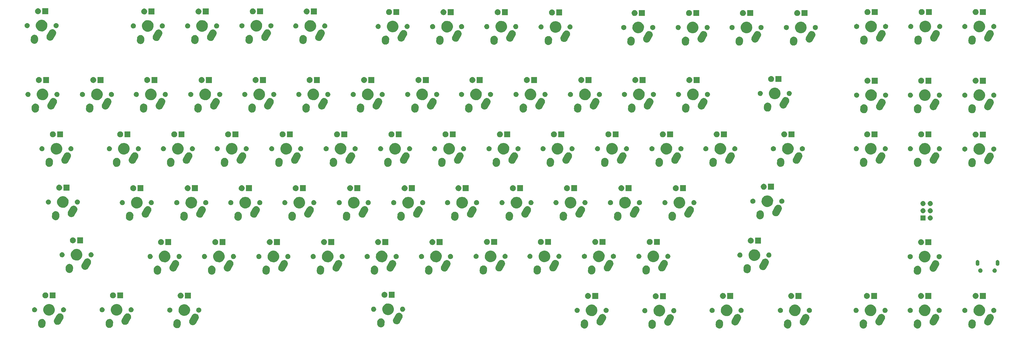
<source format=gbr>
G04 #@! TF.FileFunction,Soldermask,Top*
%FSLAX46Y46*%
G04 Gerber Fmt 4.6, Leading zero omitted, Abs format (unit mm)*
G04 Created by KiCad (PCBNEW 4.0.7) date Thu Sep  6 10:03:13 2018*
%MOMM*%
%LPD*%
G01*
G04 APERTURE LIST*
%ADD10C,0.150000*%
G04 APERTURE END LIST*
D10*
G36*
X252944931Y-136999949D02*
X252944947Y-136999955D01*
X252944980Y-136999961D01*
X253179864Y-137090595D01*
X253392671Y-137225125D01*
X253575293Y-137398428D01*
X253720777Y-137603901D01*
X253823581Y-137833719D01*
X253879787Y-138079130D01*
X253887257Y-138330782D01*
X253887108Y-138332973D01*
X253887108Y-138332985D01*
X253863296Y-138682259D01*
X253846769Y-138924694D01*
X253845418Y-138942655D01*
X253800402Y-139190361D01*
X253708132Y-139424607D01*
X253572118Y-139636469D01*
X253397546Y-139817879D01*
X253191061Y-139961925D01*
X252960531Y-140063121D01*
X252714734Y-140117613D01*
X252714694Y-140117614D01*
X252714685Y-140117616D01*
X252463032Y-140123327D01*
X252215069Y-140080051D01*
X252215057Y-140080047D01*
X252215020Y-140080040D01*
X251980136Y-139989405D01*
X251767329Y-139854875D01*
X251584706Y-139681573D01*
X251439223Y-139476099D01*
X251336419Y-139246281D01*
X251280213Y-139000871D01*
X251272743Y-138749218D01*
X251272892Y-138747027D01*
X251272892Y-138747015D01*
X251304802Y-138278954D01*
X251313231Y-138155307D01*
X251314582Y-138137346D01*
X251359598Y-137889639D01*
X251451868Y-137655393D01*
X251587882Y-137443531D01*
X251762454Y-137262122D01*
X251968939Y-137118076D01*
X252199469Y-137016880D01*
X252445266Y-136962387D01*
X252445306Y-136962386D01*
X252445315Y-136962384D01*
X252696968Y-136956673D01*
X252944931Y-136999949D01*
X252944931Y-136999949D01*
G37*
G36*
X229194931Y-136899949D02*
X229194947Y-136899955D01*
X229194980Y-136899961D01*
X229429864Y-136990595D01*
X229642671Y-137125125D01*
X229825293Y-137298428D01*
X229970777Y-137503901D01*
X230073581Y-137733719D01*
X230129787Y-137979130D01*
X230137257Y-138230782D01*
X230137108Y-138232973D01*
X230137108Y-138232985D01*
X230113296Y-138582259D01*
X230096769Y-138824694D01*
X230095418Y-138842655D01*
X230050402Y-139090361D01*
X229958132Y-139324607D01*
X229822118Y-139536469D01*
X229647546Y-139717879D01*
X229441061Y-139861925D01*
X229210531Y-139963121D01*
X228964734Y-140017613D01*
X228964694Y-140017614D01*
X228964685Y-140017616D01*
X228713032Y-140023327D01*
X228465069Y-139980051D01*
X228465057Y-139980047D01*
X228465020Y-139980040D01*
X228230136Y-139889405D01*
X228017329Y-139754875D01*
X227834706Y-139581573D01*
X227689223Y-139376099D01*
X227586419Y-139146281D01*
X227530213Y-138900871D01*
X227522743Y-138649218D01*
X227522892Y-138647027D01*
X227522892Y-138647015D01*
X227556414Y-138155307D01*
X227563231Y-138055307D01*
X227564582Y-138037346D01*
X227609598Y-137789639D01*
X227701868Y-137555393D01*
X227837882Y-137343531D01*
X228012454Y-137162122D01*
X228218939Y-137018076D01*
X228449469Y-136916880D01*
X228695266Y-136862387D01*
X228695306Y-136862386D01*
X228695315Y-136862384D01*
X228946968Y-136856673D01*
X229194931Y-136899949D01*
X229194931Y-136899949D01*
G37*
G36*
X327044931Y-136899949D02*
X327044947Y-136899955D01*
X327044980Y-136899961D01*
X327279864Y-136990595D01*
X327492671Y-137125125D01*
X327675293Y-137298428D01*
X327820777Y-137503901D01*
X327923581Y-137733719D01*
X327979787Y-137979130D01*
X327987257Y-138230782D01*
X327987108Y-138232973D01*
X327987108Y-138232985D01*
X327963296Y-138582259D01*
X327946769Y-138824694D01*
X327945418Y-138842655D01*
X327900402Y-139090361D01*
X327808132Y-139324607D01*
X327672118Y-139536469D01*
X327497546Y-139717879D01*
X327291061Y-139861925D01*
X327060531Y-139963121D01*
X326814734Y-140017613D01*
X326814694Y-140017614D01*
X326814685Y-140017616D01*
X326563032Y-140023327D01*
X326315069Y-139980051D01*
X326315057Y-139980047D01*
X326315020Y-139980040D01*
X326080136Y-139889405D01*
X325867329Y-139754875D01*
X325684706Y-139581573D01*
X325539223Y-139376099D01*
X325436419Y-139146281D01*
X325380213Y-138900871D01*
X325372743Y-138649218D01*
X325372892Y-138647027D01*
X325372892Y-138647015D01*
X325406414Y-138155307D01*
X325413231Y-138055307D01*
X325414582Y-138037346D01*
X325459598Y-137789639D01*
X325551868Y-137555393D01*
X325687882Y-137343531D01*
X325862454Y-137162122D01*
X326068939Y-137018076D01*
X326299469Y-136916880D01*
X326545266Y-136862387D01*
X326545306Y-136862386D01*
X326545315Y-136862384D01*
X326796968Y-136856673D01*
X327044931Y-136899949D01*
X327044931Y-136899949D01*
G37*
G36*
X276544931Y-136899949D02*
X276544947Y-136899955D01*
X276544980Y-136899961D01*
X276779864Y-136990595D01*
X276992671Y-137125125D01*
X277175293Y-137298428D01*
X277320777Y-137503901D01*
X277423581Y-137733719D01*
X277479787Y-137979130D01*
X277487257Y-138230782D01*
X277487108Y-138232973D01*
X277487108Y-138232985D01*
X277463296Y-138582259D01*
X277446769Y-138824694D01*
X277445418Y-138842655D01*
X277400402Y-139090361D01*
X277308132Y-139324607D01*
X277172118Y-139536469D01*
X276997546Y-139717879D01*
X276791061Y-139861925D01*
X276560531Y-139963121D01*
X276314734Y-140017613D01*
X276314694Y-140017614D01*
X276314685Y-140017616D01*
X276063032Y-140023327D01*
X275815069Y-139980051D01*
X275815057Y-139980047D01*
X275815020Y-139980040D01*
X275580136Y-139889405D01*
X275367329Y-139754875D01*
X275184706Y-139581573D01*
X275039223Y-139376099D01*
X274936419Y-139146281D01*
X274880213Y-138900871D01*
X274872743Y-138649218D01*
X274872892Y-138647027D01*
X274872892Y-138647015D01*
X274906414Y-138155307D01*
X274913231Y-138055307D01*
X274914582Y-138037346D01*
X274959598Y-137789639D01*
X275051868Y-137555393D01*
X275187882Y-137343531D01*
X275362454Y-137162122D01*
X275568939Y-137018076D01*
X275799469Y-136916880D01*
X276045266Y-136862387D01*
X276045306Y-136862386D01*
X276045315Y-136862384D01*
X276296968Y-136856673D01*
X276544931Y-136899949D01*
X276544931Y-136899949D01*
G37*
G36*
X300494931Y-136899949D02*
X300494947Y-136899955D01*
X300494980Y-136899961D01*
X300729864Y-136990595D01*
X300942671Y-137125125D01*
X301125293Y-137298428D01*
X301270777Y-137503901D01*
X301373581Y-137733719D01*
X301429787Y-137979130D01*
X301437257Y-138230782D01*
X301437108Y-138232973D01*
X301437108Y-138232985D01*
X301413296Y-138582259D01*
X301396769Y-138824694D01*
X301395418Y-138842655D01*
X301350402Y-139090361D01*
X301258132Y-139324607D01*
X301122118Y-139536469D01*
X300947546Y-139717879D01*
X300741061Y-139861925D01*
X300510531Y-139963121D01*
X300264734Y-140017613D01*
X300264694Y-140017614D01*
X300264685Y-140017616D01*
X300013032Y-140023327D01*
X299765069Y-139980051D01*
X299765057Y-139980047D01*
X299765020Y-139980040D01*
X299530136Y-139889405D01*
X299317329Y-139754875D01*
X299134706Y-139581573D01*
X298989223Y-139376099D01*
X298886419Y-139146281D01*
X298830213Y-138900871D01*
X298822743Y-138649218D01*
X298822892Y-138647027D01*
X298822892Y-138647015D01*
X298856414Y-138155307D01*
X298863231Y-138055307D01*
X298864582Y-138037346D01*
X298909598Y-137789639D01*
X299001868Y-137555393D01*
X299137882Y-137343531D01*
X299312454Y-137162122D01*
X299518939Y-137018076D01*
X299749469Y-136916880D01*
X299995266Y-136862387D01*
X299995306Y-136862386D01*
X299995315Y-136862384D01*
X300246968Y-136856673D01*
X300494931Y-136899949D01*
X300494931Y-136899949D01*
G37*
G36*
X346044931Y-136899949D02*
X346044947Y-136899955D01*
X346044980Y-136899961D01*
X346279864Y-136990595D01*
X346492671Y-137125125D01*
X346675293Y-137298428D01*
X346820777Y-137503901D01*
X346923581Y-137733719D01*
X346979787Y-137979130D01*
X346987257Y-138230782D01*
X346987108Y-138232973D01*
X346987108Y-138232985D01*
X346963296Y-138582259D01*
X346946769Y-138824694D01*
X346945418Y-138842655D01*
X346900402Y-139090361D01*
X346808132Y-139324607D01*
X346672118Y-139536469D01*
X346497546Y-139717879D01*
X346291061Y-139861925D01*
X346060531Y-139963121D01*
X345814734Y-140017613D01*
X345814694Y-140017614D01*
X345814685Y-140017616D01*
X345563032Y-140023327D01*
X345315069Y-139980051D01*
X345315057Y-139980047D01*
X345315020Y-139980040D01*
X345080136Y-139889405D01*
X344867329Y-139754875D01*
X344684706Y-139581573D01*
X344539223Y-139376099D01*
X344436419Y-139146281D01*
X344380213Y-138900871D01*
X344372743Y-138649218D01*
X344372892Y-138647027D01*
X344372892Y-138647015D01*
X344406414Y-138155307D01*
X344413231Y-138055307D01*
X344414582Y-138037346D01*
X344459598Y-137789639D01*
X344551868Y-137555393D01*
X344687882Y-137343531D01*
X344862454Y-137162122D01*
X345068939Y-137018076D01*
X345299469Y-136916880D01*
X345545266Y-136862387D01*
X345545306Y-136862386D01*
X345545315Y-136862384D01*
X345796968Y-136856673D01*
X346044931Y-136899949D01*
X346044931Y-136899949D01*
G37*
G36*
X365194931Y-136899949D02*
X365194947Y-136899955D01*
X365194980Y-136899961D01*
X365429864Y-136990595D01*
X365642671Y-137125125D01*
X365825293Y-137298428D01*
X365970777Y-137503901D01*
X366073581Y-137733719D01*
X366129787Y-137979130D01*
X366137257Y-138230782D01*
X366137108Y-138232973D01*
X366137108Y-138232985D01*
X366113296Y-138582259D01*
X366096769Y-138824694D01*
X366095418Y-138842655D01*
X366050402Y-139090361D01*
X365958132Y-139324607D01*
X365822118Y-139536469D01*
X365647546Y-139717879D01*
X365441061Y-139861925D01*
X365210531Y-139963121D01*
X364964734Y-140017613D01*
X364964694Y-140017614D01*
X364964685Y-140017616D01*
X364713032Y-140023327D01*
X364465069Y-139980051D01*
X364465057Y-139980047D01*
X364465020Y-139980040D01*
X364230136Y-139889405D01*
X364017329Y-139754875D01*
X363834706Y-139581573D01*
X363689223Y-139376099D01*
X363586419Y-139146281D01*
X363530213Y-138900871D01*
X363522743Y-138649218D01*
X363522892Y-138647027D01*
X363522892Y-138647015D01*
X363556414Y-138155307D01*
X363563231Y-138055307D01*
X363564582Y-138037346D01*
X363609598Y-137789639D01*
X363701868Y-137555393D01*
X363837882Y-137343531D01*
X364012454Y-137162122D01*
X364218939Y-137018076D01*
X364449469Y-136916880D01*
X364695266Y-136862387D01*
X364695306Y-136862386D01*
X364695315Y-136862384D01*
X364946968Y-136856673D01*
X365194931Y-136899949D01*
X365194931Y-136899949D01*
G37*
G36*
X86294931Y-136799949D02*
X86294947Y-136799955D01*
X86294980Y-136799961D01*
X86529864Y-136890595D01*
X86742671Y-137025125D01*
X86925293Y-137198428D01*
X87070777Y-137403901D01*
X87173581Y-137633719D01*
X87229787Y-137879130D01*
X87237257Y-138130782D01*
X87237108Y-138132973D01*
X87237108Y-138132985D01*
X87217221Y-138424694D01*
X87196769Y-138724694D01*
X87195418Y-138742655D01*
X87150402Y-138990361D01*
X87058132Y-139224607D01*
X86922118Y-139436469D01*
X86747546Y-139617879D01*
X86541061Y-139761925D01*
X86310531Y-139863121D01*
X86064734Y-139917613D01*
X86064694Y-139917614D01*
X86064685Y-139917616D01*
X85813032Y-139923327D01*
X85565069Y-139880051D01*
X85565057Y-139880047D01*
X85565020Y-139880040D01*
X85330136Y-139789405D01*
X85117329Y-139654875D01*
X84934706Y-139481573D01*
X84789223Y-139276099D01*
X84686419Y-139046281D01*
X84630213Y-138800871D01*
X84622743Y-138549218D01*
X84622892Y-138547027D01*
X84622892Y-138547015D01*
X84656414Y-138055307D01*
X84663231Y-137955307D01*
X84664582Y-137937346D01*
X84709598Y-137689639D01*
X84801868Y-137455393D01*
X84937882Y-137243531D01*
X85112454Y-137062122D01*
X85318939Y-136918076D01*
X85549469Y-136816880D01*
X85795266Y-136762387D01*
X85795306Y-136762386D01*
X85795315Y-136762384D01*
X86046968Y-136756673D01*
X86294931Y-136799949D01*
X86294931Y-136799949D01*
G37*
G36*
X62544931Y-136699949D02*
X62544947Y-136699955D01*
X62544980Y-136699961D01*
X62779864Y-136790595D01*
X62992671Y-136925125D01*
X63175293Y-137098428D01*
X63320777Y-137303901D01*
X63423581Y-137533719D01*
X63479787Y-137779130D01*
X63487257Y-138030782D01*
X63487108Y-138032973D01*
X63487108Y-138032985D01*
X63463296Y-138382259D01*
X63446769Y-138624694D01*
X63445418Y-138642655D01*
X63400402Y-138890361D01*
X63308132Y-139124607D01*
X63172118Y-139336469D01*
X62997546Y-139517879D01*
X62791061Y-139661925D01*
X62560531Y-139763121D01*
X62314734Y-139817613D01*
X62314694Y-139817614D01*
X62314685Y-139817616D01*
X62063032Y-139823327D01*
X61815069Y-139780051D01*
X61815057Y-139780047D01*
X61815020Y-139780040D01*
X61580136Y-139689405D01*
X61367329Y-139554875D01*
X61184706Y-139381573D01*
X61039223Y-139176099D01*
X60936419Y-138946281D01*
X60880213Y-138700871D01*
X60872743Y-138449218D01*
X60872892Y-138447027D01*
X60872892Y-138447015D01*
X60906414Y-137955307D01*
X60913231Y-137855307D01*
X60914582Y-137837346D01*
X60959598Y-137589639D01*
X61051868Y-137355393D01*
X61187882Y-137143531D01*
X61362454Y-136962122D01*
X61568939Y-136818076D01*
X61799469Y-136716880D01*
X62045266Y-136662387D01*
X62045306Y-136662386D01*
X62045315Y-136662384D01*
X62296968Y-136656673D01*
X62544931Y-136699949D01*
X62544931Y-136699949D01*
G37*
G36*
X38844931Y-136699949D02*
X38844947Y-136699955D01*
X38844980Y-136699961D01*
X39079864Y-136790595D01*
X39292671Y-136925125D01*
X39475293Y-137098428D01*
X39620777Y-137303901D01*
X39723581Y-137533719D01*
X39779787Y-137779130D01*
X39787257Y-138030782D01*
X39787108Y-138032973D01*
X39787108Y-138032985D01*
X39763296Y-138382259D01*
X39746769Y-138624694D01*
X39745418Y-138642655D01*
X39700402Y-138890361D01*
X39608132Y-139124607D01*
X39472118Y-139336469D01*
X39297546Y-139517879D01*
X39091061Y-139661925D01*
X38860531Y-139763121D01*
X38614734Y-139817613D01*
X38614694Y-139817614D01*
X38614685Y-139817616D01*
X38363032Y-139823327D01*
X38115069Y-139780051D01*
X38115057Y-139780047D01*
X38115020Y-139780040D01*
X37880136Y-139689405D01*
X37667329Y-139554875D01*
X37484706Y-139381573D01*
X37339223Y-139176099D01*
X37236419Y-138946281D01*
X37180213Y-138700871D01*
X37172743Y-138449218D01*
X37172892Y-138447027D01*
X37172892Y-138447015D01*
X37206414Y-137955307D01*
X37213231Y-137855307D01*
X37214582Y-137837346D01*
X37259598Y-137589639D01*
X37351868Y-137355393D01*
X37487882Y-137143531D01*
X37662454Y-136962122D01*
X37868939Y-136818076D01*
X38099469Y-136716880D01*
X38345266Y-136662387D01*
X38345306Y-136662386D01*
X38345315Y-136662384D01*
X38596968Y-136656673D01*
X38844931Y-136699949D01*
X38844931Y-136699949D01*
G37*
G36*
X157794931Y-136499949D02*
X157794947Y-136499955D01*
X157794980Y-136499961D01*
X158029864Y-136590595D01*
X158242671Y-136725125D01*
X158425293Y-136898428D01*
X158570777Y-137103901D01*
X158673581Y-137333719D01*
X158729787Y-137579130D01*
X158737257Y-137830782D01*
X158737108Y-137832973D01*
X158737108Y-137832985D01*
X158715139Y-138155229D01*
X158696769Y-138424694D01*
X158695418Y-138442655D01*
X158650402Y-138690361D01*
X158558132Y-138924607D01*
X158422118Y-139136469D01*
X158247546Y-139317879D01*
X158041061Y-139461925D01*
X157810531Y-139563121D01*
X157564734Y-139617613D01*
X157564694Y-139617614D01*
X157564685Y-139617616D01*
X157313032Y-139623327D01*
X157065069Y-139580051D01*
X157065057Y-139580047D01*
X157065020Y-139580040D01*
X156830136Y-139489405D01*
X156617329Y-139354875D01*
X156434706Y-139181573D01*
X156289223Y-138976099D01*
X156186419Y-138746281D01*
X156130213Y-138500871D01*
X156122743Y-138249218D01*
X156122892Y-138247027D01*
X156122892Y-138247015D01*
X156152747Y-137809100D01*
X156163231Y-137655307D01*
X156164582Y-137637346D01*
X156209598Y-137389639D01*
X156301868Y-137155393D01*
X156437882Y-136943531D01*
X156612454Y-136762122D01*
X156818939Y-136618076D01*
X157049469Y-136516880D01*
X157295266Y-136462387D01*
X157295306Y-136462386D01*
X157295315Y-136462384D01*
X157546968Y-136456673D01*
X157794931Y-136499949D01*
X157794931Y-136499949D01*
G37*
G36*
X259073774Y-135000812D02*
X259319428Y-135055946D01*
X259319458Y-135055959D01*
X259319470Y-135055962D01*
X259549689Y-135157741D01*
X259755759Y-135302300D01*
X259755768Y-135302310D01*
X259755800Y-135302332D01*
X259929897Y-135484197D01*
X260065355Y-135696415D01*
X260157013Y-135930901D01*
X260201380Y-136178724D01*
X260196766Y-136430446D01*
X260143348Y-136676478D01*
X260043159Y-136907448D01*
X259223973Y-138382259D01*
X259222223Y-138385410D01*
X259214407Y-138399253D01*
X259214402Y-138399260D01*
X259213411Y-138401015D01*
X259067390Y-138606108D01*
X258884314Y-138778932D01*
X258671156Y-138912904D01*
X258436036Y-139002924D01*
X258187908Y-139045560D01*
X257936225Y-139039189D01*
X257690572Y-138984054D01*
X257690542Y-138984041D01*
X257690530Y-138984038D01*
X257460311Y-138882259D01*
X257254241Y-138737700D01*
X257254232Y-138737690D01*
X257254200Y-138737668D01*
X257080103Y-138555803D01*
X256944645Y-138343586D01*
X256852987Y-138109100D01*
X256808620Y-137861276D01*
X256813233Y-137609555D01*
X256866652Y-137363523D01*
X256966841Y-137132553D01*
X257787733Y-135654669D01*
X257787740Y-135654656D01*
X257787777Y-135654590D01*
X257795593Y-135640747D01*
X257795598Y-135640740D01*
X257796589Y-135638985D01*
X257942610Y-135433893D01*
X258125685Y-135261068D01*
X258338844Y-135127096D01*
X258573964Y-135037076D01*
X258822091Y-134994440D01*
X259073774Y-135000812D01*
X259073774Y-135000812D01*
G37*
G36*
X352173774Y-134900812D02*
X352419428Y-134955946D01*
X352419458Y-134955959D01*
X352419470Y-134955962D01*
X352649689Y-135057741D01*
X352855759Y-135202300D01*
X352855768Y-135202310D01*
X352855800Y-135202332D01*
X353029897Y-135384197D01*
X353165355Y-135596415D01*
X353257013Y-135830901D01*
X353301380Y-136078724D01*
X353296766Y-136330446D01*
X353243348Y-136576478D01*
X353143159Y-136807448D01*
X352348741Y-138237668D01*
X352322223Y-138285410D01*
X352314407Y-138299253D01*
X352314402Y-138299260D01*
X352313411Y-138301015D01*
X352167390Y-138506108D01*
X351984314Y-138678932D01*
X351771156Y-138812904D01*
X351536036Y-138902924D01*
X351287908Y-138945560D01*
X351036225Y-138939189D01*
X350790572Y-138884054D01*
X350790542Y-138884041D01*
X350790530Y-138884038D01*
X350560311Y-138782259D01*
X350354241Y-138637700D01*
X350354232Y-138637690D01*
X350354200Y-138637668D01*
X350180103Y-138455803D01*
X350044645Y-138243586D01*
X349952987Y-138009100D01*
X349908620Y-137761276D01*
X349913233Y-137509555D01*
X349966652Y-137263523D01*
X350066841Y-137032553D01*
X350887733Y-135554669D01*
X350887740Y-135554656D01*
X350887777Y-135554590D01*
X350895593Y-135540747D01*
X350895598Y-135540740D01*
X350896589Y-135538985D01*
X351042610Y-135333893D01*
X351225685Y-135161068D01*
X351438844Y-135027096D01*
X351673964Y-134937076D01*
X351922091Y-134894440D01*
X352173774Y-134900812D01*
X352173774Y-134900812D01*
G37*
G36*
X371323774Y-134900812D02*
X371569428Y-134955946D01*
X371569458Y-134955959D01*
X371569470Y-134955962D01*
X371799689Y-135057741D01*
X372005759Y-135202300D01*
X372005768Y-135202310D01*
X372005800Y-135202332D01*
X372179897Y-135384197D01*
X372315355Y-135596415D01*
X372407013Y-135830901D01*
X372451380Y-136078724D01*
X372446766Y-136330446D01*
X372393348Y-136576478D01*
X372293159Y-136807448D01*
X371498741Y-138237668D01*
X371472223Y-138285410D01*
X371464407Y-138299253D01*
X371464402Y-138299260D01*
X371463411Y-138301015D01*
X371317390Y-138506108D01*
X371134314Y-138678932D01*
X370921156Y-138812904D01*
X370686036Y-138902924D01*
X370437908Y-138945560D01*
X370186225Y-138939189D01*
X369940572Y-138884054D01*
X369940542Y-138884041D01*
X369940530Y-138884038D01*
X369710311Y-138782259D01*
X369504241Y-138637700D01*
X369504232Y-138637690D01*
X369504200Y-138637668D01*
X369330103Y-138455803D01*
X369194645Y-138243586D01*
X369102987Y-138009100D01*
X369058620Y-137761276D01*
X369063233Y-137509555D01*
X369116652Y-137263523D01*
X369216841Y-137032553D01*
X370037733Y-135554669D01*
X370037740Y-135554656D01*
X370037777Y-135554590D01*
X370045593Y-135540747D01*
X370045598Y-135540740D01*
X370046589Y-135538985D01*
X370192610Y-135333893D01*
X370375685Y-135161068D01*
X370588844Y-135027096D01*
X370823964Y-134937076D01*
X371072091Y-134894440D01*
X371323774Y-134900812D01*
X371323774Y-134900812D01*
G37*
G36*
X333173774Y-134900812D02*
X333419428Y-134955946D01*
X333419458Y-134955959D01*
X333419470Y-134955962D01*
X333649689Y-135057741D01*
X333855759Y-135202300D01*
X333855768Y-135202310D01*
X333855800Y-135202332D01*
X334029897Y-135384197D01*
X334165355Y-135596415D01*
X334257013Y-135830901D01*
X334301380Y-136078724D01*
X334296766Y-136330446D01*
X334243348Y-136576478D01*
X334143159Y-136807448D01*
X333348741Y-138237668D01*
X333322223Y-138285410D01*
X333314407Y-138299253D01*
X333314402Y-138299260D01*
X333313411Y-138301015D01*
X333167390Y-138506108D01*
X332984314Y-138678932D01*
X332771156Y-138812904D01*
X332536036Y-138902924D01*
X332287908Y-138945560D01*
X332036225Y-138939189D01*
X331790572Y-138884054D01*
X331790542Y-138884041D01*
X331790530Y-138884038D01*
X331560311Y-138782259D01*
X331354241Y-138637700D01*
X331354232Y-138637690D01*
X331354200Y-138637668D01*
X331180103Y-138455803D01*
X331044645Y-138243586D01*
X330952987Y-138009100D01*
X330908620Y-137761276D01*
X330913233Y-137509555D01*
X330966652Y-137263523D01*
X331066841Y-137032553D01*
X331887733Y-135554669D01*
X331887740Y-135554656D01*
X331887777Y-135554590D01*
X331895593Y-135540747D01*
X331895598Y-135540740D01*
X331896589Y-135538985D01*
X332042610Y-135333893D01*
X332225685Y-135161068D01*
X332438844Y-135027096D01*
X332673964Y-134937076D01*
X332922091Y-134894440D01*
X333173774Y-134900812D01*
X333173774Y-134900812D01*
G37*
G36*
X235323774Y-134900812D02*
X235569428Y-134955946D01*
X235569458Y-134955959D01*
X235569470Y-134955962D01*
X235799689Y-135057741D01*
X236005759Y-135202300D01*
X236005768Y-135202310D01*
X236005800Y-135202332D01*
X236179897Y-135384197D01*
X236315355Y-135596415D01*
X236407013Y-135830901D01*
X236451380Y-136078724D01*
X236446766Y-136330446D01*
X236393348Y-136576478D01*
X236293159Y-136807448D01*
X235498741Y-138237668D01*
X235472223Y-138285410D01*
X235464407Y-138299253D01*
X235464402Y-138299260D01*
X235463411Y-138301015D01*
X235317390Y-138506108D01*
X235134314Y-138678932D01*
X234921156Y-138812904D01*
X234686036Y-138902924D01*
X234437908Y-138945560D01*
X234186225Y-138939189D01*
X233940572Y-138884054D01*
X233940542Y-138884041D01*
X233940530Y-138884038D01*
X233710311Y-138782259D01*
X233504241Y-138637700D01*
X233504232Y-138637690D01*
X233504200Y-138637668D01*
X233330103Y-138455803D01*
X233194645Y-138243586D01*
X233102987Y-138009100D01*
X233058620Y-137761276D01*
X233063233Y-137509555D01*
X233116652Y-137263523D01*
X233216841Y-137032553D01*
X234037733Y-135554669D01*
X234037740Y-135554656D01*
X234037777Y-135554590D01*
X234045593Y-135540747D01*
X234045598Y-135540740D01*
X234046589Y-135538985D01*
X234192610Y-135333893D01*
X234375685Y-135161068D01*
X234588844Y-135027096D01*
X234823964Y-134937076D01*
X235072091Y-134894440D01*
X235323774Y-134900812D01*
X235323774Y-134900812D01*
G37*
G36*
X306623774Y-134900812D02*
X306869428Y-134955946D01*
X306869458Y-134955959D01*
X306869470Y-134955962D01*
X307099689Y-135057741D01*
X307305759Y-135202300D01*
X307305768Y-135202310D01*
X307305800Y-135202332D01*
X307479897Y-135384197D01*
X307615355Y-135596415D01*
X307707013Y-135830901D01*
X307751380Y-136078724D01*
X307746766Y-136330446D01*
X307693348Y-136576478D01*
X307593159Y-136807448D01*
X306798741Y-138237668D01*
X306772223Y-138285410D01*
X306764407Y-138299253D01*
X306764402Y-138299260D01*
X306763411Y-138301015D01*
X306617390Y-138506108D01*
X306434314Y-138678932D01*
X306221156Y-138812904D01*
X305986036Y-138902924D01*
X305737908Y-138945560D01*
X305486225Y-138939189D01*
X305240572Y-138884054D01*
X305240542Y-138884041D01*
X305240530Y-138884038D01*
X305010311Y-138782259D01*
X304804241Y-138637700D01*
X304804232Y-138637690D01*
X304804200Y-138637668D01*
X304630103Y-138455803D01*
X304494645Y-138243586D01*
X304402987Y-138009100D01*
X304358620Y-137761276D01*
X304363233Y-137509555D01*
X304416652Y-137263523D01*
X304516841Y-137032553D01*
X305337733Y-135554669D01*
X305337740Y-135554656D01*
X305337777Y-135554590D01*
X305345593Y-135540747D01*
X305345598Y-135540740D01*
X305346589Y-135538985D01*
X305492610Y-135333893D01*
X305675685Y-135161068D01*
X305888844Y-135027096D01*
X306123964Y-134937076D01*
X306372091Y-134894440D01*
X306623774Y-134900812D01*
X306623774Y-134900812D01*
G37*
G36*
X282673774Y-134900812D02*
X282919428Y-134955946D01*
X282919458Y-134955959D01*
X282919470Y-134955962D01*
X283149689Y-135057741D01*
X283355759Y-135202300D01*
X283355768Y-135202310D01*
X283355800Y-135202332D01*
X283529897Y-135384197D01*
X283665355Y-135596415D01*
X283757013Y-135830901D01*
X283801380Y-136078724D01*
X283796766Y-136330446D01*
X283743348Y-136576478D01*
X283643159Y-136807448D01*
X282848741Y-138237668D01*
X282822223Y-138285410D01*
X282814407Y-138299253D01*
X282814402Y-138299260D01*
X282813411Y-138301015D01*
X282667390Y-138506108D01*
X282484314Y-138678932D01*
X282271156Y-138812904D01*
X282036036Y-138902924D01*
X281787908Y-138945560D01*
X281536225Y-138939189D01*
X281290572Y-138884054D01*
X281290542Y-138884041D01*
X281290530Y-138884038D01*
X281060311Y-138782259D01*
X280854241Y-138637700D01*
X280854232Y-138637690D01*
X280854200Y-138637668D01*
X280680103Y-138455803D01*
X280544645Y-138243586D01*
X280452987Y-138009100D01*
X280408620Y-137761276D01*
X280413233Y-137509555D01*
X280466652Y-137263523D01*
X280566841Y-137032553D01*
X281387733Y-135554669D01*
X281387740Y-135554656D01*
X281387777Y-135554590D01*
X281395593Y-135540747D01*
X281395598Y-135540740D01*
X281396589Y-135538985D01*
X281542610Y-135333893D01*
X281725685Y-135161068D01*
X281938844Y-135027096D01*
X282173964Y-134937076D01*
X282422091Y-134894440D01*
X282673774Y-134900812D01*
X282673774Y-134900812D01*
G37*
G36*
X92423774Y-134800812D02*
X92669428Y-134855946D01*
X92669458Y-134855959D01*
X92669470Y-134855962D01*
X92899689Y-134957741D01*
X93105759Y-135102300D01*
X93105768Y-135102310D01*
X93105800Y-135102332D01*
X93279897Y-135284197D01*
X93415355Y-135496415D01*
X93507013Y-135730901D01*
X93551380Y-135978724D01*
X93546766Y-136230446D01*
X93493348Y-136476478D01*
X93393159Y-136707448D01*
X92598920Y-138137346D01*
X92572223Y-138185410D01*
X92564407Y-138199253D01*
X92564402Y-138199260D01*
X92563411Y-138201015D01*
X92417390Y-138406108D01*
X92234314Y-138578932D01*
X92021156Y-138712904D01*
X91786036Y-138802924D01*
X91537908Y-138845560D01*
X91286225Y-138839189D01*
X91040572Y-138784054D01*
X91040542Y-138784041D01*
X91040530Y-138784038D01*
X90810311Y-138682259D01*
X90604241Y-138537700D01*
X90604232Y-138537690D01*
X90604200Y-138537668D01*
X90430103Y-138355803D01*
X90294645Y-138143586D01*
X90202987Y-137909100D01*
X90158620Y-137661276D01*
X90163233Y-137409555D01*
X90216652Y-137163523D01*
X90316841Y-136932553D01*
X91137733Y-135454669D01*
X91137740Y-135454656D01*
X91137777Y-135454590D01*
X91145593Y-135440747D01*
X91145598Y-135440740D01*
X91146589Y-135438985D01*
X91292610Y-135233893D01*
X91475685Y-135061068D01*
X91688844Y-134927096D01*
X91923964Y-134837076D01*
X92172091Y-134794440D01*
X92423774Y-134800812D01*
X92423774Y-134800812D01*
G37*
G36*
X44973774Y-134700812D02*
X45219428Y-134755946D01*
X45219458Y-134755959D01*
X45219470Y-134755962D01*
X45449689Y-134857741D01*
X45655759Y-135002300D01*
X45655768Y-135002310D01*
X45655800Y-135002332D01*
X45829897Y-135184197D01*
X45965355Y-135396415D01*
X46057013Y-135630901D01*
X46101380Y-135878724D01*
X46096766Y-136130446D01*
X46043348Y-136376478D01*
X45943159Y-136607448D01*
X45148920Y-138037346D01*
X45122223Y-138085410D01*
X45114407Y-138099253D01*
X45114402Y-138099260D01*
X45113411Y-138101015D01*
X44967390Y-138306108D01*
X44784314Y-138478932D01*
X44571156Y-138612904D01*
X44336036Y-138702924D01*
X44087908Y-138745560D01*
X43836225Y-138739189D01*
X43590572Y-138684054D01*
X43590542Y-138684041D01*
X43590530Y-138684038D01*
X43360311Y-138582259D01*
X43154241Y-138437700D01*
X43154232Y-138437690D01*
X43154200Y-138437668D01*
X42980103Y-138255803D01*
X42844645Y-138043586D01*
X42752987Y-137809100D01*
X42708620Y-137561276D01*
X42713233Y-137309555D01*
X42766652Y-137063523D01*
X42866841Y-136832553D01*
X43687733Y-135354669D01*
X43687740Y-135354656D01*
X43687777Y-135354590D01*
X43695593Y-135340747D01*
X43695598Y-135340740D01*
X43696589Y-135338985D01*
X43842610Y-135133893D01*
X44025685Y-134961068D01*
X44238844Y-134827096D01*
X44473964Y-134737076D01*
X44722091Y-134694440D01*
X44973774Y-134700812D01*
X44973774Y-134700812D01*
G37*
G36*
X68673774Y-134700812D02*
X68919428Y-134755946D01*
X68919458Y-134755959D01*
X68919470Y-134755962D01*
X69149689Y-134857741D01*
X69355759Y-135002300D01*
X69355768Y-135002310D01*
X69355800Y-135002332D01*
X69529897Y-135184197D01*
X69665355Y-135396415D01*
X69757013Y-135630901D01*
X69801380Y-135878724D01*
X69796766Y-136130446D01*
X69743348Y-136376478D01*
X69643159Y-136607448D01*
X68848920Y-138037346D01*
X68822223Y-138085410D01*
X68814407Y-138099253D01*
X68814402Y-138099260D01*
X68813411Y-138101015D01*
X68667390Y-138306108D01*
X68484314Y-138478932D01*
X68271156Y-138612904D01*
X68036036Y-138702924D01*
X67787908Y-138745560D01*
X67536225Y-138739189D01*
X67290572Y-138684054D01*
X67290542Y-138684041D01*
X67290530Y-138684038D01*
X67060311Y-138582259D01*
X66854241Y-138437700D01*
X66854232Y-138437690D01*
X66854200Y-138437668D01*
X66680103Y-138255803D01*
X66544645Y-138043586D01*
X66452987Y-137809100D01*
X66408620Y-137561276D01*
X66413233Y-137309555D01*
X66466652Y-137063523D01*
X66566841Y-136832553D01*
X67387733Y-135354669D01*
X67387740Y-135354656D01*
X67387777Y-135354590D01*
X67395593Y-135340747D01*
X67395598Y-135340740D01*
X67396589Y-135338985D01*
X67542610Y-135133893D01*
X67725685Y-134961068D01*
X67938844Y-134827096D01*
X68173964Y-134737076D01*
X68422091Y-134694440D01*
X68673774Y-134700812D01*
X68673774Y-134700812D01*
G37*
G36*
X163923774Y-134500812D02*
X164169428Y-134555946D01*
X164169458Y-134555959D01*
X164169470Y-134555962D01*
X164399689Y-134657741D01*
X164605759Y-134802300D01*
X164605768Y-134802310D01*
X164605800Y-134802332D01*
X164779897Y-134984197D01*
X164915355Y-135196415D01*
X165007013Y-135430901D01*
X165051380Y-135678724D01*
X165046766Y-135930446D01*
X164993348Y-136176478D01*
X164893159Y-136407448D01*
X164101024Y-137833558D01*
X164072223Y-137885410D01*
X164064407Y-137899253D01*
X164064402Y-137899260D01*
X164063411Y-137901015D01*
X163917390Y-138106108D01*
X163734314Y-138278932D01*
X163521156Y-138412904D01*
X163286036Y-138502924D01*
X163037908Y-138545560D01*
X162786225Y-138539189D01*
X162540572Y-138484054D01*
X162540542Y-138484041D01*
X162540530Y-138484038D01*
X162310311Y-138382259D01*
X162104241Y-138237700D01*
X162104232Y-138237690D01*
X162104200Y-138237668D01*
X161930103Y-138055803D01*
X161794645Y-137843586D01*
X161702987Y-137609100D01*
X161658620Y-137361276D01*
X161663233Y-137109555D01*
X161716652Y-136863523D01*
X161816841Y-136632553D01*
X162637733Y-135154669D01*
X162637740Y-135154656D01*
X162637777Y-135154590D01*
X162645593Y-135140747D01*
X162645598Y-135140740D01*
X162646589Y-135138985D01*
X162792610Y-134933893D01*
X162975685Y-134761068D01*
X163188844Y-134627096D01*
X163423964Y-134537076D01*
X163672091Y-134494440D01*
X163923774Y-134500812D01*
X163923774Y-134500812D01*
G37*
G36*
X255313629Y-131717448D02*
X255704354Y-131797653D01*
X256072054Y-131952219D01*
X256402733Y-132175265D01*
X256683792Y-132458293D01*
X256904524Y-132790519D01*
X257056520Y-133159290D01*
X257133926Y-133550222D01*
X257133926Y-133550231D01*
X257133992Y-133550565D01*
X257127630Y-134006149D01*
X257127554Y-134006483D01*
X257127554Y-134006495D01*
X257039265Y-134395105D01*
X256877029Y-134759492D01*
X256647109Y-135085426D01*
X256358254Y-135360498D01*
X256021481Y-135574220D01*
X255649604Y-135718463D01*
X255256797Y-135787724D01*
X254858015Y-135779372D01*
X254468445Y-135693719D01*
X254102937Y-135534032D01*
X253775407Y-135306393D01*
X253498326Y-135019468D01*
X253282258Y-134684196D01*
X253135424Y-134313335D01*
X253063419Y-133921013D01*
X253068989Y-133522184D01*
X253151917Y-133132034D01*
X253309050Y-132765417D01*
X253534398Y-132436304D01*
X253819381Y-132157228D01*
X254153140Y-131938822D01*
X254522965Y-131789403D01*
X254914766Y-131714663D01*
X255313629Y-131717448D01*
X255313629Y-131717448D01*
G37*
G36*
X348413629Y-131617448D02*
X348804354Y-131697653D01*
X349172054Y-131852219D01*
X349502733Y-132075265D01*
X349783792Y-132358293D01*
X350004524Y-132690519D01*
X350156520Y-133059290D01*
X350233926Y-133450222D01*
X350233926Y-133450231D01*
X350233992Y-133450565D01*
X350227630Y-133906149D01*
X350227554Y-133906483D01*
X350227554Y-133906495D01*
X350139265Y-134295105D01*
X349977029Y-134659492D01*
X349747109Y-134985426D01*
X349458254Y-135260498D01*
X349121481Y-135474220D01*
X348749604Y-135618463D01*
X348356797Y-135687724D01*
X347958015Y-135679372D01*
X347568445Y-135593719D01*
X347202937Y-135434032D01*
X346875407Y-135206393D01*
X346598326Y-134919468D01*
X346382258Y-134584196D01*
X346235424Y-134213335D01*
X346163419Y-133821013D01*
X346168989Y-133422184D01*
X346251917Y-133032034D01*
X346409050Y-132665417D01*
X346634398Y-132336304D01*
X346919381Y-132057228D01*
X347253140Y-131838822D01*
X347622965Y-131689403D01*
X348014766Y-131614663D01*
X348413629Y-131617448D01*
X348413629Y-131617448D01*
G37*
G36*
X367563629Y-131617448D02*
X367954354Y-131697653D01*
X368322054Y-131852219D01*
X368652733Y-132075265D01*
X368933792Y-132358293D01*
X369154524Y-132690519D01*
X369306520Y-133059290D01*
X369383926Y-133450222D01*
X369383926Y-133450231D01*
X369383992Y-133450565D01*
X369377630Y-133906149D01*
X369377554Y-133906483D01*
X369377554Y-133906495D01*
X369289265Y-134295105D01*
X369127029Y-134659492D01*
X368897109Y-134985426D01*
X368608254Y-135260498D01*
X368271481Y-135474220D01*
X367899604Y-135618463D01*
X367506797Y-135687724D01*
X367108015Y-135679372D01*
X366718445Y-135593719D01*
X366352937Y-135434032D01*
X366025407Y-135206393D01*
X365748326Y-134919468D01*
X365532258Y-134584196D01*
X365385424Y-134213335D01*
X365313419Y-133821013D01*
X365318989Y-133422184D01*
X365401917Y-133032034D01*
X365559050Y-132665417D01*
X365784398Y-132336304D01*
X366069381Y-132057228D01*
X366403140Y-131838822D01*
X366772965Y-131689403D01*
X367164766Y-131614663D01*
X367563629Y-131617448D01*
X367563629Y-131617448D01*
G37*
G36*
X329413629Y-131617448D02*
X329804354Y-131697653D01*
X330172054Y-131852219D01*
X330502733Y-132075265D01*
X330783792Y-132358293D01*
X331004524Y-132690519D01*
X331156520Y-133059290D01*
X331233926Y-133450222D01*
X331233926Y-133450231D01*
X331233992Y-133450565D01*
X331227630Y-133906149D01*
X331227554Y-133906483D01*
X331227554Y-133906495D01*
X331139265Y-134295105D01*
X330977029Y-134659492D01*
X330747109Y-134985426D01*
X330458254Y-135260498D01*
X330121481Y-135474220D01*
X329749604Y-135618463D01*
X329356797Y-135687724D01*
X328958015Y-135679372D01*
X328568445Y-135593719D01*
X328202937Y-135434032D01*
X327875407Y-135206393D01*
X327598326Y-134919468D01*
X327382258Y-134584196D01*
X327235424Y-134213335D01*
X327163419Y-133821013D01*
X327168989Y-133422184D01*
X327251917Y-133032034D01*
X327409050Y-132665417D01*
X327634398Y-132336304D01*
X327919381Y-132057228D01*
X328253140Y-131838822D01*
X328622965Y-131689403D01*
X329014766Y-131614663D01*
X329413629Y-131617448D01*
X329413629Y-131617448D01*
G37*
G36*
X302863629Y-131617448D02*
X303254354Y-131697653D01*
X303622054Y-131852219D01*
X303952733Y-132075265D01*
X304233792Y-132358293D01*
X304454524Y-132690519D01*
X304606520Y-133059290D01*
X304683926Y-133450222D01*
X304683926Y-133450231D01*
X304683992Y-133450565D01*
X304677630Y-133906149D01*
X304677554Y-133906483D01*
X304677554Y-133906495D01*
X304589265Y-134295105D01*
X304427029Y-134659492D01*
X304197109Y-134985426D01*
X303908254Y-135260498D01*
X303571481Y-135474220D01*
X303199604Y-135618463D01*
X302806797Y-135687724D01*
X302408015Y-135679372D01*
X302018445Y-135593719D01*
X301652937Y-135434032D01*
X301325407Y-135206393D01*
X301048326Y-134919468D01*
X300832258Y-134584196D01*
X300685424Y-134213335D01*
X300613419Y-133821013D01*
X300618989Y-133422184D01*
X300701917Y-133032034D01*
X300859050Y-132665417D01*
X301084398Y-132336304D01*
X301369381Y-132057228D01*
X301703140Y-131838822D01*
X302072965Y-131689403D01*
X302464766Y-131614663D01*
X302863629Y-131617448D01*
X302863629Y-131617448D01*
G37*
G36*
X278913629Y-131617448D02*
X279304354Y-131697653D01*
X279672054Y-131852219D01*
X280002733Y-132075265D01*
X280283792Y-132358293D01*
X280504524Y-132690519D01*
X280656520Y-133059290D01*
X280733926Y-133450222D01*
X280733926Y-133450231D01*
X280733992Y-133450565D01*
X280727630Y-133906149D01*
X280727554Y-133906483D01*
X280727554Y-133906495D01*
X280639265Y-134295105D01*
X280477029Y-134659492D01*
X280247109Y-134985426D01*
X279958254Y-135260498D01*
X279621481Y-135474220D01*
X279249604Y-135618463D01*
X278856797Y-135687724D01*
X278458015Y-135679372D01*
X278068445Y-135593719D01*
X277702937Y-135434032D01*
X277375407Y-135206393D01*
X277098326Y-134919468D01*
X276882258Y-134584196D01*
X276735424Y-134213335D01*
X276663419Y-133821013D01*
X276668989Y-133422184D01*
X276751917Y-133032034D01*
X276909050Y-132665417D01*
X277134398Y-132336304D01*
X277419381Y-132057228D01*
X277753140Y-131838822D01*
X278122965Y-131689403D01*
X278514766Y-131614663D01*
X278913629Y-131617448D01*
X278913629Y-131617448D01*
G37*
G36*
X231563629Y-131617448D02*
X231954354Y-131697653D01*
X232322054Y-131852219D01*
X232652733Y-132075265D01*
X232933792Y-132358293D01*
X233154524Y-132690519D01*
X233306520Y-133059290D01*
X233383926Y-133450222D01*
X233383926Y-133450231D01*
X233383992Y-133450565D01*
X233377630Y-133906149D01*
X233377554Y-133906483D01*
X233377554Y-133906495D01*
X233289265Y-134295105D01*
X233127029Y-134659492D01*
X232897109Y-134985426D01*
X232608254Y-135260498D01*
X232271481Y-135474220D01*
X231899604Y-135618463D01*
X231506797Y-135687724D01*
X231108015Y-135679372D01*
X230718445Y-135593719D01*
X230352937Y-135434032D01*
X230025407Y-135206393D01*
X229748326Y-134919468D01*
X229532258Y-134584196D01*
X229385424Y-134213335D01*
X229313419Y-133821013D01*
X229318989Y-133422184D01*
X229401917Y-133032034D01*
X229559050Y-132665417D01*
X229784398Y-132336304D01*
X230069381Y-132057228D01*
X230403140Y-131838822D01*
X230772965Y-131689403D01*
X231164766Y-131614663D01*
X231563629Y-131617448D01*
X231563629Y-131617448D01*
G37*
G36*
X88663629Y-131517448D02*
X89054354Y-131597653D01*
X89422054Y-131752219D01*
X89752733Y-131975265D01*
X90033792Y-132258293D01*
X90254524Y-132590519D01*
X90406520Y-132959290D01*
X90483926Y-133350222D01*
X90483926Y-133350231D01*
X90483992Y-133350565D01*
X90477630Y-133806149D01*
X90477554Y-133806483D01*
X90477554Y-133806495D01*
X90389265Y-134195105D01*
X90227029Y-134559492D01*
X89997109Y-134885426D01*
X89708254Y-135160498D01*
X89371481Y-135374220D01*
X88999604Y-135518463D01*
X88606797Y-135587724D01*
X88208015Y-135579372D01*
X87818445Y-135493719D01*
X87452937Y-135334032D01*
X87125407Y-135106393D01*
X86848326Y-134819468D01*
X86632258Y-134484196D01*
X86485424Y-134113335D01*
X86413419Y-133721013D01*
X86418989Y-133322184D01*
X86501917Y-132932034D01*
X86659050Y-132565417D01*
X86884398Y-132236304D01*
X87169381Y-131957228D01*
X87503140Y-131738822D01*
X87872965Y-131589403D01*
X88264766Y-131514663D01*
X88663629Y-131517448D01*
X88663629Y-131517448D01*
G37*
G36*
X41213629Y-131417448D02*
X41604354Y-131497653D01*
X41972054Y-131652219D01*
X42302733Y-131875265D01*
X42583792Y-132158293D01*
X42804524Y-132490519D01*
X42956520Y-132859290D01*
X43033926Y-133250222D01*
X43033926Y-133250231D01*
X43033992Y-133250565D01*
X43027630Y-133706149D01*
X43027554Y-133706483D01*
X43027554Y-133706495D01*
X42939265Y-134095105D01*
X42777029Y-134459492D01*
X42547109Y-134785426D01*
X42258254Y-135060498D01*
X41921481Y-135274220D01*
X41549604Y-135418463D01*
X41156797Y-135487724D01*
X40758015Y-135479372D01*
X40368445Y-135393719D01*
X40002937Y-135234032D01*
X39675407Y-135006393D01*
X39398326Y-134719468D01*
X39182258Y-134384196D01*
X39035424Y-134013335D01*
X38963419Y-133621013D01*
X38968989Y-133222184D01*
X39051917Y-132832034D01*
X39209050Y-132465417D01*
X39434398Y-132136304D01*
X39719381Y-131857228D01*
X40053140Y-131638822D01*
X40422965Y-131489403D01*
X40814766Y-131414663D01*
X41213629Y-131417448D01*
X41213629Y-131417448D01*
G37*
G36*
X64913629Y-131417448D02*
X65304354Y-131497653D01*
X65672054Y-131652219D01*
X66002733Y-131875265D01*
X66283792Y-132158293D01*
X66504524Y-132490519D01*
X66656520Y-132859290D01*
X66733926Y-133250222D01*
X66733926Y-133250231D01*
X66733992Y-133250565D01*
X66727630Y-133706149D01*
X66727554Y-133706483D01*
X66727554Y-133706495D01*
X66639265Y-134095105D01*
X66477029Y-134459492D01*
X66247109Y-134785426D01*
X65958254Y-135060498D01*
X65621481Y-135274220D01*
X65249604Y-135418463D01*
X64856797Y-135487724D01*
X64458015Y-135479372D01*
X64068445Y-135393719D01*
X63702937Y-135234032D01*
X63375407Y-135006393D01*
X63098326Y-134719468D01*
X62882258Y-134384196D01*
X62735424Y-134013335D01*
X62663419Y-133621013D01*
X62668989Y-133222184D01*
X62751917Y-132832034D01*
X62909050Y-132465417D01*
X63134398Y-132136304D01*
X63419381Y-131857228D01*
X63753140Y-131638822D01*
X64122965Y-131489403D01*
X64514766Y-131414663D01*
X64913629Y-131417448D01*
X64913629Y-131417448D01*
G37*
G36*
X160163629Y-131217448D02*
X160554354Y-131297653D01*
X160922054Y-131452219D01*
X161252733Y-131675265D01*
X161533792Y-131958293D01*
X161754524Y-132290519D01*
X161906520Y-132659290D01*
X161983926Y-133050222D01*
X161983926Y-133050231D01*
X161983992Y-133050565D01*
X161977630Y-133506149D01*
X161977554Y-133506483D01*
X161977554Y-133506495D01*
X161889265Y-133895105D01*
X161727029Y-134259492D01*
X161497109Y-134585426D01*
X161208254Y-134860498D01*
X160871481Y-135074220D01*
X160499604Y-135218463D01*
X160106797Y-135287724D01*
X159708015Y-135279372D01*
X159318445Y-135193719D01*
X158952937Y-135034032D01*
X158625407Y-134806393D01*
X158348326Y-134519468D01*
X158132258Y-134184196D01*
X157985424Y-133813335D01*
X157913419Y-133421013D01*
X157918989Y-133022184D01*
X158001917Y-132632034D01*
X158159050Y-132265417D01*
X158384398Y-131936304D01*
X158669381Y-131657228D01*
X159003140Y-131438822D01*
X159372965Y-131289403D01*
X159764766Y-131214663D01*
X160163629Y-131217448D01*
X160163629Y-131217448D01*
G37*
G36*
X250113575Y-132859686D02*
X250284725Y-132894818D01*
X250445786Y-132962522D01*
X250590633Y-133060222D01*
X250713745Y-133184198D01*
X250810433Y-133329723D01*
X250877008Y-133491250D01*
X250910878Y-133662298D01*
X250910878Y-133662313D01*
X250910943Y-133662642D01*
X250908157Y-133862200D01*
X250908081Y-133862534D01*
X250908081Y-133862545D01*
X250869451Y-134032574D01*
X250798388Y-134192185D01*
X250697677Y-134334953D01*
X250571148Y-134455444D01*
X250423635Y-134549058D01*
X250260741Y-134612241D01*
X250088682Y-134642580D01*
X249914005Y-134638921D01*
X249743360Y-134601402D01*
X249583258Y-134531455D01*
X249439792Y-134431743D01*
X249318423Y-134306062D01*
X249223778Y-134159203D01*
X249159461Y-133996758D01*
X249127921Y-133824907D01*
X249130361Y-133650210D01*
X249166685Y-133479315D01*
X249235515Y-133318725D01*
X249334223Y-133174565D01*
X249459054Y-133052321D01*
X249605249Y-132956654D01*
X249767243Y-132891204D01*
X249938861Y-132858466D01*
X250113575Y-132859686D01*
X250113575Y-132859686D01*
G37*
G36*
X260273575Y-132859686D02*
X260444725Y-132894818D01*
X260605786Y-132962522D01*
X260750633Y-133060222D01*
X260873745Y-133184198D01*
X260970433Y-133329723D01*
X261037008Y-133491250D01*
X261070878Y-133662298D01*
X261070878Y-133662313D01*
X261070943Y-133662642D01*
X261068157Y-133862200D01*
X261068081Y-133862534D01*
X261068081Y-133862545D01*
X261029451Y-134032574D01*
X260958388Y-134192185D01*
X260857677Y-134334953D01*
X260731148Y-134455444D01*
X260583635Y-134549058D01*
X260420741Y-134612241D01*
X260248682Y-134642580D01*
X260074005Y-134638921D01*
X259903360Y-134601402D01*
X259743258Y-134531455D01*
X259599792Y-134431743D01*
X259478423Y-134306062D01*
X259383778Y-134159203D01*
X259319461Y-133996758D01*
X259287921Y-133824907D01*
X259290361Y-133650210D01*
X259326685Y-133479315D01*
X259395515Y-133318725D01*
X259494223Y-133174565D01*
X259619054Y-133052321D01*
X259765249Y-132956654D01*
X259927243Y-132891204D01*
X260098861Y-132858466D01*
X260273575Y-132859686D01*
X260273575Y-132859686D01*
G37*
G36*
X343213575Y-132759686D02*
X343384725Y-132794818D01*
X343545786Y-132862522D01*
X343690633Y-132960222D01*
X343813745Y-133084198D01*
X343910433Y-133229723D01*
X343977008Y-133391250D01*
X344010878Y-133562298D01*
X344010878Y-133562313D01*
X344010943Y-133562642D01*
X344008157Y-133762200D01*
X344008081Y-133762534D01*
X344008081Y-133762545D01*
X343969451Y-133932574D01*
X343898388Y-134092185D01*
X343797677Y-134234953D01*
X343671148Y-134355444D01*
X343523635Y-134449058D01*
X343360741Y-134512241D01*
X343188682Y-134542580D01*
X343014005Y-134538921D01*
X342843360Y-134501402D01*
X342683258Y-134431455D01*
X342539792Y-134331743D01*
X342418423Y-134206062D01*
X342323778Y-134059203D01*
X342259461Y-133896758D01*
X342227921Y-133724907D01*
X342230361Y-133550210D01*
X342266685Y-133379315D01*
X342335515Y-133218725D01*
X342434223Y-133074565D01*
X342559054Y-132952321D01*
X342705249Y-132856654D01*
X342867243Y-132791204D01*
X343038861Y-132758466D01*
X343213575Y-132759686D01*
X343213575Y-132759686D01*
G37*
G36*
X283873575Y-132759686D02*
X284044725Y-132794818D01*
X284205786Y-132862522D01*
X284350633Y-132960222D01*
X284473745Y-133084198D01*
X284570433Y-133229723D01*
X284637008Y-133391250D01*
X284670878Y-133562298D01*
X284670878Y-133562313D01*
X284670943Y-133562642D01*
X284668157Y-133762200D01*
X284668081Y-133762534D01*
X284668081Y-133762545D01*
X284629451Y-133932574D01*
X284558388Y-134092185D01*
X284457677Y-134234953D01*
X284331148Y-134355444D01*
X284183635Y-134449058D01*
X284020741Y-134512241D01*
X283848682Y-134542580D01*
X283674005Y-134538921D01*
X283503360Y-134501402D01*
X283343258Y-134431455D01*
X283199792Y-134331743D01*
X283078423Y-134206062D01*
X282983778Y-134059203D01*
X282919461Y-133896758D01*
X282887921Y-133724907D01*
X282890361Y-133550210D01*
X282926685Y-133379315D01*
X282995515Y-133218725D01*
X283094223Y-133074565D01*
X283219054Y-132952321D01*
X283365249Y-132856654D01*
X283527243Y-132791204D01*
X283698861Y-132758466D01*
X283873575Y-132759686D01*
X283873575Y-132759686D01*
G37*
G36*
X273713575Y-132759686D02*
X273884725Y-132794818D01*
X274045786Y-132862522D01*
X274190633Y-132960222D01*
X274313745Y-133084198D01*
X274410433Y-133229723D01*
X274477008Y-133391250D01*
X274510878Y-133562298D01*
X274510878Y-133562313D01*
X274510943Y-133562642D01*
X274508157Y-133762200D01*
X274508081Y-133762534D01*
X274508081Y-133762545D01*
X274469451Y-133932574D01*
X274398388Y-134092185D01*
X274297677Y-134234953D01*
X274171148Y-134355444D01*
X274023635Y-134449058D01*
X273860741Y-134512241D01*
X273688682Y-134542580D01*
X273514005Y-134538921D01*
X273343360Y-134501402D01*
X273183258Y-134431455D01*
X273039792Y-134331743D01*
X272918423Y-134206062D01*
X272823778Y-134059203D01*
X272759461Y-133896758D01*
X272727921Y-133724907D01*
X272730361Y-133550210D01*
X272766685Y-133379315D01*
X272835515Y-133218725D01*
X272934223Y-133074565D01*
X273059054Y-132952321D01*
X273205249Y-132856654D01*
X273367243Y-132791204D01*
X273538861Y-132758466D01*
X273713575Y-132759686D01*
X273713575Y-132759686D01*
G37*
G36*
X236523575Y-132759686D02*
X236694725Y-132794818D01*
X236855786Y-132862522D01*
X237000633Y-132960222D01*
X237123745Y-133084198D01*
X237220433Y-133229723D01*
X237287008Y-133391250D01*
X237320878Y-133562298D01*
X237320878Y-133562313D01*
X237320943Y-133562642D01*
X237318157Y-133762200D01*
X237318081Y-133762534D01*
X237318081Y-133762545D01*
X237279451Y-133932574D01*
X237208388Y-134092185D01*
X237107677Y-134234953D01*
X236981148Y-134355444D01*
X236833635Y-134449058D01*
X236670741Y-134512241D01*
X236498682Y-134542580D01*
X236324005Y-134538921D01*
X236153360Y-134501402D01*
X235993258Y-134431455D01*
X235849792Y-134331743D01*
X235728423Y-134206062D01*
X235633778Y-134059203D01*
X235569461Y-133896758D01*
X235537921Y-133724907D01*
X235540361Y-133550210D01*
X235576685Y-133379315D01*
X235645515Y-133218725D01*
X235744223Y-133074565D01*
X235869054Y-132952321D01*
X236015249Y-132856654D01*
X236177243Y-132791204D01*
X236348861Y-132758466D01*
X236523575Y-132759686D01*
X236523575Y-132759686D01*
G37*
G36*
X297663575Y-132759686D02*
X297834725Y-132794818D01*
X297995786Y-132862522D01*
X298140633Y-132960222D01*
X298263745Y-133084198D01*
X298360433Y-133229723D01*
X298427008Y-133391250D01*
X298460878Y-133562298D01*
X298460878Y-133562313D01*
X298460943Y-133562642D01*
X298458157Y-133762200D01*
X298458081Y-133762534D01*
X298458081Y-133762545D01*
X298419451Y-133932574D01*
X298348388Y-134092185D01*
X298247677Y-134234953D01*
X298121148Y-134355444D01*
X297973635Y-134449058D01*
X297810741Y-134512241D01*
X297638682Y-134542580D01*
X297464005Y-134538921D01*
X297293360Y-134501402D01*
X297133258Y-134431455D01*
X296989792Y-134331743D01*
X296868423Y-134206062D01*
X296773778Y-134059203D01*
X296709461Y-133896758D01*
X296677921Y-133724907D01*
X296680361Y-133550210D01*
X296716685Y-133379315D01*
X296785515Y-133218725D01*
X296884223Y-133074565D01*
X297009054Y-132952321D01*
X297155249Y-132856654D01*
X297317243Y-132791204D01*
X297488861Y-132758466D01*
X297663575Y-132759686D01*
X297663575Y-132759686D01*
G37*
G36*
X307823575Y-132759686D02*
X307994725Y-132794818D01*
X308155786Y-132862522D01*
X308300633Y-132960222D01*
X308423745Y-133084198D01*
X308520433Y-133229723D01*
X308587008Y-133391250D01*
X308620878Y-133562298D01*
X308620878Y-133562313D01*
X308620943Y-133562642D01*
X308618157Y-133762200D01*
X308618081Y-133762534D01*
X308618081Y-133762545D01*
X308579451Y-133932574D01*
X308508388Y-134092185D01*
X308407677Y-134234953D01*
X308281148Y-134355444D01*
X308133635Y-134449058D01*
X307970741Y-134512241D01*
X307798682Y-134542580D01*
X307624005Y-134538921D01*
X307453360Y-134501402D01*
X307293258Y-134431455D01*
X307149792Y-134331743D01*
X307028423Y-134206062D01*
X306933778Y-134059203D01*
X306869461Y-133896758D01*
X306837921Y-133724907D01*
X306840361Y-133550210D01*
X306876685Y-133379315D01*
X306945515Y-133218725D01*
X307044223Y-133074565D01*
X307169054Y-132952321D01*
X307315249Y-132856654D01*
X307477243Y-132791204D01*
X307648861Y-132758466D01*
X307823575Y-132759686D01*
X307823575Y-132759686D01*
G37*
G36*
X334373575Y-132759686D02*
X334544725Y-132794818D01*
X334705786Y-132862522D01*
X334850633Y-132960222D01*
X334973745Y-133084198D01*
X335070433Y-133229723D01*
X335137008Y-133391250D01*
X335170878Y-133562298D01*
X335170878Y-133562313D01*
X335170943Y-133562642D01*
X335168157Y-133762200D01*
X335168081Y-133762534D01*
X335168081Y-133762545D01*
X335129451Y-133932574D01*
X335058388Y-134092185D01*
X334957677Y-134234953D01*
X334831148Y-134355444D01*
X334683635Y-134449058D01*
X334520741Y-134512241D01*
X334348682Y-134542580D01*
X334174005Y-134538921D01*
X334003360Y-134501402D01*
X333843258Y-134431455D01*
X333699792Y-134331743D01*
X333578423Y-134206062D01*
X333483778Y-134059203D01*
X333419461Y-133896758D01*
X333387921Y-133724907D01*
X333390361Y-133550210D01*
X333426685Y-133379315D01*
X333495515Y-133218725D01*
X333594223Y-133074565D01*
X333719054Y-132952321D01*
X333865249Y-132856654D01*
X334027243Y-132791204D01*
X334198861Y-132758466D01*
X334373575Y-132759686D01*
X334373575Y-132759686D01*
G37*
G36*
X226363575Y-132759686D02*
X226534725Y-132794818D01*
X226695786Y-132862522D01*
X226840633Y-132960222D01*
X226963745Y-133084198D01*
X227060433Y-133229723D01*
X227127008Y-133391250D01*
X227160878Y-133562298D01*
X227160878Y-133562313D01*
X227160943Y-133562642D01*
X227158157Y-133762200D01*
X227158081Y-133762534D01*
X227158081Y-133762545D01*
X227119451Y-133932574D01*
X227048388Y-134092185D01*
X226947677Y-134234953D01*
X226821148Y-134355444D01*
X226673635Y-134449058D01*
X226510741Y-134512241D01*
X226338682Y-134542580D01*
X226164005Y-134538921D01*
X225993360Y-134501402D01*
X225833258Y-134431455D01*
X225689792Y-134331743D01*
X225568423Y-134206062D01*
X225473778Y-134059203D01*
X225409461Y-133896758D01*
X225377921Y-133724907D01*
X225380361Y-133550210D01*
X225416685Y-133379315D01*
X225485515Y-133218725D01*
X225584223Y-133074565D01*
X225709054Y-132952321D01*
X225855249Y-132856654D01*
X226017243Y-132791204D01*
X226188861Y-132758466D01*
X226363575Y-132759686D01*
X226363575Y-132759686D01*
G37*
G36*
X324213575Y-132759686D02*
X324384725Y-132794818D01*
X324545786Y-132862522D01*
X324690633Y-132960222D01*
X324813745Y-133084198D01*
X324910433Y-133229723D01*
X324977008Y-133391250D01*
X325010878Y-133562298D01*
X325010878Y-133562313D01*
X325010943Y-133562642D01*
X325008157Y-133762200D01*
X325008081Y-133762534D01*
X325008081Y-133762545D01*
X324969451Y-133932574D01*
X324898388Y-134092185D01*
X324797677Y-134234953D01*
X324671148Y-134355444D01*
X324523635Y-134449058D01*
X324360741Y-134512241D01*
X324188682Y-134542580D01*
X324014005Y-134538921D01*
X323843360Y-134501402D01*
X323683258Y-134431455D01*
X323539792Y-134331743D01*
X323418423Y-134206062D01*
X323323778Y-134059203D01*
X323259461Y-133896758D01*
X323227921Y-133724907D01*
X323230361Y-133550210D01*
X323266685Y-133379315D01*
X323335515Y-133218725D01*
X323434223Y-133074565D01*
X323559054Y-132952321D01*
X323705249Y-132856654D01*
X323867243Y-132791204D01*
X324038861Y-132758466D01*
X324213575Y-132759686D01*
X324213575Y-132759686D01*
G37*
G36*
X362363575Y-132759686D02*
X362534725Y-132794818D01*
X362695786Y-132862522D01*
X362840633Y-132960222D01*
X362963745Y-133084198D01*
X363060433Y-133229723D01*
X363127008Y-133391250D01*
X363160878Y-133562298D01*
X363160878Y-133562313D01*
X363160943Y-133562642D01*
X363158157Y-133762200D01*
X363158081Y-133762534D01*
X363158081Y-133762545D01*
X363119451Y-133932574D01*
X363048388Y-134092185D01*
X362947677Y-134234953D01*
X362821148Y-134355444D01*
X362673635Y-134449058D01*
X362510741Y-134512241D01*
X362338682Y-134542580D01*
X362164005Y-134538921D01*
X361993360Y-134501402D01*
X361833258Y-134431455D01*
X361689792Y-134331743D01*
X361568423Y-134206062D01*
X361473778Y-134059203D01*
X361409461Y-133896758D01*
X361377921Y-133724907D01*
X361380361Y-133550210D01*
X361416685Y-133379315D01*
X361485515Y-133218725D01*
X361584223Y-133074565D01*
X361709054Y-132952321D01*
X361855249Y-132856654D01*
X362017243Y-132791204D01*
X362188861Y-132758466D01*
X362363575Y-132759686D01*
X362363575Y-132759686D01*
G37*
G36*
X353373575Y-132759686D02*
X353544725Y-132794818D01*
X353705786Y-132862522D01*
X353850633Y-132960222D01*
X353973745Y-133084198D01*
X354070433Y-133229723D01*
X354137008Y-133391250D01*
X354170878Y-133562298D01*
X354170878Y-133562313D01*
X354170943Y-133562642D01*
X354168157Y-133762200D01*
X354168081Y-133762534D01*
X354168081Y-133762545D01*
X354129451Y-133932574D01*
X354058388Y-134092185D01*
X353957677Y-134234953D01*
X353831148Y-134355444D01*
X353683635Y-134449058D01*
X353520741Y-134512241D01*
X353348682Y-134542580D01*
X353174005Y-134538921D01*
X353003360Y-134501402D01*
X352843258Y-134431455D01*
X352699792Y-134331743D01*
X352578423Y-134206062D01*
X352483778Y-134059203D01*
X352419461Y-133896758D01*
X352387921Y-133724907D01*
X352390361Y-133550210D01*
X352426685Y-133379315D01*
X352495515Y-133218725D01*
X352594223Y-133074565D01*
X352719054Y-132952321D01*
X352865249Y-132856654D01*
X353027243Y-132791204D01*
X353198861Y-132758466D01*
X353373575Y-132759686D01*
X353373575Y-132759686D01*
G37*
G36*
X372523575Y-132759686D02*
X372694725Y-132794818D01*
X372855786Y-132862522D01*
X373000633Y-132960222D01*
X373123745Y-133084198D01*
X373220433Y-133229723D01*
X373287008Y-133391250D01*
X373320878Y-133562298D01*
X373320878Y-133562313D01*
X373320943Y-133562642D01*
X373318157Y-133762200D01*
X373318081Y-133762534D01*
X373318081Y-133762545D01*
X373279451Y-133932574D01*
X373208388Y-134092185D01*
X373107677Y-134234953D01*
X372981148Y-134355444D01*
X372833635Y-134449058D01*
X372670741Y-134512241D01*
X372498682Y-134542580D01*
X372324005Y-134538921D01*
X372153360Y-134501402D01*
X371993258Y-134431455D01*
X371849792Y-134331743D01*
X371728423Y-134206062D01*
X371633778Y-134059203D01*
X371569461Y-133896758D01*
X371537921Y-133724907D01*
X371540361Y-133550210D01*
X371576685Y-133379315D01*
X371645515Y-133218725D01*
X371744223Y-133074565D01*
X371869054Y-132952321D01*
X372015249Y-132856654D01*
X372177243Y-132791204D01*
X372348861Y-132758466D01*
X372523575Y-132759686D01*
X372523575Y-132759686D01*
G37*
G36*
X93623575Y-132659686D02*
X93794725Y-132694818D01*
X93955786Y-132762522D01*
X94100633Y-132860222D01*
X94223745Y-132984198D01*
X94320433Y-133129723D01*
X94387008Y-133291250D01*
X94420878Y-133462298D01*
X94420878Y-133462313D01*
X94420943Y-133462642D01*
X94418157Y-133662200D01*
X94418081Y-133662534D01*
X94418081Y-133662545D01*
X94379451Y-133832574D01*
X94308388Y-133992185D01*
X94207677Y-134134953D01*
X94081148Y-134255444D01*
X93933635Y-134349058D01*
X93770741Y-134412241D01*
X93598682Y-134442580D01*
X93424005Y-134438921D01*
X93253360Y-134401402D01*
X93093258Y-134331455D01*
X92949792Y-134231743D01*
X92828423Y-134106062D01*
X92733778Y-133959203D01*
X92669461Y-133796758D01*
X92637921Y-133624907D01*
X92640361Y-133450210D01*
X92676685Y-133279315D01*
X92745515Y-133118725D01*
X92844223Y-132974565D01*
X92969054Y-132852321D01*
X93115249Y-132756654D01*
X93277243Y-132691204D01*
X93448861Y-132658466D01*
X93623575Y-132659686D01*
X93623575Y-132659686D01*
G37*
G36*
X83463575Y-132659686D02*
X83634725Y-132694818D01*
X83795786Y-132762522D01*
X83940633Y-132860222D01*
X84063745Y-132984198D01*
X84160433Y-133129723D01*
X84227008Y-133291250D01*
X84260878Y-133462298D01*
X84260878Y-133462313D01*
X84260943Y-133462642D01*
X84258157Y-133662200D01*
X84258081Y-133662534D01*
X84258081Y-133662545D01*
X84219451Y-133832574D01*
X84148388Y-133992185D01*
X84047677Y-134134953D01*
X83921148Y-134255444D01*
X83773635Y-134349058D01*
X83610741Y-134412241D01*
X83438682Y-134442580D01*
X83264005Y-134438921D01*
X83093360Y-134401402D01*
X82933258Y-134331455D01*
X82789792Y-134231743D01*
X82668423Y-134106062D01*
X82573778Y-133959203D01*
X82509461Y-133796758D01*
X82477921Y-133624907D01*
X82480361Y-133450210D01*
X82516685Y-133279315D01*
X82585515Y-133118725D01*
X82684223Y-132974565D01*
X82809054Y-132852321D01*
X82955249Y-132756654D01*
X83117243Y-132691204D01*
X83288861Y-132658466D01*
X83463575Y-132659686D01*
X83463575Y-132659686D01*
G37*
G36*
X69873575Y-132559686D02*
X70044725Y-132594818D01*
X70205786Y-132662522D01*
X70350633Y-132760222D01*
X70473745Y-132884198D01*
X70570433Y-133029723D01*
X70637008Y-133191250D01*
X70670878Y-133362298D01*
X70670878Y-133362313D01*
X70670943Y-133362642D01*
X70668157Y-133562200D01*
X70668081Y-133562534D01*
X70668081Y-133562545D01*
X70629451Y-133732574D01*
X70558388Y-133892185D01*
X70457677Y-134034953D01*
X70331148Y-134155444D01*
X70183635Y-134249058D01*
X70020741Y-134312241D01*
X69848682Y-134342580D01*
X69674005Y-134338921D01*
X69503360Y-134301402D01*
X69343258Y-134231455D01*
X69199792Y-134131743D01*
X69078423Y-134006062D01*
X68983778Y-133859203D01*
X68919461Y-133696758D01*
X68887921Y-133524907D01*
X68890361Y-133350210D01*
X68926685Y-133179315D01*
X68995515Y-133018725D01*
X69094223Y-132874565D01*
X69219054Y-132752321D01*
X69365249Y-132656654D01*
X69527243Y-132591204D01*
X69698861Y-132558466D01*
X69873575Y-132559686D01*
X69873575Y-132559686D01*
G37*
G36*
X59713575Y-132559686D02*
X59884725Y-132594818D01*
X60045786Y-132662522D01*
X60190633Y-132760222D01*
X60313745Y-132884198D01*
X60410433Y-133029723D01*
X60477008Y-133191250D01*
X60510878Y-133362298D01*
X60510878Y-133362313D01*
X60510943Y-133362642D01*
X60508157Y-133562200D01*
X60508081Y-133562534D01*
X60508081Y-133562545D01*
X60469451Y-133732574D01*
X60398388Y-133892185D01*
X60297677Y-134034953D01*
X60171148Y-134155444D01*
X60023635Y-134249058D01*
X59860741Y-134312241D01*
X59688682Y-134342580D01*
X59514005Y-134338921D01*
X59343360Y-134301402D01*
X59183258Y-134231455D01*
X59039792Y-134131743D01*
X58918423Y-134006062D01*
X58823778Y-133859203D01*
X58759461Y-133696758D01*
X58727921Y-133524907D01*
X58730361Y-133350210D01*
X58766685Y-133179315D01*
X58835515Y-133018725D01*
X58934223Y-132874565D01*
X59059054Y-132752321D01*
X59205249Y-132656654D01*
X59367243Y-132591204D01*
X59538861Y-132558466D01*
X59713575Y-132559686D01*
X59713575Y-132559686D01*
G37*
G36*
X46173575Y-132559686D02*
X46344725Y-132594818D01*
X46505786Y-132662522D01*
X46650633Y-132760222D01*
X46773745Y-132884198D01*
X46870433Y-133029723D01*
X46937008Y-133191250D01*
X46970878Y-133362298D01*
X46970878Y-133362313D01*
X46970943Y-133362642D01*
X46968157Y-133562200D01*
X46968081Y-133562534D01*
X46968081Y-133562545D01*
X46929451Y-133732574D01*
X46858388Y-133892185D01*
X46757677Y-134034953D01*
X46631148Y-134155444D01*
X46483635Y-134249058D01*
X46320741Y-134312241D01*
X46148682Y-134342580D01*
X45974005Y-134338921D01*
X45803360Y-134301402D01*
X45643258Y-134231455D01*
X45499792Y-134131743D01*
X45378423Y-134006062D01*
X45283778Y-133859203D01*
X45219461Y-133696758D01*
X45187921Y-133524907D01*
X45190361Y-133350210D01*
X45226685Y-133179315D01*
X45295515Y-133018725D01*
X45394223Y-132874565D01*
X45519054Y-132752321D01*
X45665249Y-132656654D01*
X45827243Y-132591204D01*
X45998861Y-132558466D01*
X46173575Y-132559686D01*
X46173575Y-132559686D01*
G37*
G36*
X36013575Y-132559686D02*
X36184725Y-132594818D01*
X36345786Y-132662522D01*
X36490633Y-132760222D01*
X36613745Y-132884198D01*
X36710433Y-133029723D01*
X36777008Y-133191250D01*
X36810878Y-133362298D01*
X36810878Y-133362313D01*
X36810943Y-133362642D01*
X36808157Y-133562200D01*
X36808081Y-133562534D01*
X36808081Y-133562545D01*
X36769451Y-133732574D01*
X36698388Y-133892185D01*
X36597677Y-134034953D01*
X36471148Y-134155444D01*
X36323635Y-134249058D01*
X36160741Y-134312241D01*
X35988682Y-134342580D01*
X35814005Y-134338921D01*
X35643360Y-134301402D01*
X35483258Y-134231455D01*
X35339792Y-134131743D01*
X35218423Y-134006062D01*
X35123778Y-133859203D01*
X35059461Y-133696758D01*
X35027921Y-133524907D01*
X35030361Y-133350210D01*
X35066685Y-133179315D01*
X35135515Y-133018725D01*
X35234223Y-132874565D01*
X35359054Y-132752321D01*
X35505249Y-132656654D01*
X35667243Y-132591204D01*
X35838861Y-132558466D01*
X36013575Y-132559686D01*
X36013575Y-132559686D01*
G37*
G36*
X154963575Y-132359686D02*
X155134725Y-132394818D01*
X155295786Y-132462522D01*
X155440633Y-132560222D01*
X155563745Y-132684198D01*
X155660433Y-132829723D01*
X155727008Y-132991250D01*
X155760878Y-133162298D01*
X155760878Y-133162313D01*
X155760943Y-133162642D01*
X155758157Y-133362200D01*
X155758081Y-133362534D01*
X155758081Y-133362545D01*
X155719451Y-133532574D01*
X155648388Y-133692185D01*
X155547677Y-133834953D01*
X155421148Y-133955444D01*
X155273635Y-134049058D01*
X155110741Y-134112241D01*
X154938682Y-134142580D01*
X154764005Y-134138921D01*
X154593360Y-134101402D01*
X154433258Y-134031455D01*
X154289792Y-133931743D01*
X154168423Y-133806062D01*
X154073778Y-133659203D01*
X154009461Y-133496758D01*
X153977921Y-133324907D01*
X153980361Y-133150210D01*
X154016685Y-132979315D01*
X154085515Y-132818725D01*
X154184223Y-132674565D01*
X154309054Y-132552321D01*
X154455249Y-132456654D01*
X154617243Y-132391204D01*
X154788861Y-132358466D01*
X154963575Y-132359686D01*
X154963575Y-132359686D01*
G37*
G36*
X165123575Y-132359686D02*
X165294725Y-132394818D01*
X165455786Y-132462522D01*
X165600633Y-132560222D01*
X165723745Y-132684198D01*
X165820433Y-132829723D01*
X165887008Y-132991250D01*
X165920878Y-133162298D01*
X165920878Y-133162313D01*
X165920943Y-133162642D01*
X165918157Y-133362200D01*
X165918081Y-133362534D01*
X165918081Y-133362545D01*
X165879451Y-133532574D01*
X165808388Y-133692185D01*
X165707677Y-133834953D01*
X165581148Y-133955444D01*
X165433635Y-134049058D01*
X165270741Y-134112241D01*
X165098682Y-134142580D01*
X164924005Y-134138921D01*
X164753360Y-134101402D01*
X164593258Y-134031455D01*
X164449792Y-133931743D01*
X164328423Y-133806062D01*
X164233778Y-133659203D01*
X164169461Y-133496758D01*
X164137921Y-133324907D01*
X164140361Y-133150210D01*
X164176685Y-132979315D01*
X164245515Y-132818725D01*
X164344223Y-132674565D01*
X164469054Y-132552321D01*
X164615249Y-132456654D01*
X164777243Y-132391204D01*
X164948861Y-132358466D01*
X165123575Y-132359686D01*
X165123575Y-132359686D01*
G37*
G36*
X253939235Y-127630691D02*
X254139026Y-127671702D01*
X254327042Y-127750737D01*
X254496129Y-127864787D01*
X254639845Y-128009510D01*
X254752713Y-128179389D01*
X254830430Y-128367948D01*
X254869979Y-128567679D01*
X254869979Y-128567694D01*
X254870044Y-128568023D01*
X254866792Y-128800977D01*
X254866715Y-128801315D01*
X254866715Y-128801323D01*
X254821609Y-128999862D01*
X254738652Y-129186186D01*
X254621087Y-129352846D01*
X254473384Y-129493501D01*
X254301183Y-129602782D01*
X254111030Y-129676539D01*
X253910176Y-129711954D01*
X253706266Y-129707683D01*
X253507063Y-129663885D01*
X253320170Y-129582234D01*
X253152693Y-129465834D01*
X253011012Y-129319119D01*
X252900530Y-129147685D01*
X252825449Y-128958052D01*
X252788630Y-128757443D01*
X252791479Y-128553510D01*
X252833882Y-128354015D01*
X252914230Y-128166551D01*
X253029457Y-127998265D01*
X253175179Y-127855563D01*
X253345840Y-127743886D01*
X253534944Y-127667483D01*
X253735282Y-127629267D01*
X253939235Y-127630691D01*
X253939235Y-127630691D01*
G37*
G36*
X257410000Y-129710000D02*
X255330000Y-129710000D01*
X255330000Y-127630000D01*
X257410000Y-127630000D01*
X257410000Y-129710000D01*
X257410000Y-129710000D01*
G37*
G36*
X230189235Y-127530691D02*
X230389026Y-127571702D01*
X230577042Y-127650737D01*
X230746129Y-127764787D01*
X230889845Y-127909510D01*
X231002713Y-128079389D01*
X231080430Y-128267948D01*
X231119979Y-128467679D01*
X231119979Y-128467694D01*
X231120044Y-128468023D01*
X231116792Y-128700977D01*
X231116715Y-128701315D01*
X231116715Y-128701323D01*
X231071609Y-128899862D01*
X230988652Y-129086186D01*
X230871087Y-129252846D01*
X230723384Y-129393501D01*
X230551183Y-129502782D01*
X230361030Y-129576539D01*
X230160176Y-129611954D01*
X229956266Y-129607683D01*
X229757063Y-129563885D01*
X229570170Y-129482234D01*
X229402693Y-129365834D01*
X229261012Y-129219119D01*
X229150530Y-129047685D01*
X229075449Y-128858052D01*
X229038630Y-128657443D01*
X229041479Y-128453510D01*
X229083882Y-128254015D01*
X229164230Y-128066551D01*
X229279457Y-127898265D01*
X229425179Y-127755563D01*
X229595840Y-127643886D01*
X229784944Y-127567483D01*
X229985282Y-127529267D01*
X230189235Y-127530691D01*
X230189235Y-127530691D01*
G37*
G36*
X277539235Y-127530691D02*
X277739026Y-127571702D01*
X277927042Y-127650737D01*
X278096129Y-127764787D01*
X278239845Y-127909510D01*
X278352713Y-128079389D01*
X278430430Y-128267948D01*
X278469979Y-128467679D01*
X278469979Y-128467694D01*
X278470044Y-128468023D01*
X278466792Y-128700977D01*
X278466715Y-128701315D01*
X278466715Y-128701323D01*
X278421609Y-128899862D01*
X278338652Y-129086186D01*
X278221087Y-129252846D01*
X278073384Y-129393501D01*
X277901183Y-129502782D01*
X277711030Y-129576539D01*
X277510176Y-129611954D01*
X277306266Y-129607683D01*
X277107063Y-129563885D01*
X276920170Y-129482234D01*
X276752693Y-129365834D01*
X276611012Y-129219119D01*
X276500530Y-129047685D01*
X276425449Y-128858052D01*
X276388630Y-128657443D01*
X276391479Y-128453510D01*
X276433882Y-128254015D01*
X276514230Y-128066551D01*
X276629457Y-127898265D01*
X276775179Y-127755563D01*
X276945840Y-127643886D01*
X277134944Y-127567483D01*
X277335282Y-127529267D01*
X277539235Y-127530691D01*
X277539235Y-127530691D01*
G37*
G36*
X328039235Y-127530691D02*
X328239026Y-127571702D01*
X328427042Y-127650737D01*
X328596129Y-127764787D01*
X328739845Y-127909510D01*
X328852713Y-128079389D01*
X328930430Y-128267948D01*
X328969979Y-128467679D01*
X328969979Y-128467694D01*
X328970044Y-128468023D01*
X328966792Y-128700977D01*
X328966715Y-128701315D01*
X328966715Y-128701323D01*
X328921609Y-128899862D01*
X328838652Y-129086186D01*
X328721087Y-129252846D01*
X328573384Y-129393501D01*
X328401183Y-129502782D01*
X328211030Y-129576539D01*
X328010176Y-129611954D01*
X327806266Y-129607683D01*
X327607063Y-129563885D01*
X327420170Y-129482234D01*
X327252693Y-129365834D01*
X327111012Y-129219119D01*
X327000530Y-129047685D01*
X326925449Y-128858052D01*
X326888630Y-128657443D01*
X326891479Y-128453510D01*
X326933882Y-128254015D01*
X327014230Y-128066551D01*
X327129457Y-127898265D01*
X327275179Y-127755563D01*
X327445840Y-127643886D01*
X327634944Y-127567483D01*
X327835282Y-127529267D01*
X328039235Y-127530691D01*
X328039235Y-127530691D01*
G37*
G36*
X366189235Y-127530691D02*
X366389026Y-127571702D01*
X366577042Y-127650737D01*
X366746129Y-127764787D01*
X366889845Y-127909510D01*
X367002713Y-128079389D01*
X367080430Y-128267948D01*
X367119979Y-128467679D01*
X367119979Y-128467694D01*
X367120044Y-128468023D01*
X367116792Y-128700977D01*
X367116715Y-128701315D01*
X367116715Y-128701323D01*
X367071609Y-128899862D01*
X366988652Y-129086186D01*
X366871087Y-129252846D01*
X366723384Y-129393501D01*
X366551183Y-129502782D01*
X366361030Y-129576539D01*
X366160176Y-129611954D01*
X365956266Y-129607683D01*
X365757063Y-129563885D01*
X365570170Y-129482234D01*
X365402693Y-129365834D01*
X365261012Y-129219119D01*
X365150530Y-129047685D01*
X365075449Y-128858052D01*
X365038630Y-128657443D01*
X365041479Y-128453510D01*
X365083882Y-128254015D01*
X365164230Y-128066551D01*
X365279457Y-127898265D01*
X365425179Y-127755563D01*
X365595840Y-127643886D01*
X365784944Y-127567483D01*
X365985282Y-127529267D01*
X366189235Y-127530691D01*
X366189235Y-127530691D01*
G37*
G36*
X301489235Y-127530691D02*
X301689026Y-127571702D01*
X301877042Y-127650737D01*
X302046129Y-127764787D01*
X302189845Y-127909510D01*
X302302713Y-128079389D01*
X302380430Y-128267948D01*
X302419979Y-128467679D01*
X302419979Y-128467694D01*
X302420044Y-128468023D01*
X302416792Y-128700977D01*
X302416715Y-128701315D01*
X302416715Y-128701323D01*
X302371609Y-128899862D01*
X302288652Y-129086186D01*
X302171087Y-129252846D01*
X302023384Y-129393501D01*
X301851183Y-129502782D01*
X301661030Y-129576539D01*
X301460176Y-129611954D01*
X301256266Y-129607683D01*
X301057063Y-129563885D01*
X300870170Y-129482234D01*
X300702693Y-129365834D01*
X300561012Y-129219119D01*
X300450530Y-129047685D01*
X300375449Y-128858052D01*
X300338630Y-128657443D01*
X300341479Y-128453510D01*
X300383882Y-128254015D01*
X300464230Y-128066551D01*
X300579457Y-127898265D01*
X300725179Y-127755563D01*
X300895840Y-127643886D01*
X301084944Y-127567483D01*
X301285282Y-127529267D01*
X301489235Y-127530691D01*
X301489235Y-127530691D01*
G37*
G36*
X347039235Y-127530691D02*
X347239026Y-127571702D01*
X347427042Y-127650737D01*
X347596129Y-127764787D01*
X347739845Y-127909510D01*
X347852713Y-128079389D01*
X347930430Y-128267948D01*
X347969979Y-128467679D01*
X347969979Y-128467694D01*
X347970044Y-128468023D01*
X347966792Y-128700977D01*
X347966715Y-128701315D01*
X347966715Y-128701323D01*
X347921609Y-128899862D01*
X347838652Y-129086186D01*
X347721087Y-129252846D01*
X347573384Y-129393501D01*
X347401183Y-129502782D01*
X347211030Y-129576539D01*
X347010176Y-129611954D01*
X346806266Y-129607683D01*
X346607063Y-129563885D01*
X346420170Y-129482234D01*
X346252693Y-129365834D01*
X346111012Y-129219119D01*
X346000530Y-129047685D01*
X345925449Y-128858052D01*
X345888630Y-128657443D01*
X345891479Y-128453510D01*
X345933882Y-128254015D01*
X346014230Y-128066551D01*
X346129457Y-127898265D01*
X346275179Y-127755563D01*
X346445840Y-127643886D01*
X346634944Y-127567483D01*
X346835282Y-127529267D01*
X347039235Y-127530691D01*
X347039235Y-127530691D01*
G37*
G36*
X281010000Y-129610000D02*
X278930000Y-129610000D01*
X278930000Y-127530000D01*
X281010000Y-127530000D01*
X281010000Y-129610000D01*
X281010000Y-129610000D01*
G37*
G36*
X233660000Y-129610000D02*
X231580000Y-129610000D01*
X231580000Y-127530000D01*
X233660000Y-127530000D01*
X233660000Y-129610000D01*
X233660000Y-129610000D01*
G37*
G36*
X304960000Y-129610000D02*
X302880000Y-129610000D01*
X302880000Y-127530000D01*
X304960000Y-127530000D01*
X304960000Y-129610000D01*
X304960000Y-129610000D01*
G37*
G36*
X331510000Y-129610000D02*
X329430000Y-129610000D01*
X329430000Y-127530000D01*
X331510000Y-127530000D01*
X331510000Y-129610000D01*
X331510000Y-129610000D01*
G37*
G36*
X369660000Y-129610000D02*
X367580000Y-129610000D01*
X367580000Y-127530000D01*
X369660000Y-127530000D01*
X369660000Y-129610000D01*
X369660000Y-129610000D01*
G37*
G36*
X350510000Y-129610000D02*
X348430000Y-129610000D01*
X348430000Y-127530000D01*
X350510000Y-127530000D01*
X350510000Y-129610000D01*
X350510000Y-129610000D01*
G37*
G36*
X87289235Y-127430691D02*
X87489026Y-127471702D01*
X87677042Y-127550737D01*
X87846129Y-127664787D01*
X87989845Y-127809510D01*
X88102713Y-127979389D01*
X88180430Y-128167948D01*
X88219979Y-128367679D01*
X88219979Y-128367694D01*
X88220044Y-128368023D01*
X88216792Y-128600977D01*
X88216715Y-128601315D01*
X88216715Y-128601323D01*
X88171609Y-128799862D01*
X88088652Y-128986186D01*
X87971087Y-129152846D01*
X87823384Y-129293501D01*
X87651183Y-129402782D01*
X87461030Y-129476539D01*
X87260176Y-129511954D01*
X87056266Y-129507683D01*
X86857063Y-129463885D01*
X86670170Y-129382234D01*
X86502693Y-129265834D01*
X86361012Y-129119119D01*
X86250530Y-128947685D01*
X86175449Y-128758052D01*
X86138630Y-128557443D01*
X86141479Y-128353510D01*
X86183882Y-128154015D01*
X86264230Y-127966551D01*
X86379457Y-127798265D01*
X86525179Y-127655563D01*
X86695840Y-127543886D01*
X86884944Y-127467483D01*
X87085282Y-127429267D01*
X87289235Y-127430691D01*
X87289235Y-127430691D01*
G37*
G36*
X90760000Y-129510000D02*
X88680000Y-129510000D01*
X88680000Y-127430000D01*
X90760000Y-127430000D01*
X90760000Y-129510000D01*
X90760000Y-129510000D01*
G37*
G36*
X39839235Y-127330691D02*
X40039026Y-127371702D01*
X40227042Y-127450737D01*
X40396129Y-127564787D01*
X40539845Y-127709510D01*
X40652713Y-127879389D01*
X40730430Y-128067948D01*
X40769979Y-128267679D01*
X40769979Y-128267694D01*
X40770044Y-128268023D01*
X40766792Y-128500977D01*
X40766715Y-128501315D01*
X40766715Y-128501323D01*
X40721609Y-128699862D01*
X40638652Y-128886186D01*
X40521087Y-129052846D01*
X40373384Y-129193501D01*
X40201183Y-129302782D01*
X40011030Y-129376539D01*
X39810176Y-129411954D01*
X39606266Y-129407683D01*
X39407063Y-129363885D01*
X39220170Y-129282234D01*
X39052693Y-129165834D01*
X38911012Y-129019119D01*
X38800530Y-128847685D01*
X38725449Y-128658052D01*
X38688630Y-128457443D01*
X38691479Y-128253510D01*
X38733882Y-128054015D01*
X38814230Y-127866551D01*
X38929457Y-127698265D01*
X39075179Y-127555563D01*
X39245840Y-127443886D01*
X39434944Y-127367483D01*
X39635282Y-127329267D01*
X39839235Y-127330691D01*
X39839235Y-127330691D01*
G37*
G36*
X63539235Y-127330691D02*
X63739026Y-127371702D01*
X63927042Y-127450737D01*
X64096129Y-127564787D01*
X64239845Y-127709510D01*
X64352713Y-127879389D01*
X64430430Y-128067948D01*
X64469979Y-128267679D01*
X64469979Y-128267694D01*
X64470044Y-128268023D01*
X64466792Y-128500977D01*
X64466715Y-128501315D01*
X64466715Y-128501323D01*
X64421609Y-128699862D01*
X64338652Y-128886186D01*
X64221087Y-129052846D01*
X64073384Y-129193501D01*
X63901183Y-129302782D01*
X63711030Y-129376539D01*
X63510176Y-129411954D01*
X63306266Y-129407683D01*
X63107063Y-129363885D01*
X62920170Y-129282234D01*
X62752693Y-129165834D01*
X62611012Y-129019119D01*
X62500530Y-128847685D01*
X62425449Y-128658052D01*
X62388630Y-128457443D01*
X62391479Y-128253510D01*
X62433882Y-128054015D01*
X62514230Y-127866551D01*
X62629457Y-127698265D01*
X62775179Y-127555563D01*
X62945840Y-127443886D01*
X63134944Y-127367483D01*
X63335282Y-127329267D01*
X63539235Y-127330691D01*
X63539235Y-127330691D01*
G37*
G36*
X67010000Y-129410000D02*
X64930000Y-129410000D01*
X64930000Y-127330000D01*
X67010000Y-127330000D01*
X67010000Y-129410000D01*
X67010000Y-129410000D01*
G37*
G36*
X43310000Y-129410000D02*
X41230000Y-129410000D01*
X41230000Y-127330000D01*
X43310000Y-127330000D01*
X43310000Y-129410000D01*
X43310000Y-129410000D01*
G37*
G36*
X158789235Y-127130691D02*
X158989026Y-127171702D01*
X159177042Y-127250737D01*
X159346129Y-127364787D01*
X159489845Y-127509510D01*
X159602713Y-127679389D01*
X159680430Y-127867948D01*
X159719979Y-128067679D01*
X159719979Y-128067694D01*
X159720044Y-128068023D01*
X159716792Y-128300977D01*
X159716715Y-128301315D01*
X159716715Y-128301323D01*
X159671609Y-128499862D01*
X159588652Y-128686186D01*
X159471087Y-128852846D01*
X159323384Y-128993501D01*
X159151183Y-129102782D01*
X158961030Y-129176539D01*
X158760176Y-129211954D01*
X158556266Y-129207683D01*
X158357063Y-129163885D01*
X158170170Y-129082234D01*
X158002693Y-128965834D01*
X157861012Y-128819119D01*
X157750530Y-128647685D01*
X157675449Y-128458052D01*
X157638630Y-128257443D01*
X157641479Y-128053510D01*
X157683882Y-127854015D01*
X157764230Y-127666551D01*
X157879457Y-127498265D01*
X158025179Y-127355563D01*
X158195840Y-127243886D01*
X158384944Y-127167483D01*
X158585282Y-127129267D01*
X158789235Y-127130691D01*
X158789235Y-127130691D01*
G37*
G36*
X162260000Y-129210000D02*
X160180000Y-129210000D01*
X160180000Y-127130000D01*
X162260000Y-127130000D01*
X162260000Y-129210000D01*
X162260000Y-129210000D01*
G37*
G36*
X346044931Y-117999949D02*
X346044947Y-117999955D01*
X346044980Y-117999961D01*
X346279864Y-118090595D01*
X346492671Y-118225125D01*
X346675293Y-118398428D01*
X346820777Y-118603901D01*
X346923581Y-118833719D01*
X346979787Y-119079130D01*
X346987257Y-119330782D01*
X346987108Y-119332973D01*
X346987108Y-119332985D01*
X346965699Y-119647015D01*
X346946769Y-119924694D01*
X346945418Y-119942655D01*
X346900402Y-120190361D01*
X346808132Y-120424607D01*
X346672118Y-120636469D01*
X346497546Y-120817879D01*
X346291061Y-120961925D01*
X346060531Y-121063121D01*
X345814734Y-121117613D01*
X345814694Y-121117614D01*
X345814685Y-121117616D01*
X345563032Y-121123327D01*
X345315069Y-121080051D01*
X345315057Y-121080047D01*
X345315020Y-121080040D01*
X345080136Y-120989405D01*
X344867329Y-120854875D01*
X344684706Y-120681573D01*
X344539223Y-120476099D01*
X344436419Y-120246281D01*
X344380213Y-120000871D01*
X344372743Y-119749218D01*
X344372892Y-119747027D01*
X344372892Y-119747015D01*
X344400953Y-119335410D01*
X344413231Y-119155307D01*
X344414582Y-119137346D01*
X344459598Y-118889639D01*
X344551868Y-118655393D01*
X344687882Y-118443531D01*
X344862454Y-118262122D01*
X345068939Y-118118076D01*
X345299469Y-118016880D01*
X345545266Y-117962387D01*
X345545306Y-117962386D01*
X345545315Y-117962384D01*
X345796968Y-117956673D01*
X346044931Y-117999949D01*
X346044931Y-117999949D01*
G37*
G36*
X79394931Y-117949949D02*
X79394947Y-117949955D01*
X79394980Y-117949961D01*
X79629864Y-118040595D01*
X79842671Y-118175125D01*
X80025293Y-118348428D01*
X80170777Y-118553901D01*
X80273581Y-118783719D01*
X80329787Y-119029130D01*
X80337257Y-119280782D01*
X80337108Y-119282973D01*
X80337108Y-119282985D01*
X80315749Y-119596281D01*
X80296769Y-119874694D01*
X80295418Y-119892655D01*
X80250402Y-120140361D01*
X80158132Y-120374607D01*
X80022118Y-120586469D01*
X79847546Y-120767879D01*
X79641061Y-120911925D01*
X79410531Y-121013121D01*
X79164734Y-121067613D01*
X79164694Y-121067614D01*
X79164685Y-121067616D01*
X78913032Y-121073327D01*
X78665069Y-121030051D01*
X78665057Y-121030047D01*
X78665020Y-121030040D01*
X78430136Y-120939405D01*
X78217329Y-120804875D01*
X78034706Y-120631573D01*
X77889223Y-120426099D01*
X77786419Y-120196281D01*
X77730213Y-119950871D01*
X77722743Y-119699218D01*
X77722892Y-119697027D01*
X77722892Y-119697015D01*
X77750700Y-119289117D01*
X77763231Y-119105307D01*
X77764582Y-119087346D01*
X77809598Y-118839639D01*
X77901868Y-118605393D01*
X78037882Y-118393531D01*
X78212454Y-118212122D01*
X78418939Y-118068076D01*
X78649469Y-117966880D01*
X78895266Y-117912387D01*
X78895306Y-117912386D01*
X78895315Y-117912384D01*
X79146968Y-117906673D01*
X79394931Y-117949949D01*
X79394931Y-117949949D01*
G37*
G36*
X174594931Y-117949949D02*
X174594947Y-117949955D01*
X174594980Y-117949961D01*
X174829864Y-118040595D01*
X175042671Y-118175125D01*
X175225293Y-118348428D01*
X175370777Y-118553901D01*
X175473581Y-118783719D01*
X175529787Y-119029130D01*
X175537257Y-119280782D01*
X175537108Y-119282973D01*
X175537108Y-119282985D01*
X175515749Y-119596281D01*
X175496769Y-119874694D01*
X175495418Y-119892655D01*
X175450402Y-120140361D01*
X175358132Y-120374607D01*
X175222118Y-120586469D01*
X175047546Y-120767879D01*
X174841061Y-120911925D01*
X174610531Y-121013121D01*
X174364734Y-121067613D01*
X174364694Y-121067614D01*
X174364685Y-121067616D01*
X174113032Y-121073327D01*
X173865069Y-121030051D01*
X173865057Y-121030047D01*
X173865020Y-121030040D01*
X173630136Y-120939405D01*
X173417329Y-120804875D01*
X173234706Y-120631573D01*
X173089223Y-120426099D01*
X172986419Y-120196281D01*
X172930213Y-119950871D01*
X172922743Y-119699218D01*
X172922892Y-119697027D01*
X172922892Y-119697015D01*
X172950700Y-119289117D01*
X172963231Y-119105307D01*
X172964582Y-119087346D01*
X173009598Y-118839639D01*
X173101868Y-118605393D01*
X173237882Y-118393531D01*
X173412454Y-118212122D01*
X173618939Y-118068076D01*
X173849469Y-117966880D01*
X174095266Y-117912387D01*
X174095306Y-117912386D01*
X174095315Y-117912384D01*
X174346968Y-117906673D01*
X174594931Y-117949949D01*
X174594931Y-117949949D01*
G37*
G36*
X98444931Y-117949949D02*
X98444947Y-117949955D01*
X98444980Y-117949961D01*
X98679864Y-118040595D01*
X98892671Y-118175125D01*
X99075293Y-118348428D01*
X99220777Y-118553901D01*
X99323581Y-118783719D01*
X99379787Y-119029130D01*
X99387257Y-119280782D01*
X99387108Y-119282973D01*
X99387108Y-119282985D01*
X99365749Y-119596281D01*
X99346769Y-119874694D01*
X99345418Y-119892655D01*
X99300402Y-120140361D01*
X99208132Y-120374607D01*
X99072118Y-120586469D01*
X98897546Y-120767879D01*
X98691061Y-120911925D01*
X98460531Y-121013121D01*
X98214734Y-121067613D01*
X98214694Y-121067614D01*
X98214685Y-121067616D01*
X97963032Y-121073327D01*
X97715069Y-121030051D01*
X97715057Y-121030047D01*
X97715020Y-121030040D01*
X97480136Y-120939405D01*
X97267329Y-120804875D01*
X97084706Y-120631573D01*
X96939223Y-120426099D01*
X96836419Y-120196281D01*
X96780213Y-119950871D01*
X96772743Y-119699218D01*
X96772892Y-119697027D01*
X96772892Y-119697015D01*
X96800700Y-119289117D01*
X96813231Y-119105307D01*
X96814582Y-119087346D01*
X96859598Y-118839639D01*
X96951868Y-118605393D01*
X97087882Y-118393531D01*
X97262454Y-118212122D01*
X97468939Y-118068076D01*
X97699469Y-117966880D01*
X97945266Y-117912387D01*
X97945306Y-117912386D01*
X97945315Y-117912384D01*
X98196968Y-117906673D01*
X98444931Y-117949949D01*
X98444931Y-117949949D01*
G37*
G36*
X136594931Y-117949949D02*
X136594947Y-117949955D01*
X136594980Y-117949961D01*
X136829864Y-118040595D01*
X137042671Y-118175125D01*
X137225293Y-118348428D01*
X137370777Y-118553901D01*
X137473581Y-118783719D01*
X137529787Y-119029130D01*
X137537257Y-119280782D01*
X137537108Y-119282973D01*
X137537108Y-119282985D01*
X137515749Y-119596281D01*
X137496769Y-119874694D01*
X137495418Y-119892655D01*
X137450402Y-120140361D01*
X137358132Y-120374607D01*
X137222118Y-120586469D01*
X137047546Y-120767879D01*
X136841061Y-120911925D01*
X136610531Y-121013121D01*
X136364734Y-121067613D01*
X136364694Y-121067614D01*
X136364685Y-121067616D01*
X136113032Y-121073327D01*
X135865069Y-121030051D01*
X135865057Y-121030047D01*
X135865020Y-121030040D01*
X135630136Y-120939405D01*
X135417329Y-120804875D01*
X135234706Y-120631573D01*
X135089223Y-120426099D01*
X134986419Y-120196281D01*
X134930213Y-119950871D01*
X134922743Y-119699218D01*
X134922892Y-119697027D01*
X134922892Y-119697015D01*
X134950700Y-119289117D01*
X134963231Y-119105307D01*
X134964582Y-119087346D01*
X135009598Y-118839639D01*
X135101868Y-118605393D01*
X135237882Y-118393531D01*
X135412454Y-118212122D01*
X135618939Y-118068076D01*
X135849469Y-117966880D01*
X136095266Y-117912387D01*
X136095306Y-117912386D01*
X136095315Y-117912384D01*
X136346968Y-117906673D01*
X136594931Y-117949949D01*
X136594931Y-117949949D01*
G37*
G36*
X155544931Y-117949949D02*
X155544947Y-117949955D01*
X155544980Y-117949961D01*
X155779864Y-118040595D01*
X155992671Y-118175125D01*
X156175293Y-118348428D01*
X156320777Y-118553901D01*
X156423581Y-118783719D01*
X156479787Y-119029130D01*
X156487257Y-119280782D01*
X156487108Y-119282973D01*
X156487108Y-119282985D01*
X156465749Y-119596281D01*
X156446769Y-119874694D01*
X156445418Y-119892655D01*
X156400402Y-120140361D01*
X156308132Y-120374607D01*
X156172118Y-120586469D01*
X155997546Y-120767879D01*
X155791061Y-120911925D01*
X155560531Y-121013121D01*
X155314734Y-121067613D01*
X155314694Y-121067614D01*
X155314685Y-121067616D01*
X155063032Y-121073327D01*
X154815069Y-121030051D01*
X154815057Y-121030047D01*
X154815020Y-121030040D01*
X154580136Y-120939405D01*
X154367329Y-120804875D01*
X154184706Y-120631573D01*
X154039223Y-120426099D01*
X153936419Y-120196281D01*
X153880213Y-119950871D01*
X153872743Y-119699218D01*
X153872892Y-119697027D01*
X153872892Y-119697015D01*
X153900700Y-119289117D01*
X153913231Y-119105307D01*
X153914582Y-119087346D01*
X153959598Y-118839639D01*
X154051868Y-118605393D01*
X154187882Y-118393531D01*
X154362454Y-118212122D01*
X154568939Y-118068076D01*
X154799469Y-117966880D01*
X155045266Y-117912387D01*
X155045306Y-117912386D01*
X155045315Y-117912384D01*
X155296968Y-117906673D01*
X155544931Y-117949949D01*
X155544931Y-117949949D01*
G37*
G36*
X117544931Y-117949949D02*
X117544947Y-117949955D01*
X117544980Y-117949961D01*
X117779864Y-118040595D01*
X117992671Y-118175125D01*
X118175293Y-118348428D01*
X118320777Y-118553901D01*
X118423581Y-118783719D01*
X118479787Y-119029130D01*
X118487257Y-119280782D01*
X118487108Y-119282973D01*
X118487108Y-119282985D01*
X118465749Y-119596281D01*
X118446769Y-119874694D01*
X118445418Y-119892655D01*
X118400402Y-120140361D01*
X118308132Y-120374607D01*
X118172118Y-120586469D01*
X117997546Y-120767879D01*
X117791061Y-120911925D01*
X117560531Y-121013121D01*
X117314734Y-121067613D01*
X117314694Y-121067614D01*
X117314685Y-121067616D01*
X117063032Y-121073327D01*
X116815069Y-121030051D01*
X116815057Y-121030047D01*
X116815020Y-121030040D01*
X116580136Y-120939405D01*
X116367329Y-120804875D01*
X116184706Y-120631573D01*
X116039223Y-120426099D01*
X115936419Y-120196281D01*
X115880213Y-119950871D01*
X115872743Y-119699218D01*
X115872892Y-119697027D01*
X115872892Y-119697015D01*
X115900700Y-119289117D01*
X115913231Y-119105307D01*
X115914582Y-119087346D01*
X115959598Y-118839639D01*
X116051868Y-118605393D01*
X116187882Y-118393531D01*
X116362454Y-118212122D01*
X116568939Y-118068076D01*
X116799469Y-117966880D01*
X117045266Y-117912387D01*
X117045306Y-117912386D01*
X117045315Y-117912384D01*
X117296968Y-117906673D01*
X117544931Y-117949949D01*
X117544931Y-117949949D01*
G37*
G36*
X250844931Y-117899949D02*
X250844947Y-117899955D01*
X250844980Y-117899961D01*
X251079864Y-117990595D01*
X251292671Y-118125125D01*
X251475293Y-118298428D01*
X251620777Y-118503901D01*
X251723581Y-118733719D01*
X251779787Y-118979130D01*
X251787257Y-119230782D01*
X251787108Y-119232973D01*
X251787108Y-119232985D01*
X251765100Y-119555803D01*
X251746769Y-119824694D01*
X251745418Y-119842655D01*
X251700402Y-120090361D01*
X251608132Y-120324607D01*
X251472118Y-120536469D01*
X251297546Y-120717879D01*
X251091061Y-120861925D01*
X250860531Y-120963121D01*
X250614734Y-121017613D01*
X250614694Y-121017614D01*
X250614685Y-121017616D01*
X250363032Y-121023327D01*
X250115069Y-120980051D01*
X250115057Y-120980047D01*
X250115020Y-120980040D01*
X249880136Y-120889405D01*
X249667329Y-120754875D01*
X249484706Y-120581573D01*
X249339223Y-120376099D01*
X249236419Y-120146281D01*
X249180213Y-119900871D01*
X249172743Y-119649218D01*
X249172892Y-119647027D01*
X249172892Y-119647015D01*
X249201395Y-119228932D01*
X249213231Y-119055307D01*
X249214582Y-119037346D01*
X249259598Y-118789639D01*
X249351868Y-118555393D01*
X249487882Y-118343531D01*
X249662454Y-118162122D01*
X249868939Y-118018076D01*
X250099469Y-117916880D01*
X250345266Y-117862387D01*
X250345306Y-117862386D01*
X250345315Y-117862384D01*
X250596968Y-117856673D01*
X250844931Y-117899949D01*
X250844931Y-117899949D01*
G37*
G36*
X193744931Y-117899949D02*
X193744947Y-117899955D01*
X193744980Y-117899961D01*
X193979864Y-117990595D01*
X194192671Y-118125125D01*
X194375293Y-118298428D01*
X194520777Y-118503901D01*
X194623581Y-118733719D01*
X194679787Y-118979130D01*
X194687257Y-119230782D01*
X194687108Y-119232973D01*
X194687108Y-119232985D01*
X194665100Y-119555803D01*
X194646769Y-119824694D01*
X194645418Y-119842655D01*
X194600402Y-120090361D01*
X194508132Y-120324607D01*
X194372118Y-120536469D01*
X194197546Y-120717879D01*
X193991061Y-120861925D01*
X193760531Y-120963121D01*
X193514734Y-121017613D01*
X193514694Y-121017614D01*
X193514685Y-121017616D01*
X193263032Y-121023327D01*
X193015069Y-120980051D01*
X193015057Y-120980047D01*
X193015020Y-120980040D01*
X192780136Y-120889405D01*
X192567329Y-120754875D01*
X192384706Y-120581573D01*
X192239223Y-120376099D01*
X192136419Y-120146281D01*
X192080213Y-119900871D01*
X192072743Y-119649218D01*
X192072892Y-119647027D01*
X192072892Y-119647015D01*
X192101395Y-119228932D01*
X192113231Y-119055307D01*
X192114582Y-119037346D01*
X192159598Y-118789639D01*
X192251868Y-118555393D01*
X192387882Y-118343531D01*
X192562454Y-118162122D01*
X192768939Y-118018076D01*
X192999469Y-117916880D01*
X193245266Y-117862387D01*
X193245306Y-117862386D01*
X193245315Y-117862384D01*
X193496968Y-117856673D01*
X193744931Y-117899949D01*
X193744931Y-117899949D01*
G37*
G36*
X212644931Y-117899949D02*
X212644947Y-117899955D01*
X212644980Y-117899961D01*
X212879864Y-117990595D01*
X213092671Y-118125125D01*
X213275293Y-118298428D01*
X213420777Y-118503901D01*
X213523581Y-118733719D01*
X213579787Y-118979130D01*
X213587257Y-119230782D01*
X213587108Y-119232973D01*
X213587108Y-119232985D01*
X213565100Y-119555803D01*
X213546769Y-119824694D01*
X213545418Y-119842655D01*
X213500402Y-120090361D01*
X213408132Y-120324607D01*
X213272118Y-120536469D01*
X213097546Y-120717879D01*
X212891061Y-120861925D01*
X212660531Y-120963121D01*
X212414734Y-121017613D01*
X212414694Y-121017614D01*
X212414685Y-121017616D01*
X212163032Y-121023327D01*
X211915069Y-120980051D01*
X211915057Y-120980047D01*
X211915020Y-120980040D01*
X211680136Y-120889405D01*
X211467329Y-120754875D01*
X211284706Y-120581573D01*
X211139223Y-120376099D01*
X211036419Y-120146281D01*
X210980213Y-119900871D01*
X210972743Y-119649218D01*
X210972892Y-119647027D01*
X210972892Y-119647015D01*
X211001395Y-119228932D01*
X211013231Y-119055307D01*
X211014582Y-119037346D01*
X211059598Y-118789639D01*
X211151868Y-118555393D01*
X211287882Y-118343531D01*
X211462454Y-118162122D01*
X211668939Y-118018076D01*
X211899469Y-117916880D01*
X212145266Y-117862387D01*
X212145306Y-117862386D01*
X212145315Y-117862384D01*
X212396968Y-117856673D01*
X212644931Y-117899949D01*
X212644931Y-117899949D01*
G37*
G36*
X231744931Y-117899949D02*
X231744947Y-117899955D01*
X231744980Y-117899961D01*
X231979864Y-117990595D01*
X232192671Y-118125125D01*
X232375293Y-118298428D01*
X232520777Y-118503901D01*
X232623581Y-118733719D01*
X232679787Y-118979130D01*
X232687257Y-119230782D01*
X232687108Y-119232973D01*
X232687108Y-119232985D01*
X232665100Y-119555803D01*
X232646769Y-119824694D01*
X232645418Y-119842655D01*
X232600402Y-120090361D01*
X232508132Y-120324607D01*
X232372118Y-120536469D01*
X232197546Y-120717879D01*
X231991061Y-120861925D01*
X231760531Y-120963121D01*
X231514734Y-121017613D01*
X231514694Y-121017614D01*
X231514685Y-121017616D01*
X231263032Y-121023327D01*
X231015069Y-120980051D01*
X231015057Y-120980047D01*
X231015020Y-120980040D01*
X230780136Y-120889405D01*
X230567329Y-120754875D01*
X230384706Y-120581573D01*
X230239223Y-120376099D01*
X230136419Y-120146281D01*
X230080213Y-119900871D01*
X230072743Y-119649218D01*
X230072892Y-119647027D01*
X230072892Y-119647015D01*
X230101395Y-119228932D01*
X230113231Y-119055307D01*
X230114582Y-119037346D01*
X230159598Y-118789639D01*
X230251868Y-118555393D01*
X230387882Y-118343531D01*
X230562454Y-118162122D01*
X230768939Y-118018076D01*
X230999469Y-117916880D01*
X231245266Y-117862387D01*
X231245306Y-117862386D01*
X231245315Y-117862384D01*
X231496968Y-117856673D01*
X231744931Y-117899949D01*
X231744931Y-117899949D01*
G37*
G36*
X286294931Y-117449949D02*
X286294947Y-117449955D01*
X286294980Y-117449961D01*
X286529864Y-117540595D01*
X286742671Y-117675125D01*
X286925293Y-117848428D01*
X287070777Y-118053901D01*
X287173581Y-118283719D01*
X287229787Y-118529130D01*
X287237257Y-118780782D01*
X287237108Y-118782973D01*
X287237108Y-118782985D01*
X287216918Y-119079130D01*
X287196769Y-119374694D01*
X287195418Y-119392655D01*
X287150402Y-119640361D01*
X287058132Y-119874607D01*
X286922118Y-120086469D01*
X286747546Y-120267879D01*
X286541061Y-120411925D01*
X286310531Y-120513121D01*
X286064734Y-120567613D01*
X286064694Y-120567614D01*
X286064685Y-120567616D01*
X285813032Y-120573327D01*
X285565069Y-120530051D01*
X285565057Y-120530047D01*
X285565020Y-120530040D01*
X285330136Y-120439405D01*
X285117329Y-120304875D01*
X284934706Y-120131573D01*
X284789223Y-119926099D01*
X284686419Y-119696281D01*
X284630213Y-119450871D01*
X284622743Y-119199218D01*
X284622892Y-119197027D01*
X284622892Y-119197015D01*
X284659826Y-118655260D01*
X284663231Y-118605307D01*
X284664582Y-118587346D01*
X284709598Y-118339639D01*
X284801868Y-118105393D01*
X284937882Y-117893531D01*
X285112454Y-117712122D01*
X285318939Y-117568076D01*
X285549469Y-117466880D01*
X285795266Y-117412387D01*
X285795306Y-117412386D01*
X285795315Y-117412384D01*
X286046968Y-117406673D01*
X286294931Y-117449949D01*
X286294931Y-117449949D01*
G37*
G36*
X48494931Y-117349949D02*
X48494947Y-117349955D01*
X48494980Y-117349961D01*
X48729864Y-117440595D01*
X48942671Y-117575125D01*
X49125293Y-117748428D01*
X49270777Y-117953901D01*
X49373581Y-118183719D01*
X49429787Y-118429130D01*
X49437257Y-118680782D01*
X49437108Y-118682973D01*
X49437108Y-118682985D01*
X49416918Y-118979130D01*
X49396769Y-119274694D01*
X49395418Y-119292655D01*
X49350402Y-119540361D01*
X49258132Y-119774607D01*
X49122118Y-119986469D01*
X48947546Y-120167879D01*
X48741061Y-120311925D01*
X48510531Y-120413121D01*
X48264734Y-120467613D01*
X48264694Y-120467614D01*
X48264685Y-120467616D01*
X48013032Y-120473327D01*
X47765069Y-120430051D01*
X47765057Y-120430047D01*
X47765020Y-120430040D01*
X47530136Y-120339405D01*
X47317329Y-120204875D01*
X47134706Y-120031573D01*
X46989223Y-119826099D01*
X46886419Y-119596281D01*
X46830213Y-119350871D01*
X46822743Y-119099218D01*
X46822892Y-119097027D01*
X46822892Y-119097015D01*
X46851269Y-118680782D01*
X46863231Y-118505307D01*
X46864582Y-118487346D01*
X46909598Y-118239639D01*
X47001868Y-118005393D01*
X47137882Y-117793531D01*
X47312454Y-117612122D01*
X47518939Y-117468076D01*
X47749469Y-117366880D01*
X47995266Y-117312387D01*
X47995306Y-117312386D01*
X47995315Y-117312384D01*
X48246968Y-117306673D01*
X48494931Y-117349949D01*
X48494931Y-117349949D01*
G37*
G36*
X367830351Y-118885508D02*
X367977313Y-118915675D01*
X368115612Y-118973811D01*
X368239989Y-119057704D01*
X368345703Y-119164159D01*
X368428726Y-119289117D01*
X368485894Y-119427818D01*
X368514967Y-119574644D01*
X368514967Y-119574654D01*
X368515033Y-119574988D01*
X368512641Y-119746344D01*
X368512563Y-119746687D01*
X368512563Y-119746690D01*
X368479405Y-119892639D01*
X368418384Y-120029694D01*
X368331906Y-120152285D01*
X368223258Y-120255749D01*
X368096592Y-120336133D01*
X367956719Y-120390387D01*
X367808977Y-120416437D01*
X367658985Y-120413296D01*
X367512456Y-120381079D01*
X367374980Y-120321017D01*
X367251789Y-120235397D01*
X367147571Y-120127477D01*
X367066304Y-120001375D01*
X367011075Y-119861885D01*
X366983992Y-119714320D01*
X366986088Y-119564311D01*
X367017278Y-119417570D01*
X367076381Y-119279674D01*
X367161139Y-119155888D01*
X367268329Y-119050919D01*
X367393863Y-118968772D01*
X367532963Y-118912572D01*
X367680327Y-118884460D01*
X367830351Y-118885508D01*
X367830351Y-118885508D01*
G37*
G36*
X372830351Y-118885508D02*
X372977313Y-118915675D01*
X373115612Y-118973811D01*
X373239989Y-119057704D01*
X373345703Y-119164159D01*
X373428726Y-119289117D01*
X373485894Y-119427818D01*
X373514967Y-119574644D01*
X373514967Y-119574654D01*
X373515033Y-119574988D01*
X373512641Y-119746344D01*
X373512563Y-119746687D01*
X373512563Y-119746690D01*
X373479405Y-119892639D01*
X373418384Y-120029694D01*
X373331906Y-120152285D01*
X373223258Y-120255749D01*
X373096592Y-120336133D01*
X372956719Y-120390387D01*
X372808977Y-120416437D01*
X372658985Y-120413296D01*
X372512456Y-120381079D01*
X372374980Y-120321017D01*
X372251789Y-120235397D01*
X372147571Y-120127477D01*
X372066304Y-120001375D01*
X372011075Y-119861885D01*
X371983992Y-119714320D01*
X371986088Y-119564311D01*
X372017278Y-119417570D01*
X372076381Y-119279674D01*
X372161139Y-119155888D01*
X372268329Y-119050919D01*
X372393863Y-118968772D01*
X372532963Y-118912572D01*
X372680327Y-118884460D01*
X372830351Y-118885508D01*
X372830351Y-118885508D01*
G37*
G36*
X352173774Y-116000812D02*
X352419428Y-116055946D01*
X352419458Y-116055959D01*
X352419470Y-116055962D01*
X352649689Y-116157741D01*
X352855759Y-116302300D01*
X352855768Y-116302310D01*
X352855800Y-116302332D01*
X353029897Y-116484197D01*
X353165355Y-116696415D01*
X353257013Y-116930901D01*
X353301380Y-117178724D01*
X353296766Y-117430446D01*
X353243348Y-117676478D01*
X353143159Y-117907448D01*
X352322267Y-119385331D01*
X352322223Y-119385410D01*
X352314407Y-119399253D01*
X352314402Y-119399260D01*
X352313411Y-119401015D01*
X352167390Y-119606108D01*
X351984314Y-119778932D01*
X351771156Y-119912904D01*
X351536036Y-120002924D01*
X351287908Y-120045560D01*
X351036225Y-120039189D01*
X350790572Y-119984054D01*
X350790542Y-119984041D01*
X350790530Y-119984038D01*
X350560311Y-119882259D01*
X350354241Y-119737700D01*
X350354232Y-119737690D01*
X350354200Y-119737668D01*
X350180103Y-119555803D01*
X350044645Y-119343586D01*
X349952987Y-119109100D01*
X349908620Y-118861276D01*
X349913233Y-118609555D01*
X349966652Y-118363523D01*
X350066841Y-118132553D01*
X350887733Y-116654669D01*
X350887740Y-116654656D01*
X350887777Y-116654590D01*
X350895593Y-116640747D01*
X350895598Y-116640740D01*
X350896589Y-116638985D01*
X351042610Y-116433893D01*
X351225685Y-116261068D01*
X351438844Y-116127096D01*
X351673964Y-116037076D01*
X351922091Y-115994440D01*
X352173774Y-116000812D01*
X352173774Y-116000812D01*
G37*
G36*
X180723774Y-115950812D02*
X180969428Y-116005946D01*
X180969458Y-116005959D01*
X180969470Y-116005962D01*
X181199689Y-116107741D01*
X181405759Y-116252300D01*
X181405768Y-116252310D01*
X181405800Y-116252332D01*
X181579897Y-116434197D01*
X181715355Y-116646415D01*
X181807013Y-116880901D01*
X181851380Y-117128724D01*
X181846766Y-117380446D01*
X181793348Y-117626478D01*
X181693159Y-117857448D01*
X180873973Y-119332259D01*
X180872223Y-119335410D01*
X180864407Y-119349253D01*
X180864402Y-119349260D01*
X180863411Y-119351015D01*
X180717390Y-119556108D01*
X180534314Y-119728932D01*
X180321156Y-119862904D01*
X180086036Y-119952924D01*
X179837908Y-119995560D01*
X179586225Y-119989189D01*
X179340572Y-119934054D01*
X179340542Y-119934041D01*
X179340530Y-119934038D01*
X179110311Y-119832259D01*
X178904241Y-119687700D01*
X178904232Y-119687690D01*
X178904200Y-119687668D01*
X178730103Y-119505803D01*
X178594645Y-119293586D01*
X178502987Y-119059100D01*
X178458620Y-118811276D01*
X178463233Y-118559555D01*
X178516652Y-118313523D01*
X178616841Y-118082553D01*
X179437733Y-116604669D01*
X179437740Y-116604656D01*
X179437777Y-116604590D01*
X179445593Y-116590747D01*
X179445598Y-116590740D01*
X179446589Y-116588985D01*
X179592610Y-116383893D01*
X179775685Y-116211068D01*
X179988844Y-116077096D01*
X180223964Y-115987076D01*
X180472091Y-115944440D01*
X180723774Y-115950812D01*
X180723774Y-115950812D01*
G37*
G36*
X161673774Y-115950812D02*
X161919428Y-116005946D01*
X161919458Y-116005959D01*
X161919470Y-116005962D01*
X162149689Y-116107741D01*
X162355759Y-116252300D01*
X162355768Y-116252310D01*
X162355800Y-116252332D01*
X162529897Y-116434197D01*
X162665355Y-116646415D01*
X162757013Y-116880901D01*
X162801380Y-117128724D01*
X162796766Y-117380446D01*
X162743348Y-117626478D01*
X162643159Y-117857448D01*
X161823973Y-119332259D01*
X161822223Y-119335410D01*
X161814407Y-119349253D01*
X161814402Y-119349260D01*
X161813411Y-119351015D01*
X161667390Y-119556108D01*
X161484314Y-119728932D01*
X161271156Y-119862904D01*
X161036036Y-119952924D01*
X160787908Y-119995560D01*
X160536225Y-119989189D01*
X160290572Y-119934054D01*
X160290542Y-119934041D01*
X160290530Y-119934038D01*
X160060311Y-119832259D01*
X159854241Y-119687700D01*
X159854232Y-119687690D01*
X159854200Y-119687668D01*
X159680103Y-119505803D01*
X159544645Y-119293586D01*
X159452987Y-119059100D01*
X159408620Y-118811276D01*
X159413233Y-118559555D01*
X159466652Y-118313523D01*
X159566841Y-118082553D01*
X160387733Y-116604669D01*
X160387740Y-116604656D01*
X160387777Y-116604590D01*
X160395593Y-116590747D01*
X160395598Y-116590740D01*
X160396589Y-116588985D01*
X160542610Y-116383893D01*
X160725685Y-116211068D01*
X160938844Y-116077096D01*
X161173964Y-115987076D01*
X161422091Y-115944440D01*
X161673774Y-115950812D01*
X161673774Y-115950812D01*
G37*
G36*
X142723774Y-115950812D02*
X142969428Y-116005946D01*
X142969458Y-116005959D01*
X142969470Y-116005962D01*
X143199689Y-116107741D01*
X143405759Y-116252300D01*
X143405768Y-116252310D01*
X143405800Y-116252332D01*
X143579897Y-116434197D01*
X143715355Y-116646415D01*
X143807013Y-116880901D01*
X143851380Y-117128724D01*
X143846766Y-117380446D01*
X143793348Y-117626478D01*
X143693159Y-117857448D01*
X142873973Y-119332259D01*
X142872223Y-119335410D01*
X142864407Y-119349253D01*
X142864402Y-119349260D01*
X142863411Y-119351015D01*
X142717390Y-119556108D01*
X142534314Y-119728932D01*
X142321156Y-119862904D01*
X142086036Y-119952924D01*
X141837908Y-119995560D01*
X141586225Y-119989189D01*
X141340572Y-119934054D01*
X141340542Y-119934041D01*
X141340530Y-119934038D01*
X141110311Y-119832259D01*
X140904241Y-119687700D01*
X140904232Y-119687690D01*
X140904200Y-119687668D01*
X140730103Y-119505803D01*
X140594645Y-119293586D01*
X140502987Y-119059100D01*
X140458620Y-118811276D01*
X140463233Y-118559555D01*
X140516652Y-118313523D01*
X140616841Y-118082553D01*
X141437733Y-116604669D01*
X141437740Y-116604656D01*
X141437777Y-116604590D01*
X141445593Y-116590747D01*
X141445598Y-116590740D01*
X141446589Y-116588985D01*
X141592610Y-116383893D01*
X141775685Y-116211068D01*
X141988844Y-116077096D01*
X142223964Y-115987076D01*
X142472091Y-115944440D01*
X142723774Y-115950812D01*
X142723774Y-115950812D01*
G37*
G36*
X85523774Y-115950812D02*
X85769428Y-116005946D01*
X85769458Y-116005959D01*
X85769470Y-116005962D01*
X85999689Y-116107741D01*
X86205759Y-116252300D01*
X86205768Y-116252310D01*
X86205800Y-116252332D01*
X86379897Y-116434197D01*
X86515355Y-116646415D01*
X86607013Y-116880901D01*
X86651380Y-117128724D01*
X86646766Y-117380446D01*
X86593348Y-117626478D01*
X86493159Y-117857448D01*
X85673973Y-119332259D01*
X85672223Y-119335410D01*
X85664407Y-119349253D01*
X85664402Y-119349260D01*
X85663411Y-119351015D01*
X85517390Y-119556108D01*
X85334314Y-119728932D01*
X85121156Y-119862904D01*
X84886036Y-119952924D01*
X84637908Y-119995560D01*
X84386225Y-119989189D01*
X84140572Y-119934054D01*
X84140542Y-119934041D01*
X84140530Y-119934038D01*
X83910311Y-119832259D01*
X83704241Y-119687700D01*
X83704232Y-119687690D01*
X83704200Y-119687668D01*
X83530103Y-119505803D01*
X83394645Y-119293586D01*
X83302987Y-119059100D01*
X83258620Y-118811276D01*
X83263233Y-118559555D01*
X83316652Y-118313523D01*
X83416841Y-118082553D01*
X84237733Y-116604669D01*
X84237740Y-116604656D01*
X84237777Y-116604590D01*
X84245593Y-116590747D01*
X84245598Y-116590740D01*
X84246589Y-116588985D01*
X84392610Y-116383893D01*
X84575685Y-116211068D01*
X84788844Y-116077096D01*
X85023964Y-115987076D01*
X85272091Y-115944440D01*
X85523774Y-115950812D01*
X85523774Y-115950812D01*
G37*
G36*
X104573774Y-115950812D02*
X104819428Y-116005946D01*
X104819458Y-116005959D01*
X104819470Y-116005962D01*
X105049689Y-116107741D01*
X105255759Y-116252300D01*
X105255768Y-116252310D01*
X105255800Y-116252332D01*
X105429897Y-116434197D01*
X105565355Y-116646415D01*
X105657013Y-116880901D01*
X105701380Y-117128724D01*
X105696766Y-117380446D01*
X105643348Y-117626478D01*
X105543159Y-117857448D01*
X104723973Y-119332259D01*
X104722223Y-119335410D01*
X104714407Y-119349253D01*
X104714402Y-119349260D01*
X104713411Y-119351015D01*
X104567390Y-119556108D01*
X104384314Y-119728932D01*
X104171156Y-119862904D01*
X103936036Y-119952924D01*
X103687908Y-119995560D01*
X103436225Y-119989189D01*
X103190572Y-119934054D01*
X103190542Y-119934041D01*
X103190530Y-119934038D01*
X102960311Y-119832259D01*
X102754241Y-119687700D01*
X102754232Y-119687690D01*
X102754200Y-119687668D01*
X102580103Y-119505803D01*
X102444645Y-119293586D01*
X102352987Y-119059100D01*
X102308620Y-118811276D01*
X102313233Y-118559555D01*
X102366652Y-118313523D01*
X102466841Y-118082553D01*
X103287733Y-116604669D01*
X103287740Y-116604656D01*
X103287777Y-116604590D01*
X103295593Y-116590747D01*
X103295598Y-116590740D01*
X103296589Y-116588985D01*
X103442610Y-116383893D01*
X103625685Y-116211068D01*
X103838844Y-116077096D01*
X104073964Y-115987076D01*
X104322091Y-115944440D01*
X104573774Y-115950812D01*
X104573774Y-115950812D01*
G37*
G36*
X123673774Y-115950812D02*
X123919428Y-116005946D01*
X123919458Y-116005959D01*
X123919470Y-116005962D01*
X124149689Y-116107741D01*
X124355759Y-116252300D01*
X124355768Y-116252310D01*
X124355800Y-116252332D01*
X124529897Y-116434197D01*
X124665355Y-116646415D01*
X124757013Y-116880901D01*
X124801380Y-117128724D01*
X124796766Y-117380446D01*
X124743348Y-117626478D01*
X124643159Y-117857448D01*
X123823973Y-119332259D01*
X123822223Y-119335410D01*
X123814407Y-119349253D01*
X123814402Y-119349260D01*
X123813411Y-119351015D01*
X123667390Y-119556108D01*
X123484314Y-119728932D01*
X123271156Y-119862904D01*
X123036036Y-119952924D01*
X122787908Y-119995560D01*
X122536225Y-119989189D01*
X122290572Y-119934054D01*
X122290542Y-119934041D01*
X122290530Y-119934038D01*
X122060311Y-119832259D01*
X121854241Y-119687700D01*
X121854232Y-119687690D01*
X121854200Y-119687668D01*
X121680103Y-119505803D01*
X121544645Y-119293586D01*
X121452987Y-119059100D01*
X121408620Y-118811276D01*
X121413233Y-118559555D01*
X121466652Y-118313523D01*
X121566841Y-118082553D01*
X122387733Y-116604669D01*
X122387740Y-116604656D01*
X122387777Y-116604590D01*
X122395593Y-116590747D01*
X122395598Y-116590740D01*
X122396589Y-116588985D01*
X122542610Y-116383893D01*
X122725685Y-116211068D01*
X122938844Y-116077096D01*
X123173964Y-115987076D01*
X123422091Y-115944440D01*
X123673774Y-115950812D01*
X123673774Y-115950812D01*
G37*
G36*
X199873774Y-115900812D02*
X200119428Y-115955946D01*
X200119458Y-115955959D01*
X200119470Y-115955962D01*
X200349689Y-116057741D01*
X200555759Y-116202300D01*
X200555768Y-116202310D01*
X200555800Y-116202332D01*
X200729897Y-116384197D01*
X200865355Y-116596415D01*
X200957013Y-116830901D01*
X201001380Y-117078724D01*
X200996766Y-117330446D01*
X200943348Y-117576478D01*
X200843159Y-117807448D01*
X200025409Y-119279674D01*
X200022223Y-119285410D01*
X200014407Y-119299253D01*
X200014402Y-119299260D01*
X200013411Y-119301015D01*
X199867390Y-119506108D01*
X199684314Y-119678932D01*
X199471156Y-119812904D01*
X199236036Y-119902924D01*
X198987908Y-119945560D01*
X198736225Y-119939189D01*
X198490572Y-119884054D01*
X198490542Y-119884041D01*
X198490530Y-119884038D01*
X198260311Y-119782259D01*
X198054241Y-119637700D01*
X198054232Y-119637690D01*
X198054200Y-119637668D01*
X197880103Y-119455803D01*
X197744645Y-119243586D01*
X197652987Y-119009100D01*
X197608620Y-118761276D01*
X197613233Y-118509555D01*
X197666652Y-118263523D01*
X197766841Y-118032553D01*
X198587733Y-116554669D01*
X198587740Y-116554656D01*
X198587777Y-116554590D01*
X198595593Y-116540747D01*
X198595598Y-116540740D01*
X198596589Y-116538985D01*
X198742610Y-116333893D01*
X198925685Y-116161068D01*
X199138844Y-116027096D01*
X199373964Y-115937076D01*
X199622091Y-115894440D01*
X199873774Y-115900812D01*
X199873774Y-115900812D01*
G37*
G36*
X218773774Y-115900812D02*
X219019428Y-115955946D01*
X219019458Y-115955959D01*
X219019470Y-115955962D01*
X219249689Y-116057741D01*
X219455759Y-116202300D01*
X219455768Y-116202310D01*
X219455800Y-116202332D01*
X219629897Y-116384197D01*
X219765355Y-116596415D01*
X219857013Y-116830901D01*
X219901380Y-117078724D01*
X219896766Y-117330446D01*
X219843348Y-117576478D01*
X219743159Y-117807448D01*
X218925409Y-119279674D01*
X218922223Y-119285410D01*
X218914407Y-119299253D01*
X218914402Y-119299260D01*
X218913411Y-119301015D01*
X218767390Y-119506108D01*
X218584314Y-119678932D01*
X218371156Y-119812904D01*
X218136036Y-119902924D01*
X217887908Y-119945560D01*
X217636225Y-119939189D01*
X217390572Y-119884054D01*
X217390542Y-119884041D01*
X217390530Y-119884038D01*
X217160311Y-119782259D01*
X216954241Y-119637700D01*
X216954232Y-119637690D01*
X216954200Y-119637668D01*
X216780103Y-119455803D01*
X216644645Y-119243586D01*
X216552987Y-119009100D01*
X216508620Y-118761276D01*
X216513233Y-118509555D01*
X216566652Y-118263523D01*
X216666841Y-118032553D01*
X217487733Y-116554669D01*
X217487740Y-116554656D01*
X217487777Y-116554590D01*
X217495593Y-116540747D01*
X217495598Y-116540740D01*
X217496589Y-116538985D01*
X217642610Y-116333893D01*
X217825685Y-116161068D01*
X218038844Y-116027096D01*
X218273964Y-115937076D01*
X218522091Y-115894440D01*
X218773774Y-115900812D01*
X218773774Y-115900812D01*
G37*
G36*
X256973774Y-115900812D02*
X257219428Y-115955946D01*
X257219458Y-115955959D01*
X257219470Y-115955962D01*
X257449689Y-116057741D01*
X257655759Y-116202300D01*
X257655768Y-116202310D01*
X257655800Y-116202332D01*
X257829897Y-116384197D01*
X257965355Y-116596415D01*
X258057013Y-116830901D01*
X258101380Y-117078724D01*
X258096766Y-117330446D01*
X258043348Y-117576478D01*
X257943159Y-117807448D01*
X257125409Y-119279674D01*
X257122223Y-119285410D01*
X257114407Y-119299253D01*
X257114402Y-119299260D01*
X257113411Y-119301015D01*
X256967390Y-119506108D01*
X256784314Y-119678932D01*
X256571156Y-119812904D01*
X256336036Y-119902924D01*
X256087908Y-119945560D01*
X255836225Y-119939189D01*
X255590572Y-119884054D01*
X255590542Y-119884041D01*
X255590530Y-119884038D01*
X255360311Y-119782259D01*
X255154241Y-119637700D01*
X255154232Y-119637690D01*
X255154200Y-119637668D01*
X254980103Y-119455803D01*
X254844645Y-119243586D01*
X254752987Y-119009100D01*
X254708620Y-118761276D01*
X254713233Y-118509555D01*
X254766652Y-118263523D01*
X254866841Y-118032553D01*
X255687733Y-116554669D01*
X255687740Y-116554656D01*
X255687777Y-116554590D01*
X255695593Y-116540747D01*
X255695598Y-116540740D01*
X255696589Y-116538985D01*
X255842610Y-116333893D01*
X256025685Y-116161068D01*
X256238844Y-116027096D01*
X256473964Y-115937076D01*
X256722091Y-115894440D01*
X256973774Y-115900812D01*
X256973774Y-115900812D01*
G37*
G36*
X237873774Y-115900812D02*
X238119428Y-115955946D01*
X238119458Y-115955959D01*
X238119470Y-115955962D01*
X238349689Y-116057741D01*
X238555759Y-116202300D01*
X238555768Y-116202310D01*
X238555800Y-116202332D01*
X238729897Y-116384197D01*
X238865355Y-116596415D01*
X238957013Y-116830901D01*
X239001380Y-117078724D01*
X238996766Y-117330446D01*
X238943348Y-117576478D01*
X238843159Y-117807448D01*
X238025409Y-119279674D01*
X238022223Y-119285410D01*
X238014407Y-119299253D01*
X238014402Y-119299260D01*
X238013411Y-119301015D01*
X237867390Y-119506108D01*
X237684314Y-119678932D01*
X237471156Y-119812904D01*
X237236036Y-119902924D01*
X236987908Y-119945560D01*
X236736225Y-119939189D01*
X236490572Y-119884054D01*
X236490542Y-119884041D01*
X236490530Y-119884038D01*
X236260311Y-119782259D01*
X236054241Y-119637700D01*
X236054232Y-119637690D01*
X236054200Y-119637668D01*
X235880103Y-119455803D01*
X235744645Y-119243586D01*
X235652987Y-119009100D01*
X235608620Y-118761276D01*
X235613233Y-118509555D01*
X235666652Y-118263523D01*
X235766841Y-118032553D01*
X236587733Y-116554669D01*
X236587740Y-116554656D01*
X236587777Y-116554590D01*
X236595593Y-116540747D01*
X236595598Y-116540740D01*
X236596589Y-116538985D01*
X236742610Y-116333893D01*
X236925685Y-116161068D01*
X237138844Y-116027096D01*
X237373964Y-115937076D01*
X237622091Y-115894440D01*
X237873774Y-115900812D01*
X237873774Y-115900812D01*
G37*
G36*
X292423774Y-115450812D02*
X292669428Y-115505946D01*
X292669458Y-115505959D01*
X292669470Y-115505962D01*
X292899689Y-115607741D01*
X293105759Y-115752300D01*
X293105768Y-115752310D01*
X293105800Y-115752332D01*
X293279897Y-115934197D01*
X293415355Y-116146415D01*
X293507013Y-116380901D01*
X293551380Y-116628724D01*
X293546766Y-116880446D01*
X293493348Y-117126478D01*
X293393159Y-117357448D01*
X292597647Y-118789639D01*
X292572223Y-118835410D01*
X292564407Y-118849253D01*
X292564402Y-118849260D01*
X292563411Y-118851015D01*
X292417390Y-119056108D01*
X292234314Y-119228932D01*
X292021156Y-119362904D01*
X291786036Y-119452924D01*
X291537908Y-119495560D01*
X291286225Y-119489189D01*
X291040572Y-119434054D01*
X291040542Y-119434041D01*
X291040530Y-119434038D01*
X290810311Y-119332259D01*
X290604241Y-119187700D01*
X290604232Y-119187690D01*
X290604200Y-119187668D01*
X290430103Y-119005803D01*
X290294645Y-118793586D01*
X290202987Y-118559100D01*
X290158620Y-118311276D01*
X290163233Y-118059555D01*
X290216652Y-117813523D01*
X290316841Y-117582553D01*
X291137733Y-116104669D01*
X291137740Y-116104656D01*
X291137777Y-116104590D01*
X291145593Y-116090747D01*
X291145598Y-116090740D01*
X291146589Y-116088985D01*
X291292610Y-115883893D01*
X291475685Y-115711068D01*
X291688844Y-115577096D01*
X291923964Y-115487076D01*
X292172091Y-115444440D01*
X292423774Y-115450812D01*
X292423774Y-115450812D01*
G37*
G36*
X54623774Y-115350812D02*
X54869428Y-115405946D01*
X54869458Y-115405959D01*
X54869470Y-115405962D01*
X55099689Y-115507741D01*
X55305759Y-115652300D01*
X55305768Y-115652310D01*
X55305800Y-115652332D01*
X55479897Y-115834197D01*
X55615355Y-116046415D01*
X55707013Y-116280901D01*
X55751380Y-116528724D01*
X55746766Y-116780446D01*
X55693348Y-117026478D01*
X55593159Y-117257448D01*
X54795454Y-118693586D01*
X54772223Y-118735410D01*
X54764407Y-118749253D01*
X54764402Y-118749260D01*
X54763411Y-118751015D01*
X54617390Y-118956108D01*
X54434314Y-119128932D01*
X54221156Y-119262904D01*
X53986036Y-119352924D01*
X53737908Y-119395560D01*
X53486225Y-119389189D01*
X53240572Y-119334054D01*
X53240542Y-119334041D01*
X53240530Y-119334038D01*
X53010311Y-119232259D01*
X52804241Y-119087700D01*
X52804232Y-119087690D01*
X52804200Y-119087668D01*
X52630103Y-118905803D01*
X52494645Y-118693586D01*
X52402987Y-118459100D01*
X52358620Y-118211276D01*
X52363233Y-117959555D01*
X52416652Y-117713523D01*
X52516841Y-117482553D01*
X53337733Y-116004669D01*
X53337740Y-116004656D01*
X53337777Y-116004590D01*
X53345593Y-115990747D01*
X53345598Y-115990740D01*
X53346589Y-115988985D01*
X53492610Y-115783893D01*
X53675685Y-115611068D01*
X53888844Y-115477096D01*
X54123964Y-115387076D01*
X54372091Y-115344440D01*
X54623774Y-115350812D01*
X54623774Y-115350812D01*
G37*
G36*
X366878642Y-115968274D02*
X366878656Y-115968278D01*
X366878690Y-115968282D01*
X366998010Y-116005218D01*
X367107883Y-116064626D01*
X367204125Y-116144244D01*
X367283070Y-116241039D01*
X367341709Y-116351325D01*
X367377811Y-116470900D01*
X367390000Y-116595210D01*
X367390000Y-117304790D01*
X367389938Y-117313726D01*
X367376014Y-117437853D01*
X367338247Y-117556913D01*
X367278073Y-117666369D01*
X367197785Y-117762053D01*
X367100440Y-117840319D01*
X366989748Y-117898188D01*
X366869924Y-117933454D01*
X366869885Y-117933458D01*
X366869877Y-117933460D01*
X366745534Y-117944777D01*
X366621358Y-117931726D01*
X366621344Y-117931722D01*
X366621310Y-117931718D01*
X366501990Y-117894782D01*
X366392117Y-117835374D01*
X366295875Y-117755756D01*
X366216930Y-117658961D01*
X366158291Y-117548675D01*
X366122189Y-117429100D01*
X366110000Y-117304790D01*
X366110000Y-116595210D01*
X366110062Y-116586274D01*
X366123986Y-116462147D01*
X366161753Y-116343087D01*
X366221927Y-116233631D01*
X366302215Y-116137947D01*
X366399560Y-116059681D01*
X366510252Y-116001812D01*
X366630076Y-115966546D01*
X366630115Y-115966542D01*
X366630123Y-115966540D01*
X366754466Y-115955223D01*
X366878642Y-115968274D01*
X366878642Y-115968274D01*
G37*
G36*
X373878642Y-115968274D02*
X373878656Y-115968278D01*
X373878690Y-115968282D01*
X373998010Y-116005218D01*
X374107883Y-116064626D01*
X374204125Y-116144244D01*
X374283070Y-116241039D01*
X374341709Y-116351325D01*
X374377811Y-116470900D01*
X374390000Y-116595210D01*
X374390000Y-117304790D01*
X374389938Y-117313726D01*
X374376014Y-117437853D01*
X374338247Y-117556913D01*
X374278073Y-117666369D01*
X374197785Y-117762053D01*
X374100440Y-117840319D01*
X373989748Y-117898188D01*
X373869924Y-117933454D01*
X373869885Y-117933458D01*
X373869877Y-117933460D01*
X373745534Y-117944777D01*
X373621358Y-117931726D01*
X373621344Y-117931722D01*
X373621310Y-117931718D01*
X373501990Y-117894782D01*
X373392117Y-117835374D01*
X373295875Y-117755756D01*
X373216930Y-117658961D01*
X373158291Y-117548675D01*
X373122189Y-117429100D01*
X373110000Y-117304790D01*
X373110000Y-116595210D01*
X373110062Y-116586274D01*
X373123986Y-116462147D01*
X373161753Y-116343087D01*
X373221927Y-116233631D01*
X373302215Y-116137947D01*
X373399560Y-116059681D01*
X373510252Y-116001812D01*
X373630076Y-115966546D01*
X373630115Y-115966542D01*
X373630123Y-115966540D01*
X373754466Y-115955223D01*
X373878642Y-115968274D01*
X373878642Y-115968274D01*
G37*
G36*
X348413629Y-112717448D02*
X348804354Y-112797653D01*
X349172054Y-112952219D01*
X349502733Y-113175265D01*
X349783792Y-113458293D01*
X350004524Y-113790519D01*
X350156520Y-114159290D01*
X350233926Y-114550222D01*
X350233926Y-114550231D01*
X350233992Y-114550565D01*
X350227630Y-115006149D01*
X350227554Y-115006483D01*
X350227554Y-115006495D01*
X350139265Y-115395105D01*
X349977029Y-115759492D01*
X349747109Y-116085426D01*
X349458254Y-116360498D01*
X349121481Y-116574220D01*
X348749604Y-116718463D01*
X348356797Y-116787724D01*
X347958015Y-116779372D01*
X347568445Y-116693719D01*
X347202937Y-116534032D01*
X346875407Y-116306393D01*
X346598326Y-116019468D01*
X346382258Y-115684196D01*
X346235424Y-115313335D01*
X346163419Y-114921013D01*
X346168989Y-114522184D01*
X346251917Y-114132034D01*
X346409050Y-113765417D01*
X346634398Y-113436304D01*
X346919381Y-113157228D01*
X347253140Y-112938822D01*
X347622965Y-112789403D01*
X348014766Y-112714663D01*
X348413629Y-112717448D01*
X348413629Y-112717448D01*
G37*
G36*
X138963629Y-112667448D02*
X139354354Y-112747653D01*
X139722054Y-112902219D01*
X140052733Y-113125265D01*
X140333792Y-113408293D01*
X140554524Y-113740519D01*
X140706520Y-114109290D01*
X140783926Y-114500222D01*
X140783926Y-114500231D01*
X140783992Y-114500565D01*
X140777630Y-114956149D01*
X140777554Y-114956483D01*
X140777554Y-114956495D01*
X140689265Y-115345105D01*
X140527029Y-115709492D01*
X140297109Y-116035426D01*
X140008254Y-116310498D01*
X139671481Y-116524220D01*
X139299604Y-116668463D01*
X138906797Y-116737724D01*
X138508015Y-116729372D01*
X138118445Y-116643719D01*
X137752937Y-116484032D01*
X137425407Y-116256393D01*
X137148326Y-115969468D01*
X136932258Y-115634196D01*
X136785424Y-115263335D01*
X136713419Y-114871013D01*
X136718989Y-114472184D01*
X136801917Y-114082034D01*
X136959050Y-113715417D01*
X137184398Y-113386304D01*
X137469381Y-113107228D01*
X137803140Y-112888822D01*
X138172965Y-112739403D01*
X138564766Y-112664663D01*
X138963629Y-112667448D01*
X138963629Y-112667448D01*
G37*
G36*
X81763629Y-112667448D02*
X82154354Y-112747653D01*
X82522054Y-112902219D01*
X82852733Y-113125265D01*
X83133792Y-113408293D01*
X83354524Y-113740519D01*
X83506520Y-114109290D01*
X83583926Y-114500222D01*
X83583926Y-114500231D01*
X83583992Y-114500565D01*
X83577630Y-114956149D01*
X83577554Y-114956483D01*
X83577554Y-114956495D01*
X83489265Y-115345105D01*
X83327029Y-115709492D01*
X83097109Y-116035426D01*
X82808254Y-116310498D01*
X82471481Y-116524220D01*
X82099604Y-116668463D01*
X81706797Y-116737724D01*
X81308015Y-116729372D01*
X80918445Y-116643719D01*
X80552937Y-116484032D01*
X80225407Y-116256393D01*
X79948326Y-115969468D01*
X79732258Y-115634196D01*
X79585424Y-115263335D01*
X79513419Y-114871013D01*
X79518989Y-114472184D01*
X79601917Y-114082034D01*
X79759050Y-113715417D01*
X79984398Y-113386304D01*
X80269381Y-113107228D01*
X80603140Y-112888822D01*
X80972965Y-112739403D01*
X81364766Y-112664663D01*
X81763629Y-112667448D01*
X81763629Y-112667448D01*
G37*
G36*
X100813629Y-112667448D02*
X101204354Y-112747653D01*
X101572054Y-112902219D01*
X101902733Y-113125265D01*
X102183792Y-113408293D01*
X102404524Y-113740519D01*
X102556520Y-114109290D01*
X102633926Y-114500222D01*
X102633926Y-114500231D01*
X102633992Y-114500565D01*
X102627630Y-114956149D01*
X102627554Y-114956483D01*
X102627554Y-114956495D01*
X102539265Y-115345105D01*
X102377029Y-115709492D01*
X102147109Y-116035426D01*
X101858254Y-116310498D01*
X101521481Y-116524220D01*
X101149604Y-116668463D01*
X100756797Y-116737724D01*
X100358015Y-116729372D01*
X99968445Y-116643719D01*
X99602937Y-116484032D01*
X99275407Y-116256393D01*
X98998326Y-115969468D01*
X98782258Y-115634196D01*
X98635424Y-115263335D01*
X98563419Y-114871013D01*
X98568989Y-114472184D01*
X98651917Y-114082034D01*
X98809050Y-113715417D01*
X99034398Y-113386304D01*
X99319381Y-113107228D01*
X99653140Y-112888822D01*
X100022965Y-112739403D01*
X100414766Y-112664663D01*
X100813629Y-112667448D01*
X100813629Y-112667448D01*
G37*
G36*
X119913629Y-112667448D02*
X120304354Y-112747653D01*
X120672054Y-112902219D01*
X121002733Y-113125265D01*
X121283792Y-113408293D01*
X121504524Y-113740519D01*
X121656520Y-114109290D01*
X121733926Y-114500222D01*
X121733926Y-114500231D01*
X121733992Y-114500565D01*
X121727630Y-114956149D01*
X121727554Y-114956483D01*
X121727554Y-114956495D01*
X121639265Y-115345105D01*
X121477029Y-115709492D01*
X121247109Y-116035426D01*
X120958254Y-116310498D01*
X120621481Y-116524220D01*
X120249604Y-116668463D01*
X119856797Y-116737724D01*
X119458015Y-116729372D01*
X119068445Y-116643719D01*
X118702937Y-116484032D01*
X118375407Y-116256393D01*
X118098326Y-115969468D01*
X117882258Y-115634196D01*
X117735424Y-115263335D01*
X117663419Y-114871013D01*
X117668989Y-114472184D01*
X117751917Y-114082034D01*
X117909050Y-113715417D01*
X118134398Y-113386304D01*
X118419381Y-113107228D01*
X118753140Y-112888822D01*
X119122965Y-112739403D01*
X119514766Y-112664663D01*
X119913629Y-112667448D01*
X119913629Y-112667448D01*
G37*
G36*
X157913629Y-112667448D02*
X158304354Y-112747653D01*
X158672054Y-112902219D01*
X159002733Y-113125265D01*
X159283792Y-113408293D01*
X159504524Y-113740519D01*
X159656520Y-114109290D01*
X159733926Y-114500222D01*
X159733926Y-114500231D01*
X159733992Y-114500565D01*
X159727630Y-114956149D01*
X159727554Y-114956483D01*
X159727554Y-114956495D01*
X159639265Y-115345105D01*
X159477029Y-115709492D01*
X159247109Y-116035426D01*
X158958254Y-116310498D01*
X158621481Y-116524220D01*
X158249604Y-116668463D01*
X157856797Y-116737724D01*
X157458015Y-116729372D01*
X157068445Y-116643719D01*
X156702937Y-116484032D01*
X156375407Y-116256393D01*
X156098326Y-115969468D01*
X155882258Y-115634196D01*
X155735424Y-115263335D01*
X155663419Y-114871013D01*
X155668989Y-114472184D01*
X155751917Y-114082034D01*
X155909050Y-113715417D01*
X156134398Y-113386304D01*
X156419381Y-113107228D01*
X156753140Y-112888822D01*
X157122965Y-112739403D01*
X157514766Y-112664663D01*
X157913629Y-112667448D01*
X157913629Y-112667448D01*
G37*
G36*
X176963629Y-112667448D02*
X177354354Y-112747653D01*
X177722054Y-112902219D01*
X178052733Y-113125265D01*
X178333792Y-113408293D01*
X178554524Y-113740519D01*
X178706520Y-114109290D01*
X178783926Y-114500222D01*
X178783926Y-114500231D01*
X178783992Y-114500565D01*
X178777630Y-114956149D01*
X178777554Y-114956483D01*
X178777554Y-114956495D01*
X178689265Y-115345105D01*
X178527029Y-115709492D01*
X178297109Y-116035426D01*
X178008254Y-116310498D01*
X177671481Y-116524220D01*
X177299604Y-116668463D01*
X176906797Y-116737724D01*
X176508015Y-116729372D01*
X176118445Y-116643719D01*
X175752937Y-116484032D01*
X175425407Y-116256393D01*
X175148326Y-115969468D01*
X174932258Y-115634196D01*
X174785424Y-115263335D01*
X174713419Y-114871013D01*
X174718989Y-114472184D01*
X174801917Y-114082034D01*
X174959050Y-113715417D01*
X175184398Y-113386304D01*
X175469381Y-113107228D01*
X175803140Y-112888822D01*
X176172965Y-112739403D01*
X176564766Y-112664663D01*
X176963629Y-112667448D01*
X176963629Y-112667448D01*
G37*
G36*
X234113629Y-112617448D02*
X234504354Y-112697653D01*
X234872054Y-112852219D01*
X235202733Y-113075265D01*
X235483792Y-113358293D01*
X235704524Y-113690519D01*
X235856520Y-114059290D01*
X235933926Y-114450222D01*
X235933926Y-114450231D01*
X235933992Y-114450565D01*
X235927630Y-114906149D01*
X235927554Y-114906483D01*
X235927554Y-114906495D01*
X235839265Y-115295105D01*
X235677029Y-115659492D01*
X235447109Y-115985426D01*
X235158254Y-116260498D01*
X234821481Y-116474220D01*
X234449604Y-116618463D01*
X234056797Y-116687724D01*
X233658015Y-116679372D01*
X233268445Y-116593719D01*
X232902937Y-116434032D01*
X232575407Y-116206393D01*
X232298326Y-115919468D01*
X232082258Y-115584196D01*
X231935424Y-115213335D01*
X231863419Y-114821013D01*
X231868989Y-114422184D01*
X231951917Y-114032034D01*
X232109050Y-113665417D01*
X232334398Y-113336304D01*
X232619381Y-113057228D01*
X232953140Y-112838822D01*
X233322965Y-112689403D01*
X233714766Y-112614663D01*
X234113629Y-112617448D01*
X234113629Y-112617448D01*
G37*
G36*
X215013629Y-112617448D02*
X215404354Y-112697653D01*
X215772054Y-112852219D01*
X216102733Y-113075265D01*
X216383792Y-113358293D01*
X216604524Y-113690519D01*
X216756520Y-114059290D01*
X216833926Y-114450222D01*
X216833926Y-114450231D01*
X216833992Y-114450565D01*
X216827630Y-114906149D01*
X216827554Y-114906483D01*
X216827554Y-114906495D01*
X216739265Y-115295105D01*
X216577029Y-115659492D01*
X216347109Y-115985426D01*
X216058254Y-116260498D01*
X215721481Y-116474220D01*
X215349604Y-116618463D01*
X214956797Y-116687724D01*
X214558015Y-116679372D01*
X214168445Y-116593719D01*
X213802937Y-116434032D01*
X213475407Y-116206393D01*
X213198326Y-115919468D01*
X212982258Y-115584196D01*
X212835424Y-115213335D01*
X212763419Y-114821013D01*
X212768989Y-114422184D01*
X212851917Y-114032034D01*
X213009050Y-113665417D01*
X213234398Y-113336304D01*
X213519381Y-113057228D01*
X213853140Y-112838822D01*
X214222965Y-112689403D01*
X214614766Y-112614663D01*
X215013629Y-112617448D01*
X215013629Y-112617448D01*
G37*
G36*
X196113629Y-112617448D02*
X196504354Y-112697653D01*
X196872054Y-112852219D01*
X197202733Y-113075265D01*
X197483792Y-113358293D01*
X197704524Y-113690519D01*
X197856520Y-114059290D01*
X197933926Y-114450222D01*
X197933926Y-114450231D01*
X197933992Y-114450565D01*
X197927630Y-114906149D01*
X197927554Y-114906483D01*
X197927554Y-114906495D01*
X197839265Y-115295105D01*
X197677029Y-115659492D01*
X197447109Y-115985426D01*
X197158254Y-116260498D01*
X196821481Y-116474220D01*
X196449604Y-116618463D01*
X196056797Y-116687724D01*
X195658015Y-116679372D01*
X195268445Y-116593719D01*
X194902937Y-116434032D01*
X194575407Y-116206393D01*
X194298326Y-115919468D01*
X194082258Y-115584196D01*
X193935424Y-115213335D01*
X193863419Y-114821013D01*
X193868989Y-114422184D01*
X193951917Y-114032034D01*
X194109050Y-113665417D01*
X194334398Y-113336304D01*
X194619381Y-113057228D01*
X194953140Y-112838822D01*
X195322965Y-112689403D01*
X195714766Y-112614663D01*
X196113629Y-112617448D01*
X196113629Y-112617448D01*
G37*
G36*
X253213629Y-112617448D02*
X253604354Y-112697653D01*
X253972054Y-112852219D01*
X254302733Y-113075265D01*
X254583792Y-113358293D01*
X254804524Y-113690519D01*
X254956520Y-114059290D01*
X255033926Y-114450222D01*
X255033926Y-114450231D01*
X255033992Y-114450565D01*
X255027630Y-114906149D01*
X255027554Y-114906483D01*
X255027554Y-114906495D01*
X254939265Y-115295105D01*
X254777029Y-115659492D01*
X254547109Y-115985426D01*
X254258254Y-116260498D01*
X253921481Y-116474220D01*
X253549604Y-116618463D01*
X253156797Y-116687724D01*
X252758015Y-116679372D01*
X252368445Y-116593719D01*
X252002937Y-116434032D01*
X251675407Y-116206393D01*
X251398326Y-115919468D01*
X251182258Y-115584196D01*
X251035424Y-115213335D01*
X250963419Y-114821013D01*
X250968989Y-114422184D01*
X251051917Y-114032034D01*
X251209050Y-113665417D01*
X251434398Y-113336304D01*
X251719381Y-113057228D01*
X252053140Y-112838822D01*
X252422965Y-112689403D01*
X252814766Y-112614663D01*
X253213629Y-112617448D01*
X253213629Y-112617448D01*
G37*
G36*
X288663629Y-112167448D02*
X289054354Y-112247653D01*
X289422054Y-112402219D01*
X289752733Y-112625265D01*
X290033792Y-112908293D01*
X290254524Y-113240519D01*
X290406520Y-113609290D01*
X290483926Y-114000222D01*
X290483926Y-114000231D01*
X290483992Y-114000565D01*
X290477630Y-114456149D01*
X290477554Y-114456483D01*
X290477554Y-114456495D01*
X290389265Y-114845105D01*
X290227029Y-115209492D01*
X289997109Y-115535426D01*
X289708254Y-115810498D01*
X289371481Y-116024220D01*
X288999604Y-116168463D01*
X288606797Y-116237724D01*
X288208015Y-116229372D01*
X287818445Y-116143719D01*
X287452937Y-115984032D01*
X287125407Y-115756393D01*
X286848326Y-115469468D01*
X286632258Y-115134196D01*
X286485424Y-114763335D01*
X286413419Y-114371013D01*
X286418989Y-113972184D01*
X286501917Y-113582034D01*
X286659050Y-113215417D01*
X286884398Y-112886304D01*
X287169381Y-112607228D01*
X287503140Y-112388822D01*
X287872965Y-112239403D01*
X288264766Y-112164663D01*
X288663629Y-112167448D01*
X288663629Y-112167448D01*
G37*
G36*
X50863629Y-112067448D02*
X51254354Y-112147653D01*
X51622054Y-112302219D01*
X51952733Y-112525265D01*
X52233792Y-112808293D01*
X52454524Y-113140519D01*
X52606520Y-113509290D01*
X52683926Y-113900222D01*
X52683926Y-113900231D01*
X52683992Y-113900565D01*
X52677630Y-114356149D01*
X52677554Y-114356483D01*
X52677554Y-114356495D01*
X52589265Y-114745105D01*
X52427029Y-115109492D01*
X52197109Y-115435426D01*
X51908254Y-115710498D01*
X51571481Y-115924220D01*
X51199604Y-116068463D01*
X50806797Y-116137724D01*
X50408015Y-116129372D01*
X50018445Y-116043719D01*
X49652937Y-115884032D01*
X49325407Y-115656393D01*
X49048326Y-115369468D01*
X48832258Y-115034196D01*
X48685424Y-114663335D01*
X48613419Y-114271013D01*
X48618989Y-113872184D01*
X48701917Y-113482034D01*
X48859050Y-113115417D01*
X49084398Y-112786304D01*
X49369381Y-112507228D01*
X49703140Y-112288822D01*
X50072965Y-112139403D01*
X50464766Y-112064663D01*
X50863629Y-112067448D01*
X50863629Y-112067448D01*
G37*
G36*
X353373575Y-113859686D02*
X353544725Y-113894818D01*
X353705786Y-113962522D01*
X353850633Y-114060222D01*
X353973745Y-114184198D01*
X354070433Y-114329723D01*
X354137008Y-114491250D01*
X354170878Y-114662298D01*
X354170878Y-114662313D01*
X354170943Y-114662642D01*
X354168157Y-114862200D01*
X354168081Y-114862534D01*
X354168081Y-114862545D01*
X354129451Y-115032574D01*
X354058388Y-115192185D01*
X353957677Y-115334953D01*
X353831148Y-115455444D01*
X353683635Y-115549058D01*
X353520741Y-115612241D01*
X353348682Y-115642580D01*
X353174005Y-115638921D01*
X353003360Y-115601402D01*
X352843258Y-115531455D01*
X352699792Y-115431743D01*
X352578423Y-115306062D01*
X352483778Y-115159203D01*
X352419461Y-114996758D01*
X352387921Y-114824907D01*
X352390361Y-114650210D01*
X352426685Y-114479315D01*
X352495515Y-114318725D01*
X352594223Y-114174565D01*
X352719054Y-114052321D01*
X352865249Y-113956654D01*
X353027243Y-113891204D01*
X353198861Y-113858466D01*
X353373575Y-113859686D01*
X353373575Y-113859686D01*
G37*
G36*
X343213575Y-113859686D02*
X343384725Y-113894818D01*
X343545786Y-113962522D01*
X343690633Y-114060222D01*
X343813745Y-114184198D01*
X343910433Y-114329723D01*
X343977008Y-114491250D01*
X344010878Y-114662298D01*
X344010878Y-114662313D01*
X344010943Y-114662642D01*
X344008157Y-114862200D01*
X344008081Y-114862534D01*
X344008081Y-114862545D01*
X343969451Y-115032574D01*
X343898388Y-115192185D01*
X343797677Y-115334953D01*
X343671148Y-115455444D01*
X343523635Y-115549058D01*
X343360741Y-115612241D01*
X343188682Y-115642580D01*
X343014005Y-115638921D01*
X342843360Y-115601402D01*
X342683258Y-115531455D01*
X342539792Y-115431743D01*
X342418423Y-115306062D01*
X342323778Y-115159203D01*
X342259461Y-114996758D01*
X342227921Y-114824907D01*
X342230361Y-114650210D01*
X342266685Y-114479315D01*
X342335515Y-114318725D01*
X342434223Y-114174565D01*
X342559054Y-114052321D01*
X342705249Y-113956654D01*
X342867243Y-113891204D01*
X343038861Y-113858466D01*
X343213575Y-113859686D01*
X343213575Y-113859686D01*
G37*
G36*
X143923575Y-113809686D02*
X144094725Y-113844818D01*
X144255786Y-113912522D01*
X144400633Y-114010222D01*
X144523745Y-114134198D01*
X144620433Y-114279723D01*
X144687008Y-114441250D01*
X144720878Y-114612298D01*
X144720878Y-114612313D01*
X144720943Y-114612642D01*
X144718157Y-114812200D01*
X144718081Y-114812534D01*
X144718081Y-114812545D01*
X144679451Y-114982574D01*
X144608388Y-115142185D01*
X144507677Y-115284953D01*
X144381148Y-115405444D01*
X144233635Y-115499058D01*
X144070741Y-115562241D01*
X143898682Y-115592580D01*
X143724005Y-115588921D01*
X143553360Y-115551402D01*
X143393258Y-115481455D01*
X143249792Y-115381743D01*
X143128423Y-115256062D01*
X143033778Y-115109203D01*
X142969461Y-114946758D01*
X142937921Y-114774907D01*
X142940361Y-114600210D01*
X142976685Y-114429315D01*
X143045515Y-114268725D01*
X143144223Y-114124565D01*
X143269054Y-114002321D01*
X143415249Y-113906654D01*
X143577243Y-113841204D01*
X143748861Y-113808466D01*
X143923575Y-113809686D01*
X143923575Y-113809686D01*
G37*
G36*
X133763575Y-113809686D02*
X133934725Y-113844818D01*
X134095786Y-113912522D01*
X134240633Y-114010222D01*
X134363745Y-114134198D01*
X134460433Y-114279723D01*
X134527008Y-114441250D01*
X134560878Y-114612298D01*
X134560878Y-114612313D01*
X134560943Y-114612642D01*
X134558157Y-114812200D01*
X134558081Y-114812534D01*
X134558081Y-114812545D01*
X134519451Y-114982574D01*
X134448388Y-115142185D01*
X134347677Y-115284953D01*
X134221148Y-115405444D01*
X134073635Y-115499058D01*
X133910741Y-115562241D01*
X133738682Y-115592580D01*
X133564005Y-115588921D01*
X133393360Y-115551402D01*
X133233258Y-115481455D01*
X133089792Y-115381743D01*
X132968423Y-115256062D01*
X132873778Y-115109203D01*
X132809461Y-114946758D01*
X132777921Y-114774907D01*
X132780361Y-114600210D01*
X132816685Y-114429315D01*
X132885515Y-114268725D01*
X132984223Y-114124565D01*
X133109054Y-114002321D01*
X133255249Y-113906654D01*
X133417243Y-113841204D01*
X133588861Y-113808466D01*
X133763575Y-113809686D01*
X133763575Y-113809686D01*
G37*
G36*
X124873575Y-113809686D02*
X125044725Y-113844818D01*
X125205786Y-113912522D01*
X125350633Y-114010222D01*
X125473745Y-114134198D01*
X125570433Y-114279723D01*
X125637008Y-114441250D01*
X125670878Y-114612298D01*
X125670878Y-114612313D01*
X125670943Y-114612642D01*
X125668157Y-114812200D01*
X125668081Y-114812534D01*
X125668081Y-114812545D01*
X125629451Y-114982574D01*
X125558388Y-115142185D01*
X125457677Y-115284953D01*
X125331148Y-115405444D01*
X125183635Y-115499058D01*
X125020741Y-115562241D01*
X124848682Y-115592580D01*
X124674005Y-115588921D01*
X124503360Y-115551402D01*
X124343258Y-115481455D01*
X124199792Y-115381743D01*
X124078423Y-115256062D01*
X123983778Y-115109203D01*
X123919461Y-114946758D01*
X123887921Y-114774907D01*
X123890361Y-114600210D01*
X123926685Y-114429315D01*
X123995515Y-114268725D01*
X124094223Y-114124565D01*
X124219054Y-114002321D01*
X124365249Y-113906654D01*
X124527243Y-113841204D01*
X124698861Y-113808466D01*
X124873575Y-113809686D01*
X124873575Y-113809686D01*
G37*
G36*
X114713575Y-113809686D02*
X114884725Y-113844818D01*
X115045786Y-113912522D01*
X115190633Y-114010222D01*
X115313745Y-114134198D01*
X115410433Y-114279723D01*
X115477008Y-114441250D01*
X115510878Y-114612298D01*
X115510878Y-114612313D01*
X115510943Y-114612642D01*
X115508157Y-114812200D01*
X115508081Y-114812534D01*
X115508081Y-114812545D01*
X115469451Y-114982574D01*
X115398388Y-115142185D01*
X115297677Y-115284953D01*
X115171148Y-115405444D01*
X115023635Y-115499058D01*
X114860741Y-115562241D01*
X114688682Y-115592580D01*
X114514005Y-115588921D01*
X114343360Y-115551402D01*
X114183258Y-115481455D01*
X114039792Y-115381743D01*
X113918423Y-115256062D01*
X113823778Y-115109203D01*
X113759461Y-114946758D01*
X113727921Y-114774907D01*
X113730361Y-114600210D01*
X113766685Y-114429315D01*
X113835515Y-114268725D01*
X113934223Y-114124565D01*
X114059054Y-114002321D01*
X114205249Y-113906654D01*
X114367243Y-113841204D01*
X114538861Y-113808466D01*
X114713575Y-113809686D01*
X114713575Y-113809686D01*
G37*
G36*
X105773575Y-113809686D02*
X105944725Y-113844818D01*
X106105786Y-113912522D01*
X106250633Y-114010222D01*
X106373745Y-114134198D01*
X106470433Y-114279723D01*
X106537008Y-114441250D01*
X106570878Y-114612298D01*
X106570878Y-114612313D01*
X106570943Y-114612642D01*
X106568157Y-114812200D01*
X106568081Y-114812534D01*
X106568081Y-114812545D01*
X106529451Y-114982574D01*
X106458388Y-115142185D01*
X106357677Y-115284953D01*
X106231148Y-115405444D01*
X106083635Y-115499058D01*
X105920741Y-115562241D01*
X105748682Y-115592580D01*
X105574005Y-115588921D01*
X105403360Y-115551402D01*
X105243258Y-115481455D01*
X105099792Y-115381743D01*
X104978423Y-115256062D01*
X104883778Y-115109203D01*
X104819461Y-114946758D01*
X104787921Y-114774907D01*
X104790361Y-114600210D01*
X104826685Y-114429315D01*
X104895515Y-114268725D01*
X104994223Y-114124565D01*
X105119054Y-114002321D01*
X105265249Y-113906654D01*
X105427243Y-113841204D01*
X105598861Y-113808466D01*
X105773575Y-113809686D01*
X105773575Y-113809686D01*
G37*
G36*
X162873575Y-113809686D02*
X163044725Y-113844818D01*
X163205786Y-113912522D01*
X163350633Y-114010222D01*
X163473745Y-114134198D01*
X163570433Y-114279723D01*
X163637008Y-114441250D01*
X163670878Y-114612298D01*
X163670878Y-114612313D01*
X163670943Y-114612642D01*
X163668157Y-114812200D01*
X163668081Y-114812534D01*
X163668081Y-114812545D01*
X163629451Y-114982574D01*
X163558388Y-115142185D01*
X163457677Y-115284953D01*
X163331148Y-115405444D01*
X163183635Y-115499058D01*
X163020741Y-115562241D01*
X162848682Y-115592580D01*
X162674005Y-115588921D01*
X162503360Y-115551402D01*
X162343258Y-115481455D01*
X162199792Y-115381743D01*
X162078423Y-115256062D01*
X161983778Y-115109203D01*
X161919461Y-114946758D01*
X161887921Y-114774907D01*
X161890361Y-114600210D01*
X161926685Y-114429315D01*
X161995515Y-114268725D01*
X162094223Y-114124565D01*
X162219054Y-114002321D01*
X162365249Y-113906654D01*
X162527243Y-113841204D01*
X162698861Y-113808466D01*
X162873575Y-113809686D01*
X162873575Y-113809686D01*
G37*
G36*
X95613575Y-113809686D02*
X95784725Y-113844818D01*
X95945786Y-113912522D01*
X96090633Y-114010222D01*
X96213745Y-114134198D01*
X96310433Y-114279723D01*
X96377008Y-114441250D01*
X96410878Y-114612298D01*
X96410878Y-114612313D01*
X96410943Y-114612642D01*
X96408157Y-114812200D01*
X96408081Y-114812534D01*
X96408081Y-114812545D01*
X96369451Y-114982574D01*
X96298388Y-115142185D01*
X96197677Y-115284953D01*
X96071148Y-115405444D01*
X95923635Y-115499058D01*
X95760741Y-115562241D01*
X95588682Y-115592580D01*
X95414005Y-115588921D01*
X95243360Y-115551402D01*
X95083258Y-115481455D01*
X94939792Y-115381743D01*
X94818423Y-115256062D01*
X94723778Y-115109203D01*
X94659461Y-114946758D01*
X94627921Y-114774907D01*
X94630361Y-114600210D01*
X94666685Y-114429315D01*
X94735515Y-114268725D01*
X94834223Y-114124565D01*
X94959054Y-114002321D01*
X95105249Y-113906654D01*
X95267243Y-113841204D01*
X95438861Y-113808466D01*
X95613575Y-113809686D01*
X95613575Y-113809686D01*
G37*
G36*
X86723575Y-113809686D02*
X86894725Y-113844818D01*
X87055786Y-113912522D01*
X87200633Y-114010222D01*
X87323745Y-114134198D01*
X87420433Y-114279723D01*
X87487008Y-114441250D01*
X87520878Y-114612298D01*
X87520878Y-114612313D01*
X87520943Y-114612642D01*
X87518157Y-114812200D01*
X87518081Y-114812534D01*
X87518081Y-114812545D01*
X87479451Y-114982574D01*
X87408388Y-115142185D01*
X87307677Y-115284953D01*
X87181148Y-115405444D01*
X87033635Y-115499058D01*
X86870741Y-115562241D01*
X86698682Y-115592580D01*
X86524005Y-115588921D01*
X86353360Y-115551402D01*
X86193258Y-115481455D01*
X86049792Y-115381743D01*
X85928423Y-115256062D01*
X85833778Y-115109203D01*
X85769461Y-114946758D01*
X85737921Y-114774907D01*
X85740361Y-114600210D01*
X85776685Y-114429315D01*
X85845515Y-114268725D01*
X85944223Y-114124565D01*
X86069054Y-114002321D01*
X86215249Y-113906654D01*
X86377243Y-113841204D01*
X86548861Y-113808466D01*
X86723575Y-113809686D01*
X86723575Y-113809686D01*
G37*
G36*
X76563575Y-113809686D02*
X76734725Y-113844818D01*
X76895786Y-113912522D01*
X77040633Y-114010222D01*
X77163745Y-114134198D01*
X77260433Y-114279723D01*
X77327008Y-114441250D01*
X77360878Y-114612298D01*
X77360878Y-114612313D01*
X77360943Y-114612642D01*
X77358157Y-114812200D01*
X77358081Y-114812534D01*
X77358081Y-114812545D01*
X77319451Y-114982574D01*
X77248388Y-115142185D01*
X77147677Y-115284953D01*
X77021148Y-115405444D01*
X76873635Y-115499058D01*
X76710741Y-115562241D01*
X76538682Y-115592580D01*
X76364005Y-115588921D01*
X76193360Y-115551402D01*
X76033258Y-115481455D01*
X75889792Y-115381743D01*
X75768423Y-115256062D01*
X75673778Y-115109203D01*
X75609461Y-114946758D01*
X75577921Y-114774907D01*
X75580361Y-114600210D01*
X75616685Y-114429315D01*
X75685515Y-114268725D01*
X75784223Y-114124565D01*
X75909054Y-114002321D01*
X76055249Y-113906654D01*
X76217243Y-113841204D01*
X76388861Y-113808466D01*
X76563575Y-113809686D01*
X76563575Y-113809686D01*
G37*
G36*
X181923575Y-113809686D02*
X182094725Y-113844818D01*
X182255786Y-113912522D01*
X182400633Y-114010222D01*
X182523745Y-114134198D01*
X182620433Y-114279723D01*
X182687008Y-114441250D01*
X182720878Y-114612298D01*
X182720878Y-114612313D01*
X182720943Y-114612642D01*
X182718157Y-114812200D01*
X182718081Y-114812534D01*
X182718081Y-114812545D01*
X182679451Y-114982574D01*
X182608388Y-115142185D01*
X182507677Y-115284953D01*
X182381148Y-115405444D01*
X182233635Y-115499058D01*
X182070741Y-115562241D01*
X181898682Y-115592580D01*
X181724005Y-115588921D01*
X181553360Y-115551402D01*
X181393258Y-115481455D01*
X181249792Y-115381743D01*
X181128423Y-115256062D01*
X181033778Y-115109203D01*
X180969461Y-114946758D01*
X180937921Y-114774907D01*
X180940361Y-114600210D01*
X180976685Y-114429315D01*
X181045515Y-114268725D01*
X181144223Y-114124565D01*
X181269054Y-114002321D01*
X181415249Y-113906654D01*
X181577243Y-113841204D01*
X181748861Y-113808466D01*
X181923575Y-113809686D01*
X181923575Y-113809686D01*
G37*
G36*
X152713575Y-113809686D02*
X152884725Y-113844818D01*
X153045786Y-113912522D01*
X153190633Y-114010222D01*
X153313745Y-114134198D01*
X153410433Y-114279723D01*
X153477008Y-114441250D01*
X153510878Y-114612298D01*
X153510878Y-114612313D01*
X153510943Y-114612642D01*
X153508157Y-114812200D01*
X153508081Y-114812534D01*
X153508081Y-114812545D01*
X153469451Y-114982574D01*
X153398388Y-115142185D01*
X153297677Y-115284953D01*
X153171148Y-115405444D01*
X153023635Y-115499058D01*
X152860741Y-115562241D01*
X152688682Y-115592580D01*
X152514005Y-115588921D01*
X152343360Y-115551402D01*
X152183258Y-115481455D01*
X152039792Y-115381743D01*
X151918423Y-115256062D01*
X151823778Y-115109203D01*
X151759461Y-114946758D01*
X151727921Y-114774907D01*
X151730361Y-114600210D01*
X151766685Y-114429315D01*
X151835515Y-114268725D01*
X151934223Y-114124565D01*
X152059054Y-114002321D01*
X152205249Y-113906654D01*
X152367243Y-113841204D01*
X152538861Y-113808466D01*
X152713575Y-113809686D01*
X152713575Y-113809686D01*
G37*
G36*
X171763575Y-113809686D02*
X171934725Y-113844818D01*
X172095786Y-113912522D01*
X172240633Y-114010222D01*
X172363745Y-114134198D01*
X172460433Y-114279723D01*
X172527008Y-114441250D01*
X172560878Y-114612298D01*
X172560878Y-114612313D01*
X172560943Y-114612642D01*
X172558157Y-114812200D01*
X172558081Y-114812534D01*
X172558081Y-114812545D01*
X172519451Y-114982574D01*
X172448388Y-115142185D01*
X172347677Y-115284953D01*
X172221148Y-115405444D01*
X172073635Y-115499058D01*
X171910741Y-115562241D01*
X171738682Y-115592580D01*
X171564005Y-115588921D01*
X171393360Y-115551402D01*
X171233258Y-115481455D01*
X171089792Y-115381743D01*
X170968423Y-115256062D01*
X170873778Y-115109203D01*
X170809461Y-114946758D01*
X170777921Y-114774907D01*
X170780361Y-114600210D01*
X170816685Y-114429315D01*
X170885515Y-114268725D01*
X170984223Y-114124565D01*
X171109054Y-114002321D01*
X171255249Y-113906654D01*
X171417243Y-113841204D01*
X171588861Y-113808466D01*
X171763575Y-113809686D01*
X171763575Y-113809686D01*
G37*
G36*
X190913575Y-113759686D02*
X191084725Y-113794818D01*
X191245786Y-113862522D01*
X191390633Y-113960222D01*
X191513745Y-114084198D01*
X191610433Y-114229723D01*
X191677008Y-114391250D01*
X191710878Y-114562298D01*
X191710878Y-114562313D01*
X191710943Y-114562642D01*
X191708157Y-114762200D01*
X191708081Y-114762534D01*
X191708081Y-114762545D01*
X191669451Y-114932574D01*
X191598388Y-115092185D01*
X191497677Y-115234953D01*
X191371148Y-115355444D01*
X191223635Y-115449058D01*
X191060741Y-115512241D01*
X190888682Y-115542580D01*
X190714005Y-115538921D01*
X190543360Y-115501402D01*
X190383258Y-115431455D01*
X190239792Y-115331743D01*
X190118423Y-115206062D01*
X190023778Y-115059203D01*
X189959461Y-114896758D01*
X189927921Y-114724907D01*
X189930361Y-114550210D01*
X189966685Y-114379315D01*
X190035515Y-114218725D01*
X190134223Y-114074565D01*
X190259054Y-113952321D01*
X190405249Y-113856654D01*
X190567243Y-113791204D01*
X190738861Y-113758466D01*
X190913575Y-113759686D01*
X190913575Y-113759686D01*
G37*
G36*
X201073575Y-113759686D02*
X201244725Y-113794818D01*
X201405786Y-113862522D01*
X201550633Y-113960222D01*
X201673745Y-114084198D01*
X201770433Y-114229723D01*
X201837008Y-114391250D01*
X201870878Y-114562298D01*
X201870878Y-114562313D01*
X201870943Y-114562642D01*
X201868157Y-114762200D01*
X201868081Y-114762534D01*
X201868081Y-114762545D01*
X201829451Y-114932574D01*
X201758388Y-115092185D01*
X201657677Y-115234953D01*
X201531148Y-115355444D01*
X201383635Y-115449058D01*
X201220741Y-115512241D01*
X201048682Y-115542580D01*
X200874005Y-115538921D01*
X200703360Y-115501402D01*
X200543258Y-115431455D01*
X200399792Y-115331743D01*
X200278423Y-115206062D01*
X200183778Y-115059203D01*
X200119461Y-114896758D01*
X200087921Y-114724907D01*
X200090361Y-114550210D01*
X200126685Y-114379315D01*
X200195515Y-114218725D01*
X200294223Y-114074565D01*
X200419054Y-113952321D01*
X200565249Y-113856654D01*
X200727243Y-113791204D01*
X200898861Y-113758466D01*
X201073575Y-113759686D01*
X201073575Y-113759686D01*
G37*
G36*
X209813575Y-113759686D02*
X209984725Y-113794818D01*
X210145786Y-113862522D01*
X210290633Y-113960222D01*
X210413745Y-114084198D01*
X210510433Y-114229723D01*
X210577008Y-114391250D01*
X210610878Y-114562298D01*
X210610878Y-114562313D01*
X210610943Y-114562642D01*
X210608157Y-114762200D01*
X210608081Y-114762534D01*
X210608081Y-114762545D01*
X210569451Y-114932574D01*
X210498388Y-115092185D01*
X210397677Y-115234953D01*
X210271148Y-115355444D01*
X210123635Y-115449058D01*
X209960741Y-115512241D01*
X209788682Y-115542580D01*
X209614005Y-115538921D01*
X209443360Y-115501402D01*
X209283258Y-115431455D01*
X209139792Y-115331743D01*
X209018423Y-115206062D01*
X208923778Y-115059203D01*
X208859461Y-114896758D01*
X208827921Y-114724907D01*
X208830361Y-114550210D01*
X208866685Y-114379315D01*
X208935515Y-114218725D01*
X209034223Y-114074565D01*
X209159054Y-113952321D01*
X209305249Y-113856654D01*
X209467243Y-113791204D01*
X209638861Y-113758466D01*
X209813575Y-113759686D01*
X209813575Y-113759686D01*
G37*
G36*
X228913575Y-113759686D02*
X229084725Y-113794818D01*
X229245786Y-113862522D01*
X229390633Y-113960222D01*
X229513745Y-114084198D01*
X229610433Y-114229723D01*
X229677008Y-114391250D01*
X229710878Y-114562298D01*
X229710878Y-114562313D01*
X229710943Y-114562642D01*
X229708157Y-114762200D01*
X229708081Y-114762534D01*
X229708081Y-114762545D01*
X229669451Y-114932574D01*
X229598388Y-115092185D01*
X229497677Y-115234953D01*
X229371148Y-115355444D01*
X229223635Y-115449058D01*
X229060741Y-115512241D01*
X228888682Y-115542580D01*
X228714005Y-115538921D01*
X228543360Y-115501402D01*
X228383258Y-115431455D01*
X228239792Y-115331743D01*
X228118423Y-115206062D01*
X228023778Y-115059203D01*
X227959461Y-114896758D01*
X227927921Y-114724907D01*
X227930361Y-114550210D01*
X227966685Y-114379315D01*
X228035515Y-114218725D01*
X228134223Y-114074565D01*
X228259054Y-113952321D01*
X228405249Y-113856654D01*
X228567243Y-113791204D01*
X228738861Y-113758466D01*
X228913575Y-113759686D01*
X228913575Y-113759686D01*
G37*
G36*
X248013575Y-113759686D02*
X248184725Y-113794818D01*
X248345786Y-113862522D01*
X248490633Y-113960222D01*
X248613745Y-114084198D01*
X248710433Y-114229723D01*
X248777008Y-114391250D01*
X248810878Y-114562298D01*
X248810878Y-114562313D01*
X248810943Y-114562642D01*
X248808157Y-114762200D01*
X248808081Y-114762534D01*
X248808081Y-114762545D01*
X248769451Y-114932574D01*
X248698388Y-115092185D01*
X248597677Y-115234953D01*
X248471148Y-115355444D01*
X248323635Y-115449058D01*
X248160741Y-115512241D01*
X247988682Y-115542580D01*
X247814005Y-115538921D01*
X247643360Y-115501402D01*
X247483258Y-115431455D01*
X247339792Y-115331743D01*
X247218423Y-115206062D01*
X247123778Y-115059203D01*
X247059461Y-114896758D01*
X247027921Y-114724907D01*
X247030361Y-114550210D01*
X247066685Y-114379315D01*
X247135515Y-114218725D01*
X247234223Y-114074565D01*
X247359054Y-113952321D01*
X247505249Y-113856654D01*
X247667243Y-113791204D01*
X247838861Y-113758466D01*
X248013575Y-113759686D01*
X248013575Y-113759686D01*
G37*
G36*
X258173575Y-113759686D02*
X258344725Y-113794818D01*
X258505786Y-113862522D01*
X258650633Y-113960222D01*
X258773745Y-114084198D01*
X258870433Y-114229723D01*
X258937008Y-114391250D01*
X258970878Y-114562298D01*
X258970878Y-114562313D01*
X258970943Y-114562642D01*
X258968157Y-114762200D01*
X258968081Y-114762534D01*
X258968081Y-114762545D01*
X258929451Y-114932574D01*
X258858388Y-115092185D01*
X258757677Y-115234953D01*
X258631148Y-115355444D01*
X258483635Y-115449058D01*
X258320741Y-115512241D01*
X258148682Y-115542580D01*
X257974005Y-115538921D01*
X257803360Y-115501402D01*
X257643258Y-115431455D01*
X257499792Y-115331743D01*
X257378423Y-115206062D01*
X257283778Y-115059203D01*
X257219461Y-114896758D01*
X257187921Y-114724907D01*
X257190361Y-114550210D01*
X257226685Y-114379315D01*
X257295515Y-114218725D01*
X257394223Y-114074565D01*
X257519054Y-113952321D01*
X257665249Y-113856654D01*
X257827243Y-113791204D01*
X257998861Y-113758466D01*
X258173575Y-113759686D01*
X258173575Y-113759686D01*
G37*
G36*
X219973575Y-113759686D02*
X220144725Y-113794818D01*
X220305786Y-113862522D01*
X220450633Y-113960222D01*
X220573745Y-114084198D01*
X220670433Y-114229723D01*
X220737008Y-114391250D01*
X220770878Y-114562298D01*
X220770878Y-114562313D01*
X220770943Y-114562642D01*
X220768157Y-114762200D01*
X220768081Y-114762534D01*
X220768081Y-114762545D01*
X220729451Y-114932574D01*
X220658388Y-115092185D01*
X220557677Y-115234953D01*
X220431148Y-115355444D01*
X220283635Y-115449058D01*
X220120741Y-115512241D01*
X219948682Y-115542580D01*
X219774005Y-115538921D01*
X219603360Y-115501402D01*
X219443258Y-115431455D01*
X219299792Y-115331743D01*
X219178423Y-115206062D01*
X219083778Y-115059203D01*
X219019461Y-114896758D01*
X218987921Y-114724907D01*
X218990361Y-114550210D01*
X219026685Y-114379315D01*
X219095515Y-114218725D01*
X219194223Y-114074565D01*
X219319054Y-113952321D01*
X219465249Y-113856654D01*
X219627243Y-113791204D01*
X219798861Y-113758466D01*
X219973575Y-113759686D01*
X219973575Y-113759686D01*
G37*
G36*
X239073575Y-113759686D02*
X239244725Y-113794818D01*
X239405786Y-113862522D01*
X239550633Y-113960222D01*
X239673745Y-114084198D01*
X239770433Y-114229723D01*
X239837008Y-114391250D01*
X239870878Y-114562298D01*
X239870878Y-114562313D01*
X239870943Y-114562642D01*
X239868157Y-114762200D01*
X239868081Y-114762534D01*
X239868081Y-114762545D01*
X239829451Y-114932574D01*
X239758388Y-115092185D01*
X239657677Y-115234953D01*
X239531148Y-115355444D01*
X239383635Y-115449058D01*
X239220741Y-115512241D01*
X239048682Y-115542580D01*
X238874005Y-115538921D01*
X238703360Y-115501402D01*
X238543258Y-115431455D01*
X238399792Y-115331743D01*
X238278423Y-115206062D01*
X238183778Y-115059203D01*
X238119461Y-114896758D01*
X238087921Y-114724907D01*
X238090361Y-114550210D01*
X238126685Y-114379315D01*
X238195515Y-114218725D01*
X238294223Y-114074565D01*
X238419054Y-113952321D01*
X238565249Y-113856654D01*
X238727243Y-113791204D01*
X238898861Y-113758466D01*
X239073575Y-113759686D01*
X239073575Y-113759686D01*
G37*
G36*
X293623575Y-113309686D02*
X293794725Y-113344818D01*
X293955786Y-113412522D01*
X294100633Y-113510222D01*
X294223745Y-113634198D01*
X294320433Y-113779723D01*
X294387008Y-113941250D01*
X294420878Y-114112298D01*
X294420878Y-114112313D01*
X294420943Y-114112642D01*
X294418157Y-114312200D01*
X294418081Y-114312534D01*
X294418081Y-114312545D01*
X294379451Y-114482574D01*
X294308388Y-114642185D01*
X294207677Y-114784953D01*
X294081148Y-114905444D01*
X293933635Y-114999058D01*
X293770741Y-115062241D01*
X293598682Y-115092580D01*
X293424005Y-115088921D01*
X293253360Y-115051402D01*
X293093258Y-114981455D01*
X292949792Y-114881743D01*
X292828423Y-114756062D01*
X292733778Y-114609203D01*
X292669461Y-114446758D01*
X292637921Y-114274907D01*
X292640361Y-114100210D01*
X292676685Y-113929315D01*
X292745515Y-113768725D01*
X292844223Y-113624565D01*
X292969054Y-113502321D01*
X293115249Y-113406654D01*
X293277243Y-113341204D01*
X293448861Y-113308466D01*
X293623575Y-113309686D01*
X293623575Y-113309686D01*
G37*
G36*
X283463575Y-113309686D02*
X283634725Y-113344818D01*
X283795786Y-113412522D01*
X283940633Y-113510222D01*
X284063745Y-113634198D01*
X284160433Y-113779723D01*
X284227008Y-113941250D01*
X284260878Y-114112298D01*
X284260878Y-114112313D01*
X284260943Y-114112642D01*
X284258157Y-114312200D01*
X284258081Y-114312534D01*
X284258081Y-114312545D01*
X284219451Y-114482574D01*
X284148388Y-114642185D01*
X284047677Y-114784953D01*
X283921148Y-114905444D01*
X283773635Y-114999058D01*
X283610741Y-115062241D01*
X283438682Y-115092580D01*
X283264005Y-115088921D01*
X283093360Y-115051402D01*
X282933258Y-114981455D01*
X282789792Y-114881743D01*
X282668423Y-114756062D01*
X282573778Y-114609203D01*
X282509461Y-114446758D01*
X282477921Y-114274907D01*
X282480361Y-114100210D01*
X282516685Y-113929315D01*
X282585515Y-113768725D01*
X282684223Y-113624565D01*
X282809054Y-113502321D01*
X282955249Y-113406654D01*
X283117243Y-113341204D01*
X283288861Y-113308466D01*
X283463575Y-113309686D01*
X283463575Y-113309686D01*
G37*
G36*
X45663575Y-113209686D02*
X45834725Y-113244818D01*
X45995786Y-113312522D01*
X46140633Y-113410222D01*
X46263745Y-113534198D01*
X46360433Y-113679723D01*
X46427008Y-113841250D01*
X46460878Y-114012298D01*
X46460878Y-114012313D01*
X46460943Y-114012642D01*
X46458157Y-114212200D01*
X46458081Y-114212534D01*
X46458081Y-114212545D01*
X46419451Y-114382574D01*
X46348388Y-114542185D01*
X46247677Y-114684953D01*
X46121148Y-114805444D01*
X45973635Y-114899058D01*
X45810741Y-114962241D01*
X45638682Y-114992580D01*
X45464005Y-114988921D01*
X45293360Y-114951402D01*
X45133258Y-114881455D01*
X44989792Y-114781743D01*
X44868423Y-114656062D01*
X44773778Y-114509203D01*
X44709461Y-114346758D01*
X44677921Y-114174907D01*
X44680361Y-114000210D01*
X44716685Y-113829315D01*
X44785515Y-113668725D01*
X44884223Y-113524565D01*
X45009054Y-113402321D01*
X45155249Y-113306654D01*
X45317243Y-113241204D01*
X45488861Y-113208466D01*
X45663575Y-113209686D01*
X45663575Y-113209686D01*
G37*
G36*
X55823575Y-113209686D02*
X55994725Y-113244818D01*
X56155786Y-113312522D01*
X56300633Y-113410222D01*
X56423745Y-113534198D01*
X56520433Y-113679723D01*
X56587008Y-113841250D01*
X56620878Y-114012298D01*
X56620878Y-114012313D01*
X56620943Y-114012642D01*
X56618157Y-114212200D01*
X56618081Y-114212534D01*
X56618081Y-114212545D01*
X56579451Y-114382574D01*
X56508388Y-114542185D01*
X56407677Y-114684953D01*
X56281148Y-114805444D01*
X56133635Y-114899058D01*
X55970741Y-114962241D01*
X55798682Y-114992580D01*
X55624005Y-114988921D01*
X55453360Y-114951402D01*
X55293258Y-114881455D01*
X55149792Y-114781743D01*
X55028423Y-114656062D01*
X54933778Y-114509203D01*
X54869461Y-114346758D01*
X54837921Y-114174907D01*
X54840361Y-114000210D01*
X54876685Y-113829315D01*
X54945515Y-113668725D01*
X55044223Y-113524565D01*
X55169054Y-113402321D01*
X55315249Y-113306654D01*
X55477243Y-113241204D01*
X55648861Y-113208466D01*
X55823575Y-113209686D01*
X55823575Y-113209686D01*
G37*
G36*
X347039235Y-108630691D02*
X347239026Y-108671702D01*
X347427042Y-108750737D01*
X347596129Y-108864787D01*
X347739845Y-109009510D01*
X347852713Y-109179389D01*
X347930430Y-109367948D01*
X347969979Y-109567679D01*
X347969979Y-109567694D01*
X347970044Y-109568023D01*
X347966792Y-109800977D01*
X347966715Y-109801315D01*
X347966715Y-109801323D01*
X347921609Y-109999862D01*
X347838652Y-110186186D01*
X347721087Y-110352846D01*
X347573384Y-110493501D01*
X347401183Y-110602782D01*
X347211030Y-110676539D01*
X347010176Y-110711954D01*
X346806266Y-110707683D01*
X346607063Y-110663885D01*
X346420170Y-110582234D01*
X346252693Y-110465834D01*
X346111012Y-110319119D01*
X346000530Y-110147685D01*
X345925449Y-109958052D01*
X345888630Y-109757443D01*
X345891479Y-109553510D01*
X345933882Y-109354015D01*
X346014230Y-109166551D01*
X346129457Y-108998265D01*
X346275179Y-108855563D01*
X346445840Y-108743886D01*
X346634944Y-108667483D01*
X346835282Y-108629267D01*
X347039235Y-108630691D01*
X347039235Y-108630691D01*
G37*
G36*
X350510000Y-110710000D02*
X348430000Y-110710000D01*
X348430000Y-108630000D01*
X350510000Y-108630000D01*
X350510000Y-110710000D01*
X350510000Y-110710000D01*
G37*
G36*
X80389235Y-108580691D02*
X80589026Y-108621702D01*
X80777042Y-108700737D01*
X80946129Y-108814787D01*
X81089845Y-108959510D01*
X81202713Y-109129389D01*
X81280430Y-109317948D01*
X81319979Y-109517679D01*
X81319979Y-109517694D01*
X81320044Y-109518023D01*
X81316792Y-109750977D01*
X81316715Y-109751315D01*
X81316715Y-109751323D01*
X81271609Y-109949862D01*
X81188652Y-110136186D01*
X81071087Y-110302846D01*
X80923384Y-110443501D01*
X80751183Y-110552782D01*
X80561030Y-110626539D01*
X80360176Y-110661954D01*
X80156266Y-110657683D01*
X79957063Y-110613885D01*
X79770170Y-110532234D01*
X79602693Y-110415834D01*
X79461012Y-110269119D01*
X79350530Y-110097685D01*
X79275449Y-109908052D01*
X79238630Y-109707443D01*
X79241479Y-109503510D01*
X79283882Y-109304015D01*
X79364230Y-109116551D01*
X79479457Y-108948265D01*
X79625179Y-108805563D01*
X79795840Y-108693886D01*
X79984944Y-108617483D01*
X80185282Y-108579267D01*
X80389235Y-108580691D01*
X80389235Y-108580691D01*
G37*
G36*
X99439235Y-108580691D02*
X99639026Y-108621702D01*
X99827042Y-108700737D01*
X99996129Y-108814787D01*
X100139845Y-108959510D01*
X100252713Y-109129389D01*
X100330430Y-109317948D01*
X100369979Y-109517679D01*
X100369979Y-109517694D01*
X100370044Y-109518023D01*
X100366792Y-109750977D01*
X100366715Y-109751315D01*
X100366715Y-109751323D01*
X100321609Y-109949862D01*
X100238652Y-110136186D01*
X100121087Y-110302846D01*
X99973384Y-110443501D01*
X99801183Y-110552782D01*
X99611030Y-110626539D01*
X99410176Y-110661954D01*
X99206266Y-110657683D01*
X99007063Y-110613885D01*
X98820170Y-110532234D01*
X98652693Y-110415834D01*
X98511012Y-110269119D01*
X98400530Y-110097685D01*
X98325449Y-109908052D01*
X98288630Y-109707443D01*
X98291479Y-109503510D01*
X98333882Y-109304015D01*
X98414230Y-109116551D01*
X98529457Y-108948265D01*
X98675179Y-108805563D01*
X98845840Y-108693886D01*
X99034944Y-108617483D01*
X99235282Y-108579267D01*
X99439235Y-108580691D01*
X99439235Y-108580691D01*
G37*
G36*
X118539235Y-108580691D02*
X118739026Y-108621702D01*
X118927042Y-108700737D01*
X119096129Y-108814787D01*
X119239845Y-108959510D01*
X119352713Y-109129389D01*
X119430430Y-109317948D01*
X119469979Y-109517679D01*
X119469979Y-109517694D01*
X119470044Y-109518023D01*
X119466792Y-109750977D01*
X119466715Y-109751315D01*
X119466715Y-109751323D01*
X119421609Y-109949862D01*
X119338652Y-110136186D01*
X119221087Y-110302846D01*
X119073384Y-110443501D01*
X118901183Y-110552782D01*
X118711030Y-110626539D01*
X118510176Y-110661954D01*
X118306266Y-110657683D01*
X118107063Y-110613885D01*
X117920170Y-110532234D01*
X117752693Y-110415834D01*
X117611012Y-110269119D01*
X117500530Y-110097685D01*
X117425449Y-109908052D01*
X117388630Y-109707443D01*
X117391479Y-109503510D01*
X117433882Y-109304015D01*
X117514230Y-109116551D01*
X117629457Y-108948265D01*
X117775179Y-108805563D01*
X117945840Y-108693886D01*
X118134944Y-108617483D01*
X118335282Y-108579267D01*
X118539235Y-108580691D01*
X118539235Y-108580691D01*
G37*
G36*
X137589235Y-108580691D02*
X137789026Y-108621702D01*
X137977042Y-108700737D01*
X138146129Y-108814787D01*
X138289845Y-108959510D01*
X138402713Y-109129389D01*
X138480430Y-109317948D01*
X138519979Y-109517679D01*
X138519979Y-109517694D01*
X138520044Y-109518023D01*
X138516792Y-109750977D01*
X138516715Y-109751315D01*
X138516715Y-109751323D01*
X138471609Y-109949862D01*
X138388652Y-110136186D01*
X138271087Y-110302846D01*
X138123384Y-110443501D01*
X137951183Y-110552782D01*
X137761030Y-110626539D01*
X137560176Y-110661954D01*
X137356266Y-110657683D01*
X137157063Y-110613885D01*
X136970170Y-110532234D01*
X136802693Y-110415834D01*
X136661012Y-110269119D01*
X136550530Y-110097685D01*
X136475449Y-109908052D01*
X136438630Y-109707443D01*
X136441479Y-109503510D01*
X136483882Y-109304015D01*
X136564230Y-109116551D01*
X136679457Y-108948265D01*
X136825179Y-108805563D01*
X136995840Y-108693886D01*
X137184944Y-108617483D01*
X137385282Y-108579267D01*
X137589235Y-108580691D01*
X137589235Y-108580691D01*
G37*
G36*
X156539235Y-108580691D02*
X156739026Y-108621702D01*
X156927042Y-108700737D01*
X157096129Y-108814787D01*
X157239845Y-108959510D01*
X157352713Y-109129389D01*
X157430430Y-109317948D01*
X157469979Y-109517679D01*
X157469979Y-109517694D01*
X157470044Y-109518023D01*
X157466792Y-109750977D01*
X157466715Y-109751315D01*
X157466715Y-109751323D01*
X157421609Y-109949862D01*
X157338652Y-110136186D01*
X157221087Y-110302846D01*
X157073384Y-110443501D01*
X156901183Y-110552782D01*
X156711030Y-110626539D01*
X156510176Y-110661954D01*
X156306266Y-110657683D01*
X156107063Y-110613885D01*
X155920170Y-110532234D01*
X155752693Y-110415834D01*
X155611012Y-110269119D01*
X155500530Y-110097685D01*
X155425449Y-109908052D01*
X155388630Y-109707443D01*
X155391479Y-109503510D01*
X155433882Y-109304015D01*
X155514230Y-109116551D01*
X155629457Y-108948265D01*
X155775179Y-108805563D01*
X155945840Y-108693886D01*
X156134944Y-108617483D01*
X156335282Y-108579267D01*
X156539235Y-108580691D01*
X156539235Y-108580691D01*
G37*
G36*
X175589235Y-108580691D02*
X175789026Y-108621702D01*
X175977042Y-108700737D01*
X176146129Y-108814787D01*
X176289845Y-108959510D01*
X176402713Y-109129389D01*
X176480430Y-109317948D01*
X176519979Y-109517679D01*
X176519979Y-109517694D01*
X176520044Y-109518023D01*
X176516792Y-109750977D01*
X176516715Y-109751315D01*
X176516715Y-109751323D01*
X176471609Y-109949862D01*
X176388652Y-110136186D01*
X176271087Y-110302846D01*
X176123384Y-110443501D01*
X175951183Y-110552782D01*
X175761030Y-110626539D01*
X175560176Y-110661954D01*
X175356266Y-110657683D01*
X175157063Y-110613885D01*
X174970170Y-110532234D01*
X174802693Y-110415834D01*
X174661012Y-110269119D01*
X174550530Y-110097685D01*
X174475449Y-109908052D01*
X174438630Y-109707443D01*
X174441479Y-109503510D01*
X174483882Y-109304015D01*
X174564230Y-109116551D01*
X174679457Y-108948265D01*
X174825179Y-108805563D01*
X174995840Y-108693886D01*
X175184944Y-108617483D01*
X175385282Y-108579267D01*
X175589235Y-108580691D01*
X175589235Y-108580691D01*
G37*
G36*
X102910000Y-110660000D02*
X100830000Y-110660000D01*
X100830000Y-108580000D01*
X102910000Y-108580000D01*
X102910000Y-110660000D01*
X102910000Y-110660000D01*
G37*
G36*
X160010000Y-110660000D02*
X157930000Y-110660000D01*
X157930000Y-108580000D01*
X160010000Y-108580000D01*
X160010000Y-110660000D01*
X160010000Y-110660000D01*
G37*
G36*
X179060000Y-110660000D02*
X176980000Y-110660000D01*
X176980000Y-108580000D01*
X179060000Y-108580000D01*
X179060000Y-110660000D01*
X179060000Y-110660000D01*
G37*
G36*
X122010000Y-110660000D02*
X119930000Y-110660000D01*
X119930000Y-108580000D01*
X122010000Y-108580000D01*
X122010000Y-110660000D01*
X122010000Y-110660000D01*
G37*
G36*
X83860000Y-110660000D02*
X81780000Y-110660000D01*
X81780000Y-108580000D01*
X83860000Y-108580000D01*
X83860000Y-110660000D01*
X83860000Y-110660000D01*
G37*
G36*
X141060000Y-110660000D02*
X138980000Y-110660000D01*
X138980000Y-108580000D01*
X141060000Y-108580000D01*
X141060000Y-110660000D01*
X141060000Y-110660000D01*
G37*
G36*
X251839235Y-108530691D02*
X252039026Y-108571702D01*
X252227042Y-108650737D01*
X252396129Y-108764787D01*
X252539845Y-108909510D01*
X252652713Y-109079389D01*
X252730430Y-109267948D01*
X252769979Y-109467679D01*
X252769979Y-109467694D01*
X252770044Y-109468023D01*
X252766792Y-109700977D01*
X252766715Y-109701315D01*
X252766715Y-109701323D01*
X252721609Y-109899862D01*
X252638652Y-110086186D01*
X252521087Y-110252846D01*
X252373384Y-110393501D01*
X252201183Y-110502782D01*
X252011030Y-110576539D01*
X251810176Y-110611954D01*
X251606266Y-110607683D01*
X251407063Y-110563885D01*
X251220170Y-110482234D01*
X251052693Y-110365834D01*
X250911012Y-110219119D01*
X250800530Y-110047685D01*
X250725449Y-109858052D01*
X250688630Y-109657443D01*
X250691479Y-109453510D01*
X250733882Y-109254015D01*
X250814230Y-109066551D01*
X250929457Y-108898265D01*
X251075179Y-108755563D01*
X251245840Y-108643886D01*
X251434944Y-108567483D01*
X251635282Y-108529267D01*
X251839235Y-108530691D01*
X251839235Y-108530691D01*
G37*
G36*
X232739235Y-108530691D02*
X232939026Y-108571702D01*
X233127042Y-108650737D01*
X233296129Y-108764787D01*
X233439845Y-108909510D01*
X233552713Y-109079389D01*
X233630430Y-109267948D01*
X233669979Y-109467679D01*
X233669979Y-109467694D01*
X233670044Y-109468023D01*
X233666792Y-109700977D01*
X233666715Y-109701315D01*
X233666715Y-109701323D01*
X233621609Y-109899862D01*
X233538652Y-110086186D01*
X233421087Y-110252846D01*
X233273384Y-110393501D01*
X233101183Y-110502782D01*
X232911030Y-110576539D01*
X232710176Y-110611954D01*
X232506266Y-110607683D01*
X232307063Y-110563885D01*
X232120170Y-110482234D01*
X231952693Y-110365834D01*
X231811012Y-110219119D01*
X231700530Y-110047685D01*
X231625449Y-109858052D01*
X231588630Y-109657443D01*
X231591479Y-109453510D01*
X231633882Y-109254015D01*
X231714230Y-109066551D01*
X231829457Y-108898265D01*
X231975179Y-108755563D01*
X232145840Y-108643886D01*
X232334944Y-108567483D01*
X232535282Y-108529267D01*
X232739235Y-108530691D01*
X232739235Y-108530691D01*
G37*
G36*
X213639235Y-108530691D02*
X213839026Y-108571702D01*
X214027042Y-108650737D01*
X214196129Y-108764787D01*
X214339845Y-108909510D01*
X214452713Y-109079389D01*
X214530430Y-109267948D01*
X214569979Y-109467679D01*
X214569979Y-109467694D01*
X214570044Y-109468023D01*
X214566792Y-109700977D01*
X214566715Y-109701315D01*
X214566715Y-109701323D01*
X214521609Y-109899862D01*
X214438652Y-110086186D01*
X214321087Y-110252846D01*
X214173384Y-110393501D01*
X214001183Y-110502782D01*
X213811030Y-110576539D01*
X213610176Y-110611954D01*
X213406266Y-110607683D01*
X213207063Y-110563885D01*
X213020170Y-110482234D01*
X212852693Y-110365834D01*
X212711012Y-110219119D01*
X212600530Y-110047685D01*
X212525449Y-109858052D01*
X212488630Y-109657443D01*
X212491479Y-109453510D01*
X212533882Y-109254015D01*
X212614230Y-109066551D01*
X212729457Y-108898265D01*
X212875179Y-108755563D01*
X213045840Y-108643886D01*
X213234944Y-108567483D01*
X213435282Y-108529267D01*
X213639235Y-108530691D01*
X213639235Y-108530691D01*
G37*
G36*
X194739235Y-108530691D02*
X194939026Y-108571702D01*
X195127042Y-108650737D01*
X195296129Y-108764787D01*
X195439845Y-108909510D01*
X195552713Y-109079389D01*
X195630430Y-109267948D01*
X195669979Y-109467679D01*
X195669979Y-109467694D01*
X195670044Y-109468023D01*
X195666792Y-109700977D01*
X195666715Y-109701315D01*
X195666715Y-109701323D01*
X195621609Y-109899862D01*
X195538652Y-110086186D01*
X195421087Y-110252846D01*
X195273384Y-110393501D01*
X195101183Y-110502782D01*
X194911030Y-110576539D01*
X194710176Y-110611954D01*
X194506266Y-110607683D01*
X194307063Y-110563885D01*
X194120170Y-110482234D01*
X193952693Y-110365834D01*
X193811012Y-110219119D01*
X193700530Y-110047685D01*
X193625449Y-109858052D01*
X193588630Y-109657443D01*
X193591479Y-109453510D01*
X193633882Y-109254015D01*
X193714230Y-109066551D01*
X193829457Y-108898265D01*
X193975179Y-108755563D01*
X194145840Y-108643886D01*
X194334944Y-108567483D01*
X194535282Y-108529267D01*
X194739235Y-108530691D01*
X194739235Y-108530691D01*
G37*
G36*
X255310000Y-110610000D02*
X253230000Y-110610000D01*
X253230000Y-108530000D01*
X255310000Y-108530000D01*
X255310000Y-110610000D01*
X255310000Y-110610000D01*
G37*
G36*
X217110000Y-110610000D02*
X215030000Y-110610000D01*
X215030000Y-108530000D01*
X217110000Y-108530000D01*
X217110000Y-110610000D01*
X217110000Y-110610000D01*
G37*
G36*
X198210000Y-110610000D02*
X196130000Y-110610000D01*
X196130000Y-108530000D01*
X198210000Y-108530000D01*
X198210000Y-110610000D01*
X198210000Y-110610000D01*
G37*
G36*
X236210000Y-110610000D02*
X234130000Y-110610000D01*
X234130000Y-108530000D01*
X236210000Y-108530000D01*
X236210000Y-110610000D01*
X236210000Y-110610000D01*
G37*
G36*
X287289235Y-108080691D02*
X287489026Y-108121702D01*
X287677042Y-108200737D01*
X287846129Y-108314787D01*
X287989845Y-108459510D01*
X288102713Y-108629389D01*
X288180430Y-108817948D01*
X288219979Y-109017679D01*
X288219979Y-109017694D01*
X288220044Y-109018023D01*
X288216792Y-109250977D01*
X288216715Y-109251315D01*
X288216715Y-109251323D01*
X288171609Y-109449862D01*
X288088652Y-109636186D01*
X287971087Y-109802846D01*
X287823384Y-109943501D01*
X287651183Y-110052782D01*
X287461030Y-110126539D01*
X287260176Y-110161954D01*
X287056266Y-110157683D01*
X286857063Y-110113885D01*
X286670170Y-110032234D01*
X286502693Y-109915834D01*
X286361012Y-109769119D01*
X286250530Y-109597685D01*
X286175449Y-109408052D01*
X286138630Y-109207443D01*
X286141479Y-109003510D01*
X286183882Y-108804015D01*
X286264230Y-108616551D01*
X286379457Y-108448265D01*
X286525179Y-108305563D01*
X286695840Y-108193886D01*
X286884944Y-108117483D01*
X287085282Y-108079267D01*
X287289235Y-108080691D01*
X287289235Y-108080691D01*
G37*
G36*
X290760000Y-110160000D02*
X288680000Y-110160000D01*
X288680000Y-108080000D01*
X290760000Y-108080000D01*
X290760000Y-110160000D01*
X290760000Y-110160000D01*
G37*
G36*
X49489235Y-107980691D02*
X49689026Y-108021702D01*
X49877042Y-108100737D01*
X50046129Y-108214787D01*
X50189845Y-108359510D01*
X50302713Y-108529389D01*
X50380430Y-108717948D01*
X50419979Y-108917679D01*
X50419979Y-108917694D01*
X50420044Y-108918023D01*
X50416792Y-109150977D01*
X50416715Y-109151315D01*
X50416715Y-109151323D01*
X50371609Y-109349862D01*
X50288652Y-109536186D01*
X50171087Y-109702846D01*
X50023384Y-109843501D01*
X49851183Y-109952782D01*
X49661030Y-110026539D01*
X49460176Y-110061954D01*
X49256266Y-110057683D01*
X49057063Y-110013885D01*
X48870170Y-109932234D01*
X48702693Y-109815834D01*
X48561012Y-109669119D01*
X48450530Y-109497685D01*
X48375449Y-109308052D01*
X48338630Y-109107443D01*
X48341479Y-108903510D01*
X48383882Y-108704015D01*
X48464230Y-108516551D01*
X48579457Y-108348265D01*
X48725179Y-108205563D01*
X48895840Y-108093886D01*
X49084944Y-108017483D01*
X49285282Y-107979267D01*
X49489235Y-107980691D01*
X49489235Y-107980691D01*
G37*
G36*
X52960000Y-110060000D02*
X50880000Y-110060000D01*
X50880000Y-107980000D01*
X52960000Y-107980000D01*
X52960000Y-110060000D01*
X52960000Y-110060000D01*
G37*
G36*
X126644931Y-98999949D02*
X126644947Y-98999955D01*
X126644980Y-98999961D01*
X126879864Y-99090595D01*
X127092671Y-99225125D01*
X127275293Y-99398428D01*
X127420777Y-99603901D01*
X127523581Y-99833719D01*
X127579787Y-100079130D01*
X127587257Y-100330782D01*
X127587108Y-100332973D01*
X127587108Y-100332985D01*
X127563296Y-100682259D01*
X127546769Y-100924694D01*
X127545418Y-100942655D01*
X127500402Y-101190361D01*
X127408132Y-101424607D01*
X127272118Y-101636469D01*
X127097546Y-101817879D01*
X126891061Y-101961925D01*
X126660531Y-102063121D01*
X126414734Y-102117613D01*
X126414694Y-102117614D01*
X126414685Y-102117616D01*
X126163032Y-102123327D01*
X125915069Y-102080051D01*
X125915057Y-102080047D01*
X125915020Y-102080040D01*
X125680136Y-101989405D01*
X125467329Y-101854875D01*
X125284706Y-101681573D01*
X125139223Y-101476099D01*
X125036419Y-101246281D01*
X124980213Y-101000871D01*
X124972743Y-100749218D01*
X124972892Y-100747027D01*
X124972892Y-100747015D01*
X125004802Y-100278954D01*
X125013231Y-100155307D01*
X125014582Y-100137346D01*
X125059598Y-99889639D01*
X125151868Y-99655393D01*
X125287882Y-99443531D01*
X125462454Y-99262122D01*
X125668939Y-99118076D01*
X125899469Y-99016880D01*
X126145266Y-98962387D01*
X126145306Y-98962386D01*
X126145315Y-98962384D01*
X126396968Y-98956673D01*
X126644931Y-98999949D01*
X126644931Y-98999949D01*
G37*
G36*
X240894931Y-98999949D02*
X240894947Y-98999955D01*
X240894980Y-98999961D01*
X241129864Y-99090595D01*
X241342671Y-99225125D01*
X241525293Y-99398428D01*
X241670777Y-99603901D01*
X241773581Y-99833719D01*
X241829787Y-100079130D01*
X241837257Y-100330782D01*
X241837108Y-100332973D01*
X241837108Y-100332985D01*
X241813296Y-100682259D01*
X241796769Y-100924694D01*
X241795418Y-100942655D01*
X241750402Y-101190361D01*
X241658132Y-101424607D01*
X241522118Y-101636469D01*
X241347546Y-101817879D01*
X241141061Y-101961925D01*
X240910531Y-102063121D01*
X240664734Y-102117613D01*
X240664694Y-102117614D01*
X240664685Y-102117616D01*
X240413032Y-102123327D01*
X240165069Y-102080051D01*
X240165057Y-102080047D01*
X240165020Y-102080040D01*
X239930136Y-101989405D01*
X239717329Y-101854875D01*
X239534706Y-101681573D01*
X239389223Y-101476099D01*
X239286419Y-101246281D01*
X239230213Y-101000871D01*
X239222743Y-100749218D01*
X239222892Y-100747027D01*
X239222892Y-100747015D01*
X239254802Y-100278954D01*
X239263231Y-100155307D01*
X239264582Y-100137346D01*
X239309598Y-99889639D01*
X239401868Y-99655393D01*
X239537882Y-99443531D01*
X239712454Y-99262122D01*
X239918939Y-99118076D01*
X240149469Y-99016880D01*
X240395266Y-98962387D01*
X240395306Y-98962386D01*
X240395315Y-98962384D01*
X240646968Y-98956673D01*
X240894931Y-98999949D01*
X240894931Y-98999949D01*
G37*
G36*
X221794931Y-98999949D02*
X221794947Y-98999955D01*
X221794980Y-98999961D01*
X222029864Y-99090595D01*
X222242671Y-99225125D01*
X222425293Y-99398428D01*
X222570777Y-99603901D01*
X222673581Y-99833719D01*
X222729787Y-100079130D01*
X222737257Y-100330782D01*
X222737108Y-100332973D01*
X222737108Y-100332985D01*
X222713296Y-100682259D01*
X222696769Y-100924694D01*
X222695418Y-100942655D01*
X222650402Y-101190361D01*
X222558132Y-101424607D01*
X222422118Y-101636469D01*
X222247546Y-101817879D01*
X222041061Y-101961925D01*
X221810531Y-102063121D01*
X221564734Y-102117613D01*
X221564694Y-102117614D01*
X221564685Y-102117616D01*
X221313032Y-102123327D01*
X221065069Y-102080051D01*
X221065057Y-102080047D01*
X221065020Y-102080040D01*
X220830136Y-101989405D01*
X220617329Y-101854875D01*
X220434706Y-101681573D01*
X220289223Y-101476099D01*
X220186419Y-101246281D01*
X220130213Y-101000871D01*
X220122743Y-100749218D01*
X220122892Y-100747027D01*
X220122892Y-100747015D01*
X220154802Y-100278954D01*
X220163231Y-100155307D01*
X220164582Y-100137346D01*
X220209598Y-99889639D01*
X220301868Y-99655393D01*
X220437882Y-99443531D01*
X220612454Y-99262122D01*
X220818939Y-99118076D01*
X221049469Y-99016880D01*
X221295266Y-98962387D01*
X221295306Y-98962386D01*
X221295315Y-98962384D01*
X221546968Y-98956673D01*
X221794931Y-98999949D01*
X221794931Y-98999949D01*
G37*
G36*
X69644931Y-98999949D02*
X69644947Y-98999955D01*
X69644980Y-98999961D01*
X69879864Y-99090595D01*
X70092671Y-99225125D01*
X70275293Y-99398428D01*
X70420777Y-99603901D01*
X70523581Y-99833719D01*
X70579787Y-100079130D01*
X70587257Y-100330782D01*
X70587108Y-100332973D01*
X70587108Y-100332985D01*
X70563296Y-100682259D01*
X70546769Y-100924694D01*
X70545418Y-100942655D01*
X70500402Y-101190361D01*
X70408132Y-101424607D01*
X70272118Y-101636469D01*
X70097546Y-101817879D01*
X69891061Y-101961925D01*
X69660531Y-102063121D01*
X69414734Y-102117613D01*
X69414694Y-102117614D01*
X69414685Y-102117616D01*
X69163032Y-102123327D01*
X68915069Y-102080051D01*
X68915057Y-102080047D01*
X68915020Y-102080040D01*
X68680136Y-101989405D01*
X68467329Y-101854875D01*
X68284706Y-101681573D01*
X68139223Y-101476099D01*
X68036419Y-101246281D01*
X67980213Y-101000871D01*
X67972743Y-100749218D01*
X67972892Y-100747027D01*
X67972892Y-100747015D01*
X68004802Y-100278954D01*
X68013231Y-100155307D01*
X68014582Y-100137346D01*
X68059598Y-99889639D01*
X68151868Y-99655393D01*
X68287882Y-99443531D01*
X68462454Y-99262122D01*
X68668939Y-99118076D01*
X68899469Y-99016880D01*
X69145266Y-98962387D01*
X69145306Y-98962386D01*
X69145315Y-98962384D01*
X69396968Y-98956673D01*
X69644931Y-98999949D01*
X69644931Y-98999949D01*
G37*
G36*
X202844931Y-98999949D02*
X202844947Y-98999955D01*
X202844980Y-98999961D01*
X203079864Y-99090595D01*
X203292671Y-99225125D01*
X203475293Y-99398428D01*
X203620777Y-99603901D01*
X203723581Y-99833719D01*
X203779787Y-100079130D01*
X203787257Y-100330782D01*
X203787108Y-100332973D01*
X203787108Y-100332985D01*
X203763296Y-100682259D01*
X203746769Y-100924694D01*
X203745418Y-100942655D01*
X203700402Y-101190361D01*
X203608132Y-101424607D01*
X203472118Y-101636469D01*
X203297546Y-101817879D01*
X203091061Y-101961925D01*
X202860531Y-102063121D01*
X202614734Y-102117613D01*
X202614694Y-102117614D01*
X202614685Y-102117616D01*
X202363032Y-102123327D01*
X202115069Y-102080051D01*
X202115057Y-102080047D01*
X202115020Y-102080040D01*
X201880136Y-101989405D01*
X201667329Y-101854875D01*
X201484706Y-101681573D01*
X201339223Y-101476099D01*
X201236419Y-101246281D01*
X201180213Y-101000871D01*
X201172743Y-100749218D01*
X201172892Y-100747027D01*
X201172892Y-100747015D01*
X201204802Y-100278954D01*
X201213231Y-100155307D01*
X201214582Y-100137346D01*
X201259598Y-99889639D01*
X201351868Y-99655393D01*
X201487882Y-99443531D01*
X201662454Y-99262122D01*
X201868939Y-99118076D01*
X202099469Y-99016880D01*
X202345266Y-98962387D01*
X202345306Y-98962386D01*
X202345315Y-98962384D01*
X202596968Y-98956673D01*
X202844931Y-98999949D01*
X202844931Y-98999949D01*
G37*
G36*
X88744931Y-98999949D02*
X88744947Y-98999955D01*
X88744980Y-98999961D01*
X88979864Y-99090595D01*
X89192671Y-99225125D01*
X89375293Y-99398428D01*
X89520777Y-99603901D01*
X89623581Y-99833719D01*
X89679787Y-100079130D01*
X89687257Y-100330782D01*
X89687108Y-100332973D01*
X89687108Y-100332985D01*
X89663296Y-100682259D01*
X89646769Y-100924694D01*
X89645418Y-100942655D01*
X89600402Y-101190361D01*
X89508132Y-101424607D01*
X89372118Y-101636469D01*
X89197546Y-101817879D01*
X88991061Y-101961925D01*
X88760531Y-102063121D01*
X88514734Y-102117613D01*
X88514694Y-102117614D01*
X88514685Y-102117616D01*
X88263032Y-102123327D01*
X88015069Y-102080051D01*
X88015057Y-102080047D01*
X88015020Y-102080040D01*
X87780136Y-101989405D01*
X87567329Y-101854875D01*
X87384706Y-101681573D01*
X87239223Y-101476099D01*
X87136419Y-101246281D01*
X87080213Y-101000871D01*
X87072743Y-100749218D01*
X87072892Y-100747027D01*
X87072892Y-100747015D01*
X87104802Y-100278954D01*
X87113231Y-100155307D01*
X87114582Y-100137346D01*
X87159598Y-99889639D01*
X87251868Y-99655393D01*
X87387882Y-99443531D01*
X87562454Y-99262122D01*
X87768939Y-99118076D01*
X87999469Y-99016880D01*
X88245266Y-98962387D01*
X88245306Y-98962386D01*
X88245315Y-98962384D01*
X88496968Y-98956673D01*
X88744931Y-98999949D01*
X88744931Y-98999949D01*
G37*
G36*
X107694931Y-98999949D02*
X107694947Y-98999955D01*
X107694980Y-98999961D01*
X107929864Y-99090595D01*
X108142671Y-99225125D01*
X108325293Y-99398428D01*
X108470777Y-99603901D01*
X108573581Y-99833719D01*
X108629787Y-100079130D01*
X108637257Y-100330782D01*
X108637108Y-100332973D01*
X108637108Y-100332985D01*
X108613296Y-100682259D01*
X108596769Y-100924694D01*
X108595418Y-100942655D01*
X108550402Y-101190361D01*
X108458132Y-101424607D01*
X108322118Y-101636469D01*
X108147546Y-101817879D01*
X107941061Y-101961925D01*
X107710531Y-102063121D01*
X107464734Y-102117613D01*
X107464694Y-102117614D01*
X107464685Y-102117616D01*
X107213032Y-102123327D01*
X106965069Y-102080051D01*
X106965057Y-102080047D01*
X106965020Y-102080040D01*
X106730136Y-101989405D01*
X106517329Y-101854875D01*
X106334706Y-101681573D01*
X106189223Y-101476099D01*
X106086419Y-101246281D01*
X106030213Y-101000871D01*
X106022743Y-100749218D01*
X106022892Y-100747027D01*
X106022892Y-100747015D01*
X106054802Y-100278954D01*
X106063231Y-100155307D01*
X106064582Y-100137346D01*
X106109598Y-99889639D01*
X106201868Y-99655393D01*
X106337882Y-99443531D01*
X106512454Y-99262122D01*
X106718939Y-99118076D01*
X106949469Y-99016880D01*
X107195266Y-98962387D01*
X107195306Y-98962386D01*
X107195315Y-98962384D01*
X107446968Y-98956673D01*
X107694931Y-98999949D01*
X107694931Y-98999949D01*
G37*
G36*
X183744931Y-98999949D02*
X183744947Y-98999955D01*
X183744980Y-98999961D01*
X183979864Y-99090595D01*
X184192671Y-99225125D01*
X184375293Y-99398428D01*
X184520777Y-99603901D01*
X184623581Y-99833719D01*
X184679787Y-100079130D01*
X184687257Y-100330782D01*
X184687108Y-100332973D01*
X184687108Y-100332985D01*
X184663296Y-100682259D01*
X184646769Y-100924694D01*
X184645418Y-100942655D01*
X184600402Y-101190361D01*
X184508132Y-101424607D01*
X184372118Y-101636469D01*
X184197546Y-101817879D01*
X183991061Y-101961925D01*
X183760531Y-102063121D01*
X183514734Y-102117613D01*
X183514694Y-102117614D01*
X183514685Y-102117616D01*
X183263032Y-102123327D01*
X183015069Y-102080051D01*
X183015057Y-102080047D01*
X183015020Y-102080040D01*
X182780136Y-101989405D01*
X182567329Y-101854875D01*
X182384706Y-101681573D01*
X182239223Y-101476099D01*
X182136419Y-101246281D01*
X182080213Y-101000871D01*
X182072743Y-100749218D01*
X182072892Y-100747027D01*
X182072892Y-100747015D01*
X182104802Y-100278954D01*
X182113231Y-100155307D01*
X182114582Y-100137346D01*
X182159598Y-99889639D01*
X182251868Y-99655393D01*
X182387882Y-99443531D01*
X182562454Y-99262122D01*
X182768939Y-99118076D01*
X182999469Y-99016880D01*
X183245266Y-98962387D01*
X183245306Y-98962386D01*
X183245315Y-98962384D01*
X183496968Y-98956673D01*
X183744931Y-98999949D01*
X183744931Y-98999949D01*
G37*
G36*
X145744931Y-98999949D02*
X145744947Y-98999955D01*
X145744980Y-98999961D01*
X145979864Y-99090595D01*
X146192671Y-99225125D01*
X146375293Y-99398428D01*
X146520777Y-99603901D01*
X146623581Y-99833719D01*
X146679787Y-100079130D01*
X146687257Y-100330782D01*
X146687108Y-100332973D01*
X146687108Y-100332985D01*
X146663296Y-100682259D01*
X146646769Y-100924694D01*
X146645418Y-100942655D01*
X146600402Y-101190361D01*
X146508132Y-101424607D01*
X146372118Y-101636469D01*
X146197546Y-101817879D01*
X145991061Y-101961925D01*
X145760531Y-102063121D01*
X145514734Y-102117613D01*
X145514694Y-102117614D01*
X145514685Y-102117616D01*
X145263032Y-102123327D01*
X145015069Y-102080051D01*
X145015057Y-102080047D01*
X145015020Y-102080040D01*
X144780136Y-101989405D01*
X144567329Y-101854875D01*
X144384706Y-101681573D01*
X144239223Y-101476099D01*
X144136419Y-101246281D01*
X144080213Y-101000871D01*
X144072743Y-100749218D01*
X144072892Y-100747027D01*
X144072892Y-100747015D01*
X144104802Y-100278954D01*
X144113231Y-100155307D01*
X144114582Y-100137346D01*
X144159598Y-99889639D01*
X144251868Y-99655393D01*
X144387882Y-99443531D01*
X144562454Y-99262122D01*
X144768939Y-99118076D01*
X144999469Y-99016880D01*
X145245266Y-98962387D01*
X145245306Y-98962386D01*
X145245315Y-98962384D01*
X145496968Y-98956673D01*
X145744931Y-98999949D01*
X145744931Y-98999949D01*
G37*
G36*
X164844931Y-98999949D02*
X164844947Y-98999955D01*
X164844980Y-98999961D01*
X165079864Y-99090595D01*
X165292671Y-99225125D01*
X165475293Y-99398428D01*
X165620777Y-99603901D01*
X165723581Y-99833719D01*
X165779787Y-100079130D01*
X165787257Y-100330782D01*
X165787108Y-100332973D01*
X165787108Y-100332985D01*
X165763296Y-100682259D01*
X165746769Y-100924694D01*
X165745418Y-100942655D01*
X165700402Y-101190361D01*
X165608132Y-101424607D01*
X165472118Y-101636469D01*
X165297546Y-101817879D01*
X165091061Y-101961925D01*
X164860531Y-102063121D01*
X164614734Y-102117613D01*
X164614694Y-102117614D01*
X164614685Y-102117616D01*
X164363032Y-102123327D01*
X164115069Y-102080051D01*
X164115057Y-102080047D01*
X164115020Y-102080040D01*
X163880136Y-101989405D01*
X163667329Y-101854875D01*
X163484706Y-101681573D01*
X163339223Y-101476099D01*
X163236419Y-101246281D01*
X163180213Y-101000871D01*
X163172743Y-100749218D01*
X163172892Y-100747027D01*
X163172892Y-100747015D01*
X163204802Y-100278954D01*
X163213231Y-100155307D01*
X163214582Y-100137346D01*
X163259598Y-99889639D01*
X163351868Y-99655393D01*
X163487882Y-99443531D01*
X163662454Y-99262122D01*
X163868939Y-99118076D01*
X164099469Y-99016880D01*
X164345266Y-98962387D01*
X164345306Y-98962386D01*
X164345315Y-98962384D01*
X164596968Y-98956673D01*
X164844931Y-98999949D01*
X164844931Y-98999949D01*
G37*
G36*
X259994931Y-98999949D02*
X259994947Y-98999955D01*
X259994980Y-98999961D01*
X260229864Y-99090595D01*
X260442671Y-99225125D01*
X260625293Y-99398428D01*
X260770777Y-99603901D01*
X260873581Y-99833719D01*
X260929787Y-100079130D01*
X260937257Y-100330782D01*
X260937108Y-100332973D01*
X260937108Y-100332985D01*
X260913296Y-100682259D01*
X260896769Y-100924694D01*
X260895418Y-100942655D01*
X260850402Y-101190361D01*
X260758132Y-101424607D01*
X260622118Y-101636469D01*
X260447546Y-101817879D01*
X260241061Y-101961925D01*
X260010531Y-102063121D01*
X259764734Y-102117613D01*
X259764694Y-102117614D01*
X259764685Y-102117616D01*
X259513032Y-102123327D01*
X259265069Y-102080051D01*
X259265057Y-102080047D01*
X259265020Y-102080040D01*
X259030136Y-101989405D01*
X258817329Y-101854875D01*
X258634706Y-101681573D01*
X258489223Y-101476099D01*
X258386419Y-101246281D01*
X258330213Y-101000871D01*
X258322743Y-100749218D01*
X258322892Y-100747027D01*
X258322892Y-100747015D01*
X258354802Y-100278954D01*
X258363231Y-100155307D01*
X258364582Y-100137346D01*
X258409598Y-99889639D01*
X258501868Y-99655393D01*
X258637882Y-99443531D01*
X258812454Y-99262122D01*
X259018939Y-99118076D01*
X259249469Y-99016880D01*
X259495266Y-98962387D01*
X259495306Y-98962386D01*
X259495315Y-98962384D01*
X259746968Y-98956673D01*
X259994931Y-98999949D01*
X259994931Y-98999949D01*
G37*
G36*
X348500000Y-102040000D02*
X346720000Y-102040000D01*
X346720000Y-100260000D01*
X348500000Y-100260000D01*
X348500000Y-102040000D01*
X348500000Y-102040000D01*
G37*
G36*
X350160448Y-100260043D02*
X350166732Y-100260087D01*
X350339347Y-100279449D01*
X350504914Y-100331970D01*
X350657127Y-100415649D01*
X350790187Y-100527300D01*
X350899026Y-100662669D01*
X350979500Y-100816600D01*
X351028542Y-100983231D01*
X351028545Y-100983265D01*
X351028549Y-100983278D01*
X351044287Y-101156211D01*
X351026136Y-101328909D01*
X351026132Y-101328922D01*
X351026128Y-101328959D01*
X350974764Y-101494889D01*
X350892149Y-101647682D01*
X350781430Y-101781518D01*
X350646824Y-101891300D01*
X350493459Y-101972846D01*
X350327175Y-102023050D01*
X350154306Y-102040000D01*
X350145659Y-102040000D01*
X350139552Y-102039957D01*
X350133268Y-102039913D01*
X349960653Y-102020551D01*
X349795086Y-101968030D01*
X349642873Y-101884351D01*
X349509813Y-101772700D01*
X349400974Y-101637331D01*
X349320500Y-101483400D01*
X349271458Y-101316769D01*
X349271455Y-101316735D01*
X349271451Y-101316722D01*
X349255713Y-101143789D01*
X349273864Y-100971091D01*
X349273868Y-100971078D01*
X349273872Y-100971041D01*
X349325236Y-100805111D01*
X349407851Y-100652318D01*
X349518570Y-100518482D01*
X349653176Y-100408700D01*
X349806541Y-100327154D01*
X349972825Y-100276950D01*
X350145694Y-100260000D01*
X350154341Y-100260000D01*
X350160448Y-100260043D01*
X350160448Y-100260043D01*
G37*
G36*
X43694931Y-98799949D02*
X43694947Y-98799955D01*
X43694980Y-98799961D01*
X43929864Y-98890595D01*
X44142671Y-99025125D01*
X44325293Y-99198428D01*
X44470777Y-99403901D01*
X44573581Y-99633719D01*
X44629787Y-99879130D01*
X44637257Y-100130782D01*
X44637108Y-100132973D01*
X44637108Y-100132985D01*
X44617837Y-100415649D01*
X44596769Y-100724694D01*
X44595418Y-100742655D01*
X44550402Y-100990361D01*
X44458132Y-101224607D01*
X44322118Y-101436469D01*
X44147546Y-101617879D01*
X43941061Y-101761925D01*
X43710531Y-101863121D01*
X43464734Y-101917613D01*
X43464694Y-101917614D01*
X43464685Y-101917616D01*
X43213032Y-101923327D01*
X42965069Y-101880051D01*
X42965057Y-101880047D01*
X42965020Y-101880040D01*
X42730136Y-101789405D01*
X42517329Y-101654875D01*
X42334706Y-101481573D01*
X42189223Y-101276099D01*
X42086419Y-101046281D01*
X42030213Y-100800871D01*
X42022743Y-100549218D01*
X42022892Y-100547027D01*
X42022892Y-100547015D01*
X42056380Y-100055803D01*
X42063231Y-99955307D01*
X42064582Y-99937346D01*
X42109598Y-99689639D01*
X42201868Y-99455393D01*
X42337882Y-99243531D01*
X42512454Y-99062122D01*
X42718939Y-98918076D01*
X42949469Y-98816880D01*
X43195266Y-98762387D01*
X43195306Y-98762386D01*
X43195315Y-98762384D01*
X43446968Y-98756673D01*
X43694931Y-98799949D01*
X43694931Y-98799949D01*
G37*
G36*
X290844931Y-98499949D02*
X290844947Y-98499955D01*
X290844980Y-98499961D01*
X291079864Y-98590595D01*
X291292671Y-98725125D01*
X291475293Y-98898428D01*
X291620777Y-99103901D01*
X291723581Y-99333719D01*
X291779787Y-99579130D01*
X291787257Y-99830782D01*
X291787108Y-99832973D01*
X291787108Y-99832985D01*
X291765139Y-100155229D01*
X291746769Y-100424694D01*
X291745418Y-100442655D01*
X291700402Y-100690361D01*
X291608132Y-100924607D01*
X291472118Y-101136469D01*
X291297546Y-101317879D01*
X291091061Y-101461925D01*
X290860531Y-101563121D01*
X290614734Y-101617613D01*
X290614694Y-101617614D01*
X290614685Y-101617616D01*
X290363032Y-101623327D01*
X290115069Y-101580051D01*
X290115057Y-101580047D01*
X290115020Y-101580040D01*
X289880136Y-101489405D01*
X289667329Y-101354875D01*
X289484706Y-101181573D01*
X289339223Y-100976099D01*
X289236419Y-100746281D01*
X289180213Y-100500871D01*
X289172743Y-100249218D01*
X289172892Y-100247027D01*
X289172892Y-100247015D01*
X289212811Y-99661475D01*
X289213231Y-99655307D01*
X289214582Y-99637346D01*
X289259598Y-99389639D01*
X289351868Y-99155393D01*
X289487882Y-98943531D01*
X289662454Y-98762122D01*
X289868939Y-98618076D01*
X290099469Y-98516880D01*
X290345266Y-98462387D01*
X290345306Y-98462386D01*
X290345315Y-98462384D01*
X290596968Y-98456673D01*
X290844931Y-98499949D01*
X290844931Y-98499949D01*
G37*
G36*
X170973774Y-97000812D02*
X171219428Y-97055946D01*
X171219458Y-97055959D01*
X171219470Y-97055962D01*
X171449689Y-97157741D01*
X171655759Y-97302300D01*
X171655768Y-97302310D01*
X171655800Y-97302332D01*
X171829897Y-97484197D01*
X171965355Y-97696415D01*
X172057013Y-97930901D01*
X172101380Y-98178724D01*
X172096766Y-98430446D01*
X172043348Y-98676478D01*
X171943159Y-98907448D01*
X171123973Y-100382259D01*
X171122223Y-100385410D01*
X171114407Y-100399253D01*
X171114402Y-100399260D01*
X171113411Y-100401015D01*
X170967390Y-100606108D01*
X170784314Y-100778932D01*
X170571156Y-100912904D01*
X170336036Y-101002924D01*
X170087908Y-101045560D01*
X169836225Y-101039189D01*
X169590572Y-100984054D01*
X169590542Y-100984041D01*
X169590530Y-100984038D01*
X169360311Y-100882259D01*
X169154241Y-100737700D01*
X169154232Y-100737690D01*
X169154200Y-100737668D01*
X168980103Y-100555803D01*
X168844645Y-100343586D01*
X168752987Y-100109100D01*
X168708620Y-99861276D01*
X168713233Y-99609555D01*
X168766652Y-99363523D01*
X168866841Y-99132553D01*
X169687733Y-97654669D01*
X169687740Y-97654656D01*
X169687777Y-97654590D01*
X169695593Y-97640747D01*
X169695598Y-97640740D01*
X169696589Y-97638985D01*
X169842610Y-97433893D01*
X170025685Y-97261068D01*
X170238844Y-97127096D01*
X170473964Y-97037076D01*
X170722091Y-96994440D01*
X170973774Y-97000812D01*
X170973774Y-97000812D01*
G37*
G36*
X75773774Y-97000812D02*
X76019428Y-97055946D01*
X76019458Y-97055959D01*
X76019470Y-97055962D01*
X76249689Y-97157741D01*
X76455759Y-97302300D01*
X76455768Y-97302310D01*
X76455800Y-97302332D01*
X76629897Y-97484197D01*
X76765355Y-97696415D01*
X76857013Y-97930901D01*
X76901380Y-98178724D01*
X76896766Y-98430446D01*
X76843348Y-98676478D01*
X76743159Y-98907448D01*
X75923973Y-100382259D01*
X75922223Y-100385410D01*
X75914407Y-100399253D01*
X75914402Y-100399260D01*
X75913411Y-100401015D01*
X75767390Y-100606108D01*
X75584314Y-100778932D01*
X75371156Y-100912904D01*
X75136036Y-101002924D01*
X74887908Y-101045560D01*
X74636225Y-101039189D01*
X74390572Y-100984054D01*
X74390542Y-100984041D01*
X74390530Y-100984038D01*
X74160311Y-100882259D01*
X73954241Y-100737700D01*
X73954232Y-100737690D01*
X73954200Y-100737668D01*
X73780103Y-100555803D01*
X73644645Y-100343586D01*
X73552987Y-100109100D01*
X73508620Y-99861276D01*
X73513233Y-99609555D01*
X73566652Y-99363523D01*
X73666841Y-99132553D01*
X74487733Y-97654669D01*
X74487740Y-97654656D01*
X74487777Y-97654590D01*
X74495593Y-97640747D01*
X74495598Y-97640740D01*
X74496589Y-97638985D01*
X74642610Y-97433893D01*
X74825685Y-97261068D01*
X75038844Y-97127096D01*
X75273964Y-97037076D01*
X75522091Y-96994440D01*
X75773774Y-97000812D01*
X75773774Y-97000812D01*
G37*
G36*
X113823774Y-97000812D02*
X114069428Y-97055946D01*
X114069458Y-97055959D01*
X114069470Y-97055962D01*
X114299689Y-97157741D01*
X114505759Y-97302300D01*
X114505768Y-97302310D01*
X114505800Y-97302332D01*
X114679897Y-97484197D01*
X114815355Y-97696415D01*
X114907013Y-97930901D01*
X114951380Y-98178724D01*
X114946766Y-98430446D01*
X114893348Y-98676478D01*
X114793159Y-98907448D01*
X113973973Y-100382259D01*
X113972223Y-100385410D01*
X113964407Y-100399253D01*
X113964402Y-100399260D01*
X113963411Y-100401015D01*
X113817390Y-100606108D01*
X113634314Y-100778932D01*
X113421156Y-100912904D01*
X113186036Y-101002924D01*
X112937908Y-101045560D01*
X112686225Y-101039189D01*
X112440572Y-100984054D01*
X112440542Y-100984041D01*
X112440530Y-100984038D01*
X112210311Y-100882259D01*
X112004241Y-100737700D01*
X112004232Y-100737690D01*
X112004200Y-100737668D01*
X111830103Y-100555803D01*
X111694645Y-100343586D01*
X111602987Y-100109100D01*
X111558620Y-99861276D01*
X111563233Y-99609555D01*
X111616652Y-99363523D01*
X111716841Y-99132553D01*
X112537733Y-97654669D01*
X112537740Y-97654656D01*
X112537777Y-97654590D01*
X112545593Y-97640747D01*
X112545598Y-97640740D01*
X112546589Y-97638985D01*
X112692610Y-97433893D01*
X112875685Y-97261068D01*
X113088844Y-97127096D01*
X113323964Y-97037076D01*
X113572091Y-96994440D01*
X113823774Y-97000812D01*
X113823774Y-97000812D01*
G37*
G36*
X132773774Y-97000812D02*
X133019428Y-97055946D01*
X133019458Y-97055959D01*
X133019470Y-97055962D01*
X133249689Y-97157741D01*
X133455759Y-97302300D01*
X133455768Y-97302310D01*
X133455800Y-97302332D01*
X133629897Y-97484197D01*
X133765355Y-97696415D01*
X133857013Y-97930901D01*
X133901380Y-98178724D01*
X133896766Y-98430446D01*
X133843348Y-98676478D01*
X133743159Y-98907448D01*
X132923973Y-100382259D01*
X132922223Y-100385410D01*
X132914407Y-100399253D01*
X132914402Y-100399260D01*
X132913411Y-100401015D01*
X132767390Y-100606108D01*
X132584314Y-100778932D01*
X132371156Y-100912904D01*
X132136036Y-101002924D01*
X131887908Y-101045560D01*
X131636225Y-101039189D01*
X131390572Y-100984054D01*
X131390542Y-100984041D01*
X131390530Y-100984038D01*
X131160311Y-100882259D01*
X130954241Y-100737700D01*
X130954232Y-100737690D01*
X130954200Y-100737668D01*
X130780103Y-100555803D01*
X130644645Y-100343586D01*
X130552987Y-100109100D01*
X130508620Y-99861276D01*
X130513233Y-99609555D01*
X130566652Y-99363523D01*
X130666841Y-99132553D01*
X131487733Y-97654669D01*
X131487740Y-97654656D01*
X131487777Y-97654590D01*
X131495593Y-97640747D01*
X131495598Y-97640740D01*
X131496589Y-97638985D01*
X131642610Y-97433893D01*
X131825685Y-97261068D01*
X132038844Y-97127096D01*
X132273964Y-97037076D01*
X132522091Y-96994440D01*
X132773774Y-97000812D01*
X132773774Y-97000812D01*
G37*
G36*
X151873774Y-97000812D02*
X152119428Y-97055946D01*
X152119458Y-97055959D01*
X152119470Y-97055962D01*
X152349689Y-97157741D01*
X152555759Y-97302300D01*
X152555768Y-97302310D01*
X152555800Y-97302332D01*
X152729897Y-97484197D01*
X152865355Y-97696415D01*
X152957013Y-97930901D01*
X153001380Y-98178724D01*
X152996766Y-98430446D01*
X152943348Y-98676478D01*
X152843159Y-98907448D01*
X152023973Y-100382259D01*
X152022223Y-100385410D01*
X152014407Y-100399253D01*
X152014402Y-100399260D01*
X152013411Y-100401015D01*
X151867390Y-100606108D01*
X151684314Y-100778932D01*
X151471156Y-100912904D01*
X151236036Y-101002924D01*
X150987908Y-101045560D01*
X150736225Y-101039189D01*
X150490572Y-100984054D01*
X150490542Y-100984041D01*
X150490530Y-100984038D01*
X150260311Y-100882259D01*
X150054241Y-100737700D01*
X150054232Y-100737690D01*
X150054200Y-100737668D01*
X149880103Y-100555803D01*
X149744645Y-100343586D01*
X149652987Y-100109100D01*
X149608620Y-99861276D01*
X149613233Y-99609555D01*
X149666652Y-99363523D01*
X149766841Y-99132553D01*
X150587733Y-97654669D01*
X150587740Y-97654656D01*
X150587777Y-97654590D01*
X150595593Y-97640747D01*
X150595598Y-97640740D01*
X150596589Y-97638985D01*
X150742610Y-97433893D01*
X150925685Y-97261068D01*
X151138844Y-97127096D01*
X151373964Y-97037076D01*
X151622091Y-96994440D01*
X151873774Y-97000812D01*
X151873774Y-97000812D01*
G37*
G36*
X266123774Y-97000812D02*
X266369428Y-97055946D01*
X266369458Y-97055959D01*
X266369470Y-97055962D01*
X266599689Y-97157741D01*
X266805759Y-97302300D01*
X266805768Y-97302310D01*
X266805800Y-97302332D01*
X266979897Y-97484197D01*
X267115355Y-97696415D01*
X267207013Y-97930901D01*
X267251380Y-98178724D01*
X267246766Y-98430446D01*
X267193348Y-98676478D01*
X267093159Y-98907448D01*
X266273973Y-100382259D01*
X266272223Y-100385410D01*
X266264407Y-100399253D01*
X266264402Y-100399260D01*
X266263411Y-100401015D01*
X266117390Y-100606108D01*
X265934314Y-100778932D01*
X265721156Y-100912904D01*
X265486036Y-101002924D01*
X265237908Y-101045560D01*
X264986225Y-101039189D01*
X264740572Y-100984054D01*
X264740542Y-100984041D01*
X264740530Y-100984038D01*
X264510311Y-100882259D01*
X264304241Y-100737700D01*
X264304232Y-100737690D01*
X264304200Y-100737668D01*
X264130103Y-100555803D01*
X263994645Y-100343586D01*
X263902987Y-100109100D01*
X263858620Y-99861276D01*
X263863233Y-99609555D01*
X263916652Y-99363523D01*
X264016841Y-99132553D01*
X264837733Y-97654669D01*
X264837740Y-97654656D01*
X264837777Y-97654590D01*
X264845593Y-97640747D01*
X264845598Y-97640740D01*
X264846589Y-97638985D01*
X264992610Y-97433893D01*
X265175685Y-97261068D01*
X265388844Y-97127096D01*
X265623964Y-97037076D01*
X265872091Y-96994440D01*
X266123774Y-97000812D01*
X266123774Y-97000812D01*
G37*
G36*
X189873774Y-97000812D02*
X190119428Y-97055946D01*
X190119458Y-97055959D01*
X190119470Y-97055962D01*
X190349689Y-97157741D01*
X190555759Y-97302300D01*
X190555768Y-97302310D01*
X190555800Y-97302332D01*
X190729897Y-97484197D01*
X190865355Y-97696415D01*
X190957013Y-97930901D01*
X191001380Y-98178724D01*
X190996766Y-98430446D01*
X190943348Y-98676478D01*
X190843159Y-98907448D01*
X190023973Y-100382259D01*
X190022223Y-100385410D01*
X190014407Y-100399253D01*
X190014402Y-100399260D01*
X190013411Y-100401015D01*
X189867390Y-100606108D01*
X189684314Y-100778932D01*
X189471156Y-100912904D01*
X189236036Y-101002924D01*
X188987908Y-101045560D01*
X188736225Y-101039189D01*
X188490572Y-100984054D01*
X188490542Y-100984041D01*
X188490530Y-100984038D01*
X188260311Y-100882259D01*
X188054241Y-100737700D01*
X188054232Y-100737690D01*
X188054200Y-100737668D01*
X187880103Y-100555803D01*
X187744645Y-100343586D01*
X187652987Y-100109100D01*
X187608620Y-99861276D01*
X187613233Y-99609555D01*
X187666652Y-99363523D01*
X187766841Y-99132553D01*
X188587733Y-97654669D01*
X188587740Y-97654656D01*
X188587777Y-97654590D01*
X188595593Y-97640747D01*
X188595598Y-97640740D01*
X188596589Y-97638985D01*
X188742610Y-97433893D01*
X188925685Y-97261068D01*
X189138844Y-97127096D01*
X189373964Y-97037076D01*
X189622091Y-96994440D01*
X189873774Y-97000812D01*
X189873774Y-97000812D01*
G37*
G36*
X208973774Y-97000812D02*
X209219428Y-97055946D01*
X209219458Y-97055959D01*
X209219470Y-97055962D01*
X209449689Y-97157741D01*
X209655759Y-97302300D01*
X209655768Y-97302310D01*
X209655800Y-97302332D01*
X209829897Y-97484197D01*
X209965355Y-97696415D01*
X210057013Y-97930901D01*
X210101380Y-98178724D01*
X210096766Y-98430446D01*
X210043348Y-98676478D01*
X209943159Y-98907448D01*
X209123973Y-100382259D01*
X209122223Y-100385410D01*
X209114407Y-100399253D01*
X209114402Y-100399260D01*
X209113411Y-100401015D01*
X208967390Y-100606108D01*
X208784314Y-100778932D01*
X208571156Y-100912904D01*
X208336036Y-101002924D01*
X208087908Y-101045560D01*
X207836225Y-101039189D01*
X207590572Y-100984054D01*
X207590542Y-100984041D01*
X207590530Y-100984038D01*
X207360311Y-100882259D01*
X207154241Y-100737700D01*
X207154232Y-100737690D01*
X207154200Y-100737668D01*
X206980103Y-100555803D01*
X206844645Y-100343586D01*
X206752987Y-100109100D01*
X206708620Y-99861276D01*
X206713233Y-99609555D01*
X206766652Y-99363523D01*
X206866841Y-99132553D01*
X207687733Y-97654669D01*
X207687740Y-97654656D01*
X207687777Y-97654590D01*
X207695593Y-97640747D01*
X207695598Y-97640740D01*
X207696589Y-97638985D01*
X207842610Y-97433893D01*
X208025685Y-97261068D01*
X208238844Y-97127096D01*
X208473964Y-97037076D01*
X208722091Y-96994440D01*
X208973774Y-97000812D01*
X208973774Y-97000812D01*
G37*
G36*
X247023774Y-97000812D02*
X247269428Y-97055946D01*
X247269458Y-97055959D01*
X247269470Y-97055962D01*
X247499689Y-97157741D01*
X247705759Y-97302300D01*
X247705768Y-97302310D01*
X247705800Y-97302332D01*
X247879897Y-97484197D01*
X248015355Y-97696415D01*
X248107013Y-97930901D01*
X248151380Y-98178724D01*
X248146766Y-98430446D01*
X248093348Y-98676478D01*
X247993159Y-98907448D01*
X247173973Y-100382259D01*
X247172223Y-100385410D01*
X247164407Y-100399253D01*
X247164402Y-100399260D01*
X247163411Y-100401015D01*
X247017390Y-100606108D01*
X246834314Y-100778932D01*
X246621156Y-100912904D01*
X246386036Y-101002924D01*
X246137908Y-101045560D01*
X245886225Y-101039189D01*
X245640572Y-100984054D01*
X245640542Y-100984041D01*
X245640530Y-100984038D01*
X245410311Y-100882259D01*
X245204241Y-100737700D01*
X245204232Y-100737690D01*
X245204200Y-100737668D01*
X245030103Y-100555803D01*
X244894645Y-100343586D01*
X244802987Y-100109100D01*
X244758620Y-99861276D01*
X244763233Y-99609555D01*
X244816652Y-99363523D01*
X244916841Y-99132553D01*
X245737733Y-97654669D01*
X245737740Y-97654656D01*
X245737777Y-97654590D01*
X245745593Y-97640747D01*
X245745598Y-97640740D01*
X245746589Y-97638985D01*
X245892610Y-97433893D01*
X246075685Y-97261068D01*
X246288844Y-97127096D01*
X246523964Y-97037076D01*
X246772091Y-96994440D01*
X247023774Y-97000812D01*
X247023774Y-97000812D01*
G37*
G36*
X227923774Y-97000812D02*
X228169428Y-97055946D01*
X228169458Y-97055959D01*
X228169470Y-97055962D01*
X228399689Y-9
... [391235 chars truncated]
</source>
